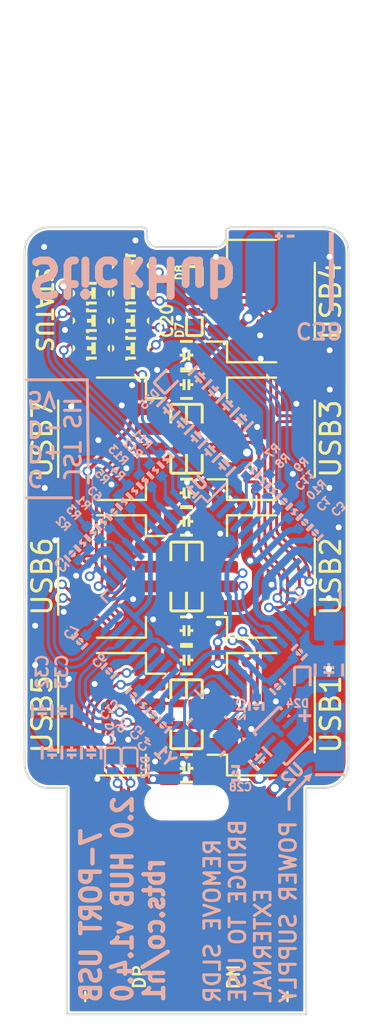
<source format=kicad_pcb>
(kicad_pcb (version 20210722) (generator pcbnew)
  (layers (0 "F.Cu" signal) (31 "B.Cu" signal) (34 "B.Paste" user) (35 "F.Paste" user) (36 "B.SilkS" user "B.Silkscreen") (37 "F.SilkS" user "F.Silkscreen") (38 "B.Mask" user) (39 "F.Mask" user) (44 "Edge.Cuts" user))
  (net 0 "")
  (net 1 "GND")
  (net 2 "+5V")
  (net 3 "Net-(C2-Pad1)")
  (net 4 "+3V3")
  (net 5 "+1V8")
  (net 6 "Net-(R3-Pad2)")
  (net 7 "Net-(R4-Pad2)")
  (net 8 "Net-(R5-Pad2)")
  (net 9 "Net-(R6-Pad1)")
  (net 12 "Net-(D15-PadGA)")
  (net 13 "Net-(D16-PadGA)")
  (net 14 "Net-(D17-PadGA)")
  (net 15 "Net-(D18-PadGA)")
  (net 16 "Net-(D19-PadGA)")
  (net 17 "Net-(D20-PadGA)")
  (net 18 "Net-(D21-PadGA)")
  (net 19 "/U1D-")
  (net 20 "/U1D+")
  (net 21 "/U2D-")
  (net 22 "/U2D+")
  (net 23 "/U3D-")
  (net 24 "/U3D+")
  (net 25 "/U4D-")
  (net 26 "/U4D+")
  (net 27 "/U5D-")
  (net 28 "/U5D+")
  (net 29 "/U6D-")
  (net 30 "/U6D+")
  (net 31 "/U7D-")
  (net 32 "/U7D+")
  (net 33 "/LED1")
  (net 34 "/D-")
  (net 35 "/D+")
  (net 36 "/LED2")
  (net 37 "/LED3")
  (net 38 "/LED4")
  (net 39 "/LED5")
  (net 40 "/LED6")
  (net 41 "/LED7")
  (net 42 "/LC")
  (net 43 "/XO")
  (net 44 "/XI")
  (net 45 "VIN")
  (net 46 "Net-(C28-Pad1)")
  (net 47 "Net-(J1-Pad1)")
  (footprint "Diode_SMD:1006_C" (layer "F.Cu") (at 150.4 96.75 -90)
    (fp_text reference "D4" hide)
    (fp_text value "TVS")
  )
  (footprint "Connector_JST:JST_SH_SM04B-SRSS-TB_1x04-1MP_P1.00mm_Horizontal" (layer "F.Cu") (at 146.15 97.75 -90)
    (fp_text reference "J7" hide)
    (fp_text value "USB6")
  )
  (footprint "Connector_JST:JST_SH_SM04B-SRSS-TB_1x04-1MP_P1.00mm_Horizontal" (layer "F.Cu") (at 146.15 90.75 -90)
    (fp_text reference "J8" hide)
    (fp_text value "USB7")
  )
  (footprint "Diode_SMD:1006_C" (layer "F.Cu") (at 149.6 105.75 90)
    (fp_text reference "D10" hide)
    (fp_text value "TVS")
  )
  (footprint "Capacitor_SMD:2012_C" (layer "F.Cu") (at 150 93.5 180)
    (fp_text reference "C18" hide)
    (fp_text value "0.1uF 100V")
  )
  (footprint "Capacitor_SMD:2012_C" (layer "F.Cu") (at 150 100.5 180)
    (fp_text reference "C16" hide)
    (fp_text value "0.1uF 100V")
  )
  (footprint "LED_SMD:Duo_LED_1.6x0.8_Kingbright_APHB1608LZGKSURKC" (layer "F.Cu") (at 147.152792 86.15)
    (fp_text reference "D15" hide)
    (fp_text value "USB")
  )
  (footprint "Capacitor_SMD:2012_C" (layer "F.Cu") (at 150 107.5 180)
    (fp_text reference "C14" hide)
    (fp_text value "0.1uF 100V")
  )
  (footprint "Diode_SMD:1006_C" (layer "F.Cu") (at 150.4 82.75 -90)
    (fp_text reference "D8")
    (fp_text value "TVS")
  )
  (footprint "Diode_SMD:1006_C" (layer "F.Cu") (at 149.6 103.75 -90)
    (fp_text reference "D9" hide)
    (fp_text value "TVS")
  )
  (footprint "LED_SMD:Duo_LED_1.6x0.8_Kingbright_APHB1608LZGKSURKC" (layer "F.Cu") (at 147.152792 84.75)
    (fp_text reference "D16" hide)
    (fp_text value "USB")
  )
  (footprint "Diode_SMD:1006_C" (layer "F.Cu") (at 150.4 105.75 90)
    (fp_text reference "D1" hide)
    (fp_text value "TVS")
  )
  (footprint "Diode_SMD:1006_C" (layer "F.Cu") (at 150.4 91.75 90)
    (fp_text reference "D5" hide)
    (fp_text value "TVS")
  )
  (footprint "Diode_SMD:1006_C" (layer "F.Cu") (at 150.4 98.75 90)
    (fp_text reference "D3" hide)
    (fp_text value "TVS")
  )
  (footprint "Capacitor_SMD:2012_C" (layer "F.Cu") (at 150 102)
    (fp_text reference "C15" hide)
    (fp_text value "0.1uF 100V")
  )
  (footprint "Connector_JST:JST_SH_SM04B-SRSS-TB_1x04-1MP_P1.00mm_Horizontal" (layer "F.Cu") (at 153.85 104.75 90)
    (fp_text reference "J2" hide)
    (fp_text value "USB1")
  )
  (footprint "LED_SMD:Duo_LED_1.6x0.8_Kingbright_APHB1608LZGKSURKC" (layer "F.Cu") (at 145.152792 86.15)
    (fp_text reference "D19" hide)
    (fp_text value "USB")
  )
  (footprint "Connector_JST:JST_SH_SM04B-SRSS-TB_1x04-1MP_P1.00mm_Horizontal" (layer "F.Cu") (at 153.85 83.75 90)
    (fp_text reference "J5" hide)
    (fp_text value "USB4")
  )
  (footprint "Capacitor_SMD:2012_C" (layer "F.Cu") (at 150 86.5 180)
    (fp_text reference "C20")
    (fp_text value "0.1uF 100V")
  )
  (footprint "LED_SMD:Duo_LED_1.6x0.8_Kingbright_APHB1608LZGKSURKC" (layer "F.Cu") (at 145.152792 84.75)
    (fp_text reference "D20" hide)
    (fp_text value "USB")
  )
  (footprint "Diode_SMD:1006_C" (layer "F.Cu") (at 150.4 89.75 -90)
    (fp_text reference "D6" hide)
    (fp_text value "TVS")
  )
  (footprint "Connector_USB:USB_A_PCB_traces_small" (layer "F.Cu") (at 150 120 90)
    (fp_text reference "J1" hide)
    (fp_text value "HOST" hide)
  )
  (footprint "Capacitor_SMD:2012_C" (layer "F.Cu") (at 150 94.95)
    (fp_text reference "C17" hide)
    (fp_text value "0.1uF 100V")
  )
  (footprint "Diode_SMD:1006_C" (layer "F.Cu") (at 150.4 84.75 90)
    (fp_text reference "D7")
    (fp_text value "TVS")
  )
  (footprint "Diode_SMD:1006_C" (layer "F.Cu") (at 149.6 91.75 90)
    (fp_text reference "D14" hide)
    (fp_text value "TVS")
  )
  (footprint "LED_SMD:Duo_LED_1.6x0.8_Kingbright_APHB1608LZGKSURKC" (layer "F.Cu") (at 145.152792 83.35)
    (fp_text reference "D21" hide)
    (fp_text value "USB")
  )
  (footprint "Connector_JST:JST_SH_SM04B-SRSS-TB_1x04-1MP_P1.00mm_Horizontal" (layer "F.Cu") (at 153.85 90.75 90)
    (fp_text reference "J4" hide)
    (fp_text value "USB3")
  )
  (footprint "Diode_SMD:1006_C" (layer "F.Cu") (at 149.6 96.75 -90)
    (fp_text reference "D11" hide)
    (fp_text value "TVS")
  )
  (footprint "Connector_JST:JST_SH_SM04B-SRSS-TB_1x04-1MP_P1.00mm_Horizontal" (layer "F.Cu") (at 146.15 104.75 -90)
    (fp_text reference "J6" hide)
    (fp_text value "USB5")
  )
  (footprint "Capacitor_SMD:2012_C" (layer "F.Cu") (at 150 88)
    (fp_text reference "C19" hide)
    (fp_text value "0.1uF 100V")
  )
  (footprint "LED_SMD:Duo_LED_1.6x0.8_Kingbright_APHB1608LZGKSURKC" (layer "F.Cu") (at 147.152792 83.35)
    (fp_text reference "D17" hide)
    (fp_text value "USB")
  )
  (footprint "LED_SMD:Duo_LED_1.6x0.8_Kingbright_APHB1608LZGKSURKC" (layer "F.Cu") (at 147.152792 81.95)
    (fp_text reference "D18" hide)
    (fp_text value "USB")
  )
  (footprint "Diode_SMD:1006_C" (layer "F.Cu") (at 150.4 103.75 -90)
    (fp_text reference "D2" hide)
    (fp_text value "TVS")
  )
  (footprint "Diode_SMD:1006_C" (layer "F.Cu") (at 149.6 98.75 90)
    (fp_text reference "D12" hide)
    (fp_text value "TVS")
  )
  (footprint "MountingHole:Plain_Hole_3mm" (layer "F.Cu") (at 150 109.25)
    (fp_text reference "H1")
    (fp_text value "Strap")
  )
  (footprint "Connector_JST:JST_SH_SM04B-SRSS-TB_1x04-1MP_P1.00mm_Horizontal" (layer "F.Cu") (at 153.85 97.75 90)
    (fp_text reference "J3" hide)
    (fp_text value "USB2")
  )
  (footprint "Diode_SMD:1006_C" (layer "F.Cu") (at 149.6 89.75 -90)
    (fp_text reference "D13" hide)
    (fp_text value "TVS")
  )
  (footprint "Capacitor_SMD:1608_C" (layer "B.Cu") (at 151.392893 88.342893 45)
    (fp_text reference "C36" hide)
    (fp_text value "22uF 10V")
  )
  (footprint "Resistor_SMD:1005_C" (layer "B.Cu") (at 153.37132 92.343146 -135)
    (fp_text reference "R7")
    (fp_text value "470")
  )
  (footprint "Capacitor_SMD:1608_C" (layer "B.Cu") (at 142.65 104.6 90)
    (fp_text reference "C32")
    (fp_text value "22uF 10V")
  )
  (footprint "Diode_SMD:1006_C" (layer "B.Cu") (at 146.25 107.2 -90)
    (fp_text reference "D23")
    (fp_text value "TVS")
  )
  (footprint "Capacitor_SMD:1608_C" (layer "B.Cu") (at 150.685786 87.635786 45)
    (fp_text reference "C37" hide)
    (fp_text value "22uF 10V")
  )
  (footprint "Capacitor_SMD:1005_C" (layer "B.Cu") (at 154.96231 93.934136 45)
    (fp_text reference "C11")
    (fp_text value "0.1uF")
  )
  (footprint "Resistor_SMD:1005_C" (layer "B.Cu") (at 147.891242 92.873476 -45)
    (fp_text reference "R13")
    (fp_text value "470")
  )
  (footprint "Package_DFN_QFN:TDFN-8_1.5x2mm_Fused-Lead_JEDEC_MO-252_W2015D" (layer "B.Cu") (at 154.9 105.85 -135)
    (fp_text reference "U2")
    (fp_text value "Dialog_SLG5NT1487V")
  )
  (footprint "SH_Solder_Pads:1P-1.5x1.5" (layer "B.Cu") (at 157.25 100.25)
    (fp_text reference "J9" hide)
    (fp_text value "EXTGND" hide)
  )
  (footprint "Resistor_SMD:1005_C" (layer "B.Cu") (at 147.360912 93.403806 -45)
    (fp_text reference "R4")
    (fp_text value "100k")
  )
  (footprint "Capacitor_SMD:1005_C" (layer "B.Cu") (at 155.75 101.6 45)
    (fp_text reference "C8" hide)
    (fp_text value "0.1uF")
  )
  (footprint "Resistor_SMD:1005_C" (layer "B.Cu") (at 148.951902 91.812816 -45)
    (fp_text reference "R11")
    (fp_text value "470")
  )
  (footprint "Capacitor_SMD:1005_C" (layer "B.Cu") (at 146.05 102.55 -135)
    (fp_text reference "C6")
    (fp_text value "0.1uF")
  )
  (footprint "Capacitor_SMD:1005_C" (layer "B.Cu") (at 144.178932 96.585787 135)
    (fp_text reference "C2")
    (fp_text value "0.1uF")
  )
  (footprint "Resistor_SMD:1005_C" (layer "B.Cu") (at 147.8 104.3 -135)
    (fp_text reference "R6")
    (fp_text value "2.7k")
  )
  (footprint "Capacitor_SMD:1005_C" (layer "B.Cu") (at 148.8 105.3 -135)
    (fp_text reference "C4")
    (fp_text value "10uF 6.3V")
  )
  (footprint "Diode_SMD:1006_C" (layer "B.Cu") (at 155.9 103.1 -90)
    (fp_text reference "D24")
    (fp_text value "5V")
  )
  (footprint "Symbol:Creative_Commons_BY_Mask" (layer "B.Cu") (at 146.75 86.25)
    (fp_text reference "LOGO2" hide)
    (fp_text value "Logo" hide)
  )
  (footprint "Diode_SMD:1006_C" (layer "B.Cu") (at 149.15 87.65 45)
    (fp_text reference "D25")
    (fp_text value "5V")
  )
  (footprint "Resistor_SMD:1005_C" (layer "B.Cu") (at 155.49264 94.464466 -135)
    (fp_text reference "R10")
    (fp_text value "470")
  )
  (footprint "Resistor_SMD:1005_C" (layer "B.Cu") (at 144.709262 96.055456 135)
    (fp_text reference "R2")
    (fp_text value "100k")
  )
  (footprint "Resistor_SMD:1005_C" (layer "B.Cu") (at 153.90165 92.873476 -135)
    (fp_text reference "R8")
    (fp_text value "470")
  )
  (footprint "Capacitor_SMD:1005_C" (layer "B.Cu") (at 152.5 107.75 180)
    (fp_text reference "C28")
    (fp_text value "15nF")
  )
  (footprint "Capacitor_SMD:1005_C" (layer "B.Cu") (at 156.5533 95.525126 45)
    (fp_text reference "C3")
    (fp_text value "10uF 6.3V")
  )
  (footprint "Capacitor_SMD:1005_C" (layer "B.Cu") (at 148.3 104.8 -135)
    (fp_text reference "C5")
    (fp_text value "0.1uF")
  )
  (footprint "Capacitor_SMD:1608_C" (layer "B.Cu") (at 153.75 107 135)
    (fp_text reference "C22" hide)
    (fp_text value "22uF 10V")
  )
  (footprint "Capacitor_SMD:1608_C" (layer "B.Cu") (at 151.2 91.35 -135)
    (fp_text reference "C26" hide)
    (fp_text value "22uF 10V")
  )
  (footprint "Symbol:Creative_Commons_CC_Mask" (layer "B.Cu") (at 145.25 86.25 180)
    (fp_text reference "LOGO1" hide)
    (fp_text value "Logo" hide)
  )
  (footprint "Symbol:Creative_Commons_NC_Mask" (layer "B.Cu") (at 145.25 84.75)
    (fp_text reference "LOGO3" hide)
    (fp_text value "Logo" hide)
  )
  (footprint "Symbol:Creative_Commons_SA_Mask" (layer "B.Cu") (at 146.75 84.75)
    (fp_text reference "LOGO4" hide)
    (fp_text value "Logo" hide)
  )
  (footprint "Capacitor_SMD:1608_C" (layer "B.Cu") (at 150.492893 90.642893 -135)
    (fp_text reference "C25" hide)
    (fp_text value "22uF 10V")
  )
  (footprint "Crystal:Crystal_4-SMD_2.5x2mm" (layer "B.Cu") (at 150.997487 105.927135 -135)
    (fp_text reference "Y1")
    (fp_text value "12MHz 50ppm 16-20pF" hide)
  )
  (footprint "Capacitor_SMD:1608_C" (layer "B.Cu") (at 152.807107 89.757107 45)
    (fp_text reference "C34" hide)
    (fp_text value "22uF 10V")
  )
  (footprint "Capacitor_SMD:1608_C" (layer "B.Cu") (at 144.15 106.7 -90)
    (fp_text reference "C29" hide)
    (fp_text value "22uF 10V")
  )
  (footprint "Resistor_SMD:1005_C" (layer "B.Cu") (at 148.421572 92.343146 -45)
    (fp_text reference "R12")
    (fp_text value "470")
  )
  (footprint "Diode_SMD:1006_C" (layer "B.Cu") (at 147.1 107.2 -90)
    (fp_text reference "D22")
    (fp_text value "TVS")
  )
  (footprint "Package_QFP:LQFP-48_7x7mm_P0.5mm" (layer "B.Cu") (at 150.75 98.75 -135)
    (fp_text reference "U1")
    (fp_text value "MaxLinear_XR22417-48")
  )
  (footprint "SH_Solder_Pads:JP-2_1.5x1.5" (layer "B.Cu") (at 157.25 105.9 90)
    (fp_text reference "JP1" hide)
    (fp_text value "EXTPWR")
  )
  (footprint "Resistor_SMD:1005_C" (layer "B.Cu") (at 145.769922 94.994796 -45)
    (fp_text reference "R1")
    (fp_text value "10k")
  )
  (footprint "Resistor_SMD:1005_C" (layer "B.Cu") (at 154.43198 93.403806 -135)
    (fp_text reference "R9")
    (fp_text value "470")
  )
  (footprint "Capacitor_SMD:1608_C" (layer "B.Cu") (at 149.785785 89.935786 -135)
    (fp_text reference "C24" hide)
    (fp_text value "22uF 10V")
  )
  (footprint "Capacitor_SMD:1608_C" (layer "B.Cu") (at 152.1 89.05 45)
    (fp_text reference "C35" hide)
    (fp_text value "22uF 10V")
  )
  (footprint "Capacitor_SMD:CP_Elec_6.3x11_Board_Edge_Mirrored" (layer "B.Cu") (at 155 80 180)
    (fp_text reference "C38")
    (fp_text value "330uF 10V")
  )
  (footprint "Capacitor_SMD:1005_C" (layer "B.Cu") (at 144.562816 101.048097 -135)
    (fp_text reference "C7")
    (fp_text value "0.1uF")
  )
  (footprint "Capacitor_SMD:1005_C" (layer "B.Cu") (at 156.02297 94.994796 45)
    (fp_text reference "C1")
    (fp_text value "1uF 10V")
  )
  (footprint "Capacitor_SMD:1005_C" (layer "B.Cu") (at 146.300252 94.464466 135)
    (fp_text reference "C9")
    (fp_text value "0.1uF")
  )
  (footprint "Capacitor_SMD:1005_C" (layer "B.Cu") (at 147.3 103.8 -135)
    (fp_text reference "C13")
    (fp_text value "0.1uF")
  )
  (footprint "Capacitor_SMD:1005_C" (layer "B.Cu") (at 154.639086 103.346194 -45)
    (fp_text reference "C10" hide)
    (fp_text value "0.1uF")
  )
  (footprint "Capacitor_SMD:1608_C" (layer "B.Cu") (at 143.15 106.7 -90)
    (fp_text reference "C31" hide)
    (fp_text value "22uF 10V")
  )
  (footprint "Capacitor_SMD:1005_C" (layer "B.Cu") (at 153.55 104.35 -90)
    (fp_text reference "C12")
    (fp_text value "0.1uF")
  )
  (footprint "Resistor_SMD:1005_C" (layer "B.Cu") (at 146.830582 93.934136 -45)
    (fp_text reference "R5")
    (fp_text value "100k")
  )
  (footprint "Capacitor_SMD:1608_C" (layer "B.Cu") (at 143.65 104.6 90)
    (fp_text reference "C33")
    (fp_text value "22uF 10V")
  )
  (footprint "Capacitor_SMD:1608_C" (layer "B.Cu") (at 145.15 106.7 -90)
    (fp_text reference "C30" hide)
    (fp_text value "22uF 10V")
  )
  (footprint "Resistor_SMD:1005_C" (layer "B.Cu") (at 145.239592 95.525126 -45)
    (fp_text reference "R3")
    (fp_text value "100k")
  )
  (footprint "Capacitor_SMD:1608_C" (layer "B.Cu") (at 151.907106 92.057107 -135)
    (fp_text reference "C27" hide)
    (fp_text value "22uF 10V")
  )
  (footprint "Capacitor_SMD:1608_C" (layer "B.Cu") (at 149.078679 89.22868 -135)
    (fp_text reference "C23" hide)
    (fp_text value "22uF 10V")
  )
  (footprint "Capacitor_SMD:2012_C" (layer "B.Cu") (at 157.25 102.5 90)
    (fp_text reference "C21" hide)
    (fp_text value "0.1uF 100V")
  )
  (gr_line (start 144.95 87.75) (end 145 93) (layer "B.SilkS") (width 0.15))
  (gr_line (start 141.875 87.75) (end 144.95 87.75) (layer "B.SilkS") (width 0.15))
  (gr_line (start 144.15 93.75) (end 141.875 93.75) (layer "B.SilkS") (width 0.15))
  (gr_poly (pts (xy 156.25 108.2) (xy 156.15 108.1) (xy 155.3 109) (xy 155.3 109.65) (xy 155.15 109.65) (xy 155.15 108.95) (xy 156.05 108) (xy 155.95 107.9) (xy 156.4 107.75)) (layer "B.SilkS") (width 0) (fill solid))
  (gr_poly (pts (xy 157.9 99.05) (xy 157.75 99.05) (xy 157.75 98.45) (xy 157.9 98.45)) (layer "B.SilkS") (width 0) (fill solid))
  (gr_poly (pts (xy 156.1 104.75) (xy 156.35 104.75) (xy 156.35 104.9) (xy 156.1 104.9) (xy 156.1 105.15) (xy 155.95 105.15) (xy 155.95 104.9) (xy 155.7 104.9) (xy 155.7 104.75) (xy 155.95 104.75) (xy 155.95 104.5) (xy 156.1 104.5)) (layer "B.SilkS") (width 0) (fill solid))
  (gr_line (start 152.25 80) (end 157 80) (layer "Edge.Cuts") (width 0.1))
  (gr_line (start 148.5 81) (end 151.5 81) (layer "Edge.Cuts") (width 0.1))
  (gr_line (start 157 108.5) (end 156.1 108.5) (layer "Edge.Cuts") (width 0.1))
  (gr_line (start 141.75 107.25) (end 141.75 81.25) (layer "Edge.Cuts") (width 0.1))
  (gr_line (start 156.1 120) (end 156.1 108.5) (layer "Edge.Cuts") (width 0.1))
  (gr_line (start 148 80.25) (end 148 80.5) (layer "Edge.Cuts") (width 0.1))
  (gr_arc (start 152.25 80.25) (end 152.25 80) (angle -90) (layer "Edge.Cuts") (width 0.1))
  (gr_line (start 143.9 120) (end 143.9 108.5) (layer "Edge.Cuts") (width 0.1))
  (gr_arc (start 143 81.25) (end 143 80) (angle -90) (layer "Edge.Cuts") (width 0.1))
  (gr_arc (start 147.75 80.25) (end 148 80.25) (angle -90) (layer "Edge.Cuts") (width 0.1))
  (gr_arc (start 143 107.25) (end 141.75 107.25) (angle -90) (layer "Edge.Cuts") (width 0.1))
  (gr_line (start 143.9 120) (end 156.1 120) (layer "Edge.Cuts") (width 0.1))
  (gr_line (start 158.25 81.25) (end 158.25 107.25) (layer "Edge.Cuts") (width 0.1))
  (gr_line (start 143 80) (end 147.75 80) (layer "Edge.Cuts") (width 0.1))
  (gr_arc (start 157 107.25) (end 157 108.5) (angle -90) (layer "Edge.Cuts") (width 0.1))
  (gr_arc (start 157 81.25) (end 158.25 81.25) (angle -90) (layer "Edge.Cuts") (width 0.1))
  (gr_arc (start 148.5 80.5) (end 148 80.5) (angle -90) (layer "Edge.Cuts") (width 0.1))
  (gr_line (start 143.9 108.5) (end 143 108.5) (layer "Edge.Cuts") (width 0.1))
  (gr_arc (start 151.5 80.5) (end 151.5 81) (angle -90) (layer "Edge.Cuts") (width 0.1))
  (gr_line (start 152 80.5) (end 152 80.25) (layer "Edge.Cuts") (width 0.1))
  (gr_text "G" (at 141.8 92.75 180) (layer "B.SilkS") (effects (font (size 0.8 0.8)) (justify left mirror)))
  (gr_text "D-" (at 141.8 90.25 180) (layer "B.SilkS") (effects (font (size 0.8 0.8)) (justify left mirror)))
  (gr_text "JST SH" (at 144.15 90.75 270) (layer "B.SilkS") (effects (font (size 0.8 0.8)) (justify mirror)))
  (gr_text "StickHub" (at 147.25 82.5 180) (layer "B.SilkS") (effects (font (size 1.8 1.6) (thickness 0.4)) (justify mirror)))
  (gr_text "D+" (at 141.8 91.5 180) (layer "B.SilkS") (effects (font (size 0.8 0.8)) (justify left mirror)))
  (gr_text "5V" (at 141.8 88.75 180) (layer "B.SilkS") (effects (font (size 0.8 0.8)) (justify left mirror)))
  (gr_text "REMOVE SLDR\nBRIDGE TO USE\nEXTERNAL\nPOWER SUPPLY" (at 153.25 119.5 90) (layer "B.SilkS") (effects (font (size 0.8 0.8)) (justify right mirror)))
  (gr_text "7-PORT USB\n2.0 HUB v1.4.0\nrbts.co/h1" (at 146.75 119.5 90) (layer "B.SilkS") (effects (font (size 1 0.9) (thickness 0.225)) (justify right mirror)))
  (gr_text "STATUS" (at 142.75 84.2 270) (layer "F.SilkS") (effects (font (size 0.8 0.8))))
  (segment (start 143.69 85.34) (end 143.81 85.22) (width 0.15) (layer "F.Cu") (net 1))
  (segment (start 145.46 108.03) (end 144.755 108.03) (width 0.6) (layer "F.Cu") (net 1))
  (segment (start 149.5 89.265) (end 150.5 89.265) (width 0.25) (layer "F.Cu") (net 1))
  (segment (start 155.875 94.95) (end 157.45 94.95) (width 0.4) (layer "F.Cu") (net 1))
  (segment (start 155.875 93.55) (end 156.175 93.25) (width 0.4) (layer "F.Cu") (net 1))
  (segment (start 153.78 86.68) (end 153.78 85.53) (width 0.15) (layer "F.Cu") (net 1))
  (segment (start 150.5 92.235) (end 150.03 92.705) (width 0.4) (layer "F.Cu") (net 1))
  (segment (start 142.25 85.34) (end 143.69 85.34) (width 0.15) (layer "F.Cu") (net 1))
  (segment (start 151.85 95.7) (end 151.72 95.57) (width 0.25) (layer "F.Cu") (net 1))
  (segment (start 143.041636 100.25) (end 142.29 100.25) (width 0.4) (layer "F.Cu") (net 1))
  (segment (start 144.125 87.95) (end 142.45 87.95) (width 0.4) (layer "F.Cu") (net 1))
  (segment (start 150.825 88) (end 150.825 88.075) (width 0.5) (layer "F.Cu") (net 1))
  (segment (start 148.3 92.55) (end 148 92.25) (width 0.4) (layer "F.Cu") (net 1))
  (segment (start 143.31 96.64) (end 143.31 95.91) (width 0.15) (layer "F.Cu") (net 1))
  (segment (start 152 82.25) (end 154.575 82.25) (width 0.15) (layer "F.Cu") (net 1))
  (segment (start 150.5 92.235) (end 149.5 92.235) (width 0.25) (layer "F.Cu") (net 1))
  (segment (start 148.5 87.638006) (end 148.5 87.25) (width 0.4) (layer "F.Cu") (net 1))
  (segment (start 156.175 93.25) (end 157.28 93.25) (width 0.4) (layer "F.Cu") (net 1))
  (segment (start 150.5 89.265) (end 151.985 89.265) (width 0.25) (layer "F.Cu") (net 1))
  (segment (start 149.94999 84.653056) (end 149.86999 84.573056) (width 0.15) (layer "F.Cu") (net 1))
  (segment (start 148 99.25) (end 149.616884 99.25) (width 0.4) (layer "F.Cu") (net 1))
  (segment (start 148 106.25) (end 147.24 106.25) (width 0.25) (layer "F.Cu") (net 1))
  (segment (start 149.5 92.235) (end 148.015 92.235) (width 0.25) (layer "F.Cu") (net 1))
  (segment (start 142.25 85.34) (end 142.25 81.5) (width 0.4) (layer "F.Cu") (net 1))
  (segment (start 144.755 108.03) (end 144.275 107.55) (width 0.6) (layer "F.Cu") (net 1))
  (segment (start 147.24 106.25) (end 147.03 106.04) (width 0.25) (layer "F.Cu") (net 1))
  (segment (start 150.195 95.58) (end 150.825 94.95) (width 0.5) (layer "F.Cu") (net 1))
  (segment (start 149.86999 82.926944) (end 149.94999 82.846944) (width 0.15) (layer "F.Cu") (net 1))
  (segment (start 152 89.25) (end 152.420453 89.25) (width 0.4) (layer "F.Cu") (net 1))
  (segment (start 152 103.25) (end 150.515 103.25) (width 0.4) (layer "F.Cu") (net 1))
  (segment (start 150.5 96.265) (end 150.5 96.02) (width 0.4) (layer "F.Cu") (net 1))
  (segment (start 147.300003 88.100003) (end 148.038003 88.100003) (width 0.4) (layer "F.Cu") (net 1))
  (segment (start 148.015 106.235) (end 148 106.25) (width 0.4) (layer "F.Cu") (net 1))
  (segment (start 144 102.95) (end 142.99 102.95) (width 0.4) (layer "F.Cu") (net 1))
  (segment (start 143.31 95.765) (end 144.125 94.95) (width 0.25) (layer "F.Cu") (net 1))
  (segment (start 148.038003 88.100003) (end 148.5 87.638006) (width 0.4) (layer "F.Cu") (net 1))
  (segment (start 150.5 82.265) (end 151.985 82.265) (width 0.15) (layer "F.Cu") (net 1))
  (segment (start 145.32 103.21) (end 144.26 103.21) (width 0.4) (layer "F.Cu") (net 1))
  (segment (start 155.875 100.55) (end 156.57 100.55) (width 0.25) (layer "F.Cu") (net 1))
  (segment (start 144.125 89.115) (end 144.12 89.11) (width 0.25) (layer "F.Cu") (net 1))
  (segment (start 150.5 103.265) (end 150.57 103.195) (width 0.4) (layer "F.Cu") (net 1))
  (segment (start 146.938761 92.25) (end 146.180031 93.00873) (width 0.25) (layer "F.Cu") (net 1))
  (segment (start 149.616884 99.25) (end 150.124571 99.757687) (width 0.4) (layer "F.Cu") (net 1))
  (segment (start 144.125 89.105) (end 144.12 89.11) (width 0.4) (layer "F.Cu") (net 1))
  (segment (start 144.125 94.95) (end 144.125 93.55) (width 0.25) (layer "F.Cu") (net 1))
  (segment (start 149.86999 84.573056) (end 149.86999 84.026944) (width 0.15) (layer "F.Cu") (net 1))
  (segment (start 142.45 87.95) (end 142.25 87.75) (width 0.4) (layer "F.Cu") (net 1))
  (segment (start 148 99.25) (end 147.63 99.25) (width 0.25) (layer "F.Cu") (net 1))
  (segment (start 150.03 92.705) (end 150.03 92.96) (width 0.4) (layer "F.Cu") (net 1))
  (segment (start 143.31 95.91) (end 143.31 95.765) (width 0.25) (layer "F.Cu") (net 1))
  (segment (start 157 87.95) (end 157.3 88.25) (width 0.4) (layer "F.Cu") (net 1))
  (segment (start 149.86999 84.026944) (end 149.85 84.006954) (width 0.15) (layer "F.Cu") (net 1))
  (segment (start 145.75 114.71) (end 145.75 108.5) (width 0.6) (layer "F.Cu") (net 1))
  (segment (start 144.125 107.55) (end 144.8 107.55) (width 0.4) (layer "F.Cu") (net 1))
  (segment (start 144.125 107.55) (end 144.98 107.55) (width 0.15) (layer "F.Cu") (net 1))
  (segment (start 145.75 108.32) (end 145.46 108.03) (width 0.6) (layer "F.Cu") (net 1))
  (segment (start 151.985 82.265) (end 152 82.25) (width 0.15) (layer "F.Cu") (net 1))
  (segment (start 151.835 96.265) (end 151.85 96.25) (width 0.25) (layer "F.Cu") (net 1))
  (segment (start 144.125 87.95) (end 147.15 87.95) (width 0.15) (layer "F.Cu") (net 1))
  (segment (start 144.98 107.55) (end 145.46 108.03) (width 0.15) (layer "F.Cu") (net 1))
  (segment (start 154.575 82.25) (end 155.875 80.95) (width 0.15) (layer "F.Cu") (net 1))
  (segment (start 151.985 103.265) (end 152 103.25) (width 0.4) (layer "F.Cu") (net 1))
  (segment (start 156.57 100.55) (end 157.8 99.32) (width 0.25) (layer "F.Cu") (net 1))
  (segment (start 149.94999 82.81501) (end 150.5 82.265) (width 0.15) (layer "F.Cu") (net 1))
  (segment (start 155.725 101.95) (end 156.75 101.95) (width 0.25) (layer "F.Cu") (net 1))
  (segment (start 150.515 103.25) (end 150.5 103.265) (width 0.4) (layer "F.Cu") (net 1))
  (segment (start 150.5 96.02) (end 150.06 95.58) (width 0.4) (layer "F.Cu") (net 1))
  (segment (start 157.8 99.32) (end 157.8 96.875) (width 0.25) (layer "F.Cu") (net 1))
  (segment (start 146.19 115.15) (end 145.75 114.71) (width 0.6) (layer "F.Cu") (net 1))
  (segment (start 150.5 96.265) (end 151.835 96.265) (width 0.25) (layer "F.Cu") (net 1))
  (segment (start 149.911324 85.823676) (end 149.911324 86.248711) (width 0.4) (layer "F.Cu") (net 1))
  (segment (start 142.25 87.75) (end 142.25 85.34) (width 0.4) (layer "F.Cu") (net 1))
  (segment (start 149.86999 83.473056) (end 149.86999 82.926944) (width 0.15) (layer "F.Cu") (net 1))
  (segment (start 142.99 102.95) (end 142.29 102.25) (width 0.4) (layer "F.Cu") (net 1))
  (segment (start 149.5 106.235) (end 148.015 106.235) (width 0.4) (layer "F.Cu") (net 1))
  (segment (start 156.73 80.95) (end 157.28 81.5) (width 0.4) (layer "F.Cu") (net 1))
  (segment (start 144.38 97.71) (end 143.31 96.64) (width 0.15) (layer "F.Cu") (net 1))
  (segment (start 153.78 85.53) (end 153.75 85.5) (width 0.15) (layer "F.Cu") (net 1))
  (segment (start 155.59501 88.22999) (end 155.59501 88.97) (width 0.15) (layer "F.Cu") (net 1))
  (segment (start 144.26 103.21) (end 144 102.95) (width 0.4) (layer "F.Cu") (net 1))
  (segment (start 149.85 83.493046) (end 149.86999 83.473056) (width 0.15) (layer "F.Cu") (net 1))
  (segment (start 144.125 93.55) (end 144.125 89.115) (width 0.25) (layer "F.Cu") (net 1))
  (segment (start 157.8 96.875) (end 155.875 94.95) (width 0.25) (layer "F.Cu") (net 1))
  (segment (start 144.8 107.55) (end 145.65 108.4) (width 0.4) (layer "F.Cu") (net 1))
  (segment (start 144.125 93.55) (end 143.08 93.55) (width 0.4) (layer "F.Cu") (net 1))
  (segment (start 150.825 88.075) (end 149.6 89.3) (width 0.5) (layer "F.Cu") (net 1))
  (segment (start 155.875 86.55) (end 155.875 87.95) (width 0.25) (layer "F.Cu") (net 1))
  (segment (start 151.5 81.5) (end 151.83 81.5) (width 0.4) (layer "F.Cu") (net 1))
  (segment (start 144.12 89.11) (end 144.12 89.43) (width 0.15) (layer "F.Cu") (net 1))
  (segment (start 148.015 92.235) (end 148 92.25) (width 0.25) (layer "F.Cu") (net 1))
  (segment (start 150.19 85.2) (end 149.6 84.61) (width 0.15) (layer "F.Cu") (net 1))
  (segment (start 149.5 96.25) (end 150.485 96.25) (width 0.15) (layer "F.Cu") (net 1))
  (segment (start 151.85 88.75) (end 151.6 88.5) (width 0.15) (layer "F.Cu") (net 1))
  (segment (start 155.875 93.55) (end 155.875 94.95) (width 0.25) (layer "F.Cu") (net 1))
  (segment (start 151.83 81.5) (end 152.38 80.95) (width 0.4) (layer "F.Cu") (net 1))
  (segment (start 144.125 87.95) (end 144.125 89.105) (width 0.4) (layer "F.Cu") (net 1))
  (segment (start 156.75 101.95) (end 157.25 102.45) (width 0.25) (layer "F.Cu") (net 1))
  (segment (start 150.5 85.235) (end 149.94999 84.68499) (width 0.15) (layer "F.Cu") (net 1))
  (segment (start 155.414117 93.089117) (end 155.414117 92.535883) (width 0.4) (layer "F.Cu") (net 1))
  (segment (start 145.75 108.5) (end 145.75 108.32) (width 0.6) (layer "F.Cu") (net 1))
  (segment (start 143.08 93.55) (end 142.78 93.25) (width 0.4) (layer "F.Cu") (net 1))
  (segment (start 149.94999 82.846944) (end 149.94999 82.81501) (width 0.15) (layer "F.Cu") (net 1))
  (segment (start 148 92.25) (end 146.938761 92.25) (width 0.15) (layer "F.Cu") (net 1))
  (segment (start 155.875 80.95) (end 152.38 80.95) (width 0.4) (layer "F.Cu") (net 1))
  (segment (start 155.875 93.55) (end 155.414117 93.089117) (width 0.4) (layer "F.Cu") (net 1))
  (segment (start 149.5 103.265) (end 150.5 103.265) (width 0.4) (layer "F.Cu") (net 1))
  (segment (start 155.875 100.55) (end 155.875 101.95) (width 0.25) (layer "F.Cu") (net 1))
  (segment (start 147.23 88.03) (end 147.300003 88.100003) (width 0.4) (layer "F.Cu") (net 1))
  (segment (start 149.175 107.5) (end 148.75 107.5) (width 0.4) (layer "F.Cu") (net 1))
  (segment (start 155.875 80.95) (end 155.875 86.55) (width 0.25) (layer "F.Cu") (net 1))
  (segment (start 151.85 89.25) (end 151.85 88.75) (width 0.15) (layer "F.Cu") (net 1))
  (segment (start 142.25 81.5) (end 142.75 81) (width 0.4) (layer "F.Cu") (net 1))
  (segment (start 146.180031 93.00873) (end 146.180031 93.072237) (width 0.25) (layer "F.Cu") (net 1))
  (segment (start 155.875 86.55) (end 156.175 86.25) (width 0.4) (layer "F.Cu") (net 1))
  (segment (start 150.5 85.235) (end 149.911324 85.823676) (width 0.4) (layer "F.Cu") (net 1))
  (segment (start 149.85 84.006954) (end 149.85 83.493046) (width 0.15) (layer "F.Cu") (net 1))
  (segment (start 150.5 106.235) (end 149.5 106.235) (width 0.4) (layer "F.Cu") (net 1))
  (segment (start 155.875 87.95) (end 157 87.95) (width 0.4) (layer "F.Cu") (net 1))
  (segment (start 151.85 96.25) (end 151.85 95.7) (width 0.25) (layer "F.Cu") (net 1))
  (segment (start 144.12 89.43) (end 145.51 90.82) (width 0.15) (layer "F.Cu") (net 1))
  (segment (start 150.485 96.25) (end 150.5 96.265) (width 0.15) (layer "F.Cu") (net 1))
  (segment (start 152.7 89.25) (end 153.6 90.15) (width 0.4) (layer "F.Cu") (net 1))
  (segment (start 148.75 107.5) (end 148.4 107.15) (width 0.4) (layer "F.Cu") (net 1))
  (segment (start 143.74501 99.546626) (end 143.041636 100.25) (width 0.4) (layer "F.Cu") (net 1))
  (segment (start 156.175 86.25) (end 157.29 86.25) (width 0.4) (layer "F.Cu") (net 1))
  (segment (start 151.85 89.25) (end 152.7 89.25) (width 0.4) (layer "F.Cu") (net 1))
  (segment (start 150.06 95.58) (end 150.195 95.58) (width 0.5) (layer "F.Cu") (net 1))
  (segment (start 151.985 89.265) (end 152 89.25) (width 0.25) (layer "F.Cu") (net 1))
  (segment (start 155.875 80.95) (end 156.73 80.95) (width 0.4) (layer "F.Cu") (net 1))
  (segment (start 157.45 94.95) (end 157.75 95.25) (width 0.4) (layer "F.Cu") (net 1))
  (segment (start 147.63 99.25) (end 147.28 98.9) (width 0.25) (layer "F.Cu") (net 1))
  (segment (start 151.7 88.95) (end 152 89.25) (width 0.4) (layer "F.Cu") (net 1))
  (segment (start 155.875 87.95) (end 155.59501 88.22999) (width 0.15) (layer "F.Cu") (net 1))
  (segment (start 150.4 85.2) (end 150.19 85.2) (width 0.15) (layer "F.Cu") (net 1))
  (segment (start 147.15 87.95) (end 147.23 88.03) (width 0.15) (layer "F.Cu") (net 1))
  (segment (start 149.94999 84.68499) (end 149.94999 84.653056) (width 0.15) (layer "F.Cu") (net 1))
  (via (at 157.25 102.45) (size 0.5) (drill 0.3) (layers "F.Cu" "B.Cu") (net 1))
  (via (at 151.5 81.5) (size 0.5) (drill 0.3) (layers "F.Cu" "B.Cu") (net 1))
  (via (at 142.78 93.25) (size 0.5) (drill 0.3) (layers "F.Cu" "B.Cu") (net 1))
  (via (at 150.124571 99.757687) (size 0.5) (drill 0.3) (layers "F.Cu" "B.Cu") (net 1))
  (via (at 146.180031 93.072237) (size 0.5) (drill 0.3) (layers "F.Cu" "B.Cu") (net 1))
  (via (at 157.3 88.25) (size 0.5) (drill 0.3) (layers "F.Cu" "B.Cu") (net 1))
  (via (at 142.29 100.25) (size 0.5) (drill 0.3) (layers "F.Cu" "B.Cu") (net 1))
  (via (at 142.75 81) (size 0.5) (drill 0.3) (layers "F.Cu" "B.Cu") (net 1))
  (via (at 150.03 92.96) (size 0.5) (drill 0.3) (layers "F.Cu" "B.Cu") (net 1))
  (via (at 148.3 99.93) (size 0.5) (drill 0.3) (layers "F.Cu" "B.Cu") (net 1))
  (via (at 157.25 98.85) (size 0.5) (drill 0.3) (layers "F.Cu" "B.Cu") (net 1))
  (via (at 148.4 107.15) (size 0.5) (drill 0.3) (layers "F.Cu" "B.Cu") (net 1))
  (via (at 147.23 88.03) (size 0.5) (drill 0.3) (layers "F.Cu" "B.Cu") (net 1))
  (via (at 157.28 81.5) (size 0.5) (drill 0.3) (layers "F.Cu" "B.Cu") (net 1))
  (via (at 149.819271 107.261475) (size 0.5) (drill 0.3) (layers "F.Cu" "B.Cu") (net 1))
  (via (at 157.29 86.25) (size 0.5) (drill 0.3) (layers "F.Cu" "B.Cu") (net 1))
  (via (at 153.78 86.68) (size 0.5) (drill 0.3) (layers "F.Cu" "B.Cu") (net 1))
  (via (at 143.31 95.91) (size 0.5) (drill 0.3) (layers "F.Cu" "B.Cu") (net 1))
  (via (at 147.03 106.04) (size 0.5) (drill 0.3) (layers "F.Cu" "B.Cu") (net 1))
  (via (at 147.28 98.9) (size 0.5) (drill 0.3) (layers "F.Cu" "B.Cu") (net 1))
  (via (at 157.28 93.25) (size 0.5) (drill 0.3) (layers "F.Cu" "B.Cu") (net 1))
  (via (at 142.29 102.25) (size 0.5) (drill 0.3) (layers "F.Cu" "B.Cu") (net 1))
  (via (at 151.72 95.57) (size 0.5) (drill 0.3) (layers "F.Cu" "B.Cu") (net 1))
  (via (at 155.414117 92.535883) (size 0.5) (drill 0.3) (layers "F.Cu" "B.Cu") (net 1))
  (via (at 151.034229 103.573736) (size 0.5) (drill 0.3) (layers "F.Cu" "B.Cu") (net 1))
  (via (at 146.7 89.05) (size 0.5) (drill 0.3) (layers "F.Cu" "B.Cu") (net 1))
  (via (at 148.5 87.25) (size 0.5) (drill 0.3) (layers "F.Cu" "B.Cu") (net 1))
  (via (at 153.3 105.5) (size 0.5) (drill 0.3) (layers "F.Cu" "B.Cu") (net 1))
  (via (at 154.331365 98.163517) (size 0.5) (drill 0.3) (layers "F.Cu" "B.Cu") (net 1))
  (via (at 150.06 95.58) (size 0.5) (drill 0.3) (layers "F.Cu" "B.Cu") (net 1))
  (via (at 143.81 85.22) (size 0.5) (drill 0.3) (layers "F.Cu" "B.Cu") (net 1))
  (via (at 157.75 95.25) (size 0.5) (drill 0.3) (layers "F.Cu" "B.Cu") (net 1))
  (via (at 153.75 85.5) (size 0.5) (drill 0.3) (layers "F.Cu" "B.Cu") (net 1))
  (via (at 143.74501 99.546626) (size 0.5) (drill 0.3) (layers "F.Cu" "B.Cu") (net 1))
  (via (at 153.6 90.15) (size 0.5) (drill 0.3) (layers "F.Cu" "B.Cu") (net 1))
  (via (at 151.629053 100.129053) (size 0.5) (drill 0.3) (layers "F.Cu" "B.Cu") (net 1))
  (via (at 147.4 80.67) (size 0.5) (drill 0.3) (layers "F.Cu" "B.Cu") (net 1))
  (via (at 144.12 89.11) (size 0.5) (drill 0.3) (layers "F.Cu" "B.Cu") (net 1))
  (via (at 144 102.95) (size 0.5) (drill 0.3) (layers "F.Cu" "B.Cu") (net 1))
  (via (at 145.46 108.03) (size 0.5) (drill 0.3) (layers "F.Cu" "B.Cu") (net 1))
  (via (at 144.38 97.71) (size 0.5) (drill 0.3) (layers "F.Cu" "B.Cu") (net 1))
  (via (at 154.55 104.1) (size 0.5) (drill 0.3) (layers "F.Cu" "B.Cu") (net 1))
  (via (at 149.911324 86.248711) (size 0.5) (drill 0.3) (layers "F.Cu" "B.Cu") (net 1))
  (via (at 146.938761 92.25) (size 0.5) (drill 0.3) (layers "F.Cu" "B.Cu") (net 1))
  (via (at 155.59501 88.97) (size 0.5) (drill 0.3) (layers "F.Cu" "B.Cu") (net 1))
  (via (at 145.32 103.21) (size 0.5) (drill 0.3) (layers "F.Cu" "B.Cu") (net 1))
  (via (at 145.51 90.82) (size 0.5) (drill 0.3) (layers "F.Cu" "B.Cu") (net 1))
  (via (at 151.6 88.5) (size 0.5) (drill 0.3) (layers "F.Cu" "B.Cu") (net 1))
  (via (at 149.6 84.61) (size 0.5) (drill 0.3) (layers "F.Cu" "B.Cu") (net 1))
  (segment (start 147.23 88.52) (end 146.7 89.05) (width 0.25) (layer "B.Cu") (net 1))
  (segment (start 157.25 102.45) (end 157.25 101.675) (width 0.25) (layer "B.Cu") (net 1))
  (segment (start 142.78 95.38) (end 142.78 93.25) (width 0.4) (layer "B.Cu") (net 1))
  (segment (start 144.244618 101.366295) (end 143.74501 100.866687) (width 0.4) (layer "B.Cu") (net 1))
  (segment (start 157.3 93.23) (end 157.28 93.25) (width 0.4) (layer "B.Cu") (net 1))
  (segment (start 148.472313 99.757687) (end 148.3 99.93) (width 0.25) (layer "B.Cu") (net 1))
  (segment (start 153.927728 105.761612) (end 153.55 105.383884) (width 0.25) (layer "B.Cu") (net 1))
  (segment (start 153.927728 105.761612) (end 153.927728 105.867678) (width 0.25) (layer "B.Cu") (net 1))
  (segment (start 151.103553 103.64306) (end 151.034229 103.573736) (width 0.4) (layer "B.Cu") (net 1))
  (segment (start 151.103553 104.831119) (end 151.103553 103.64306) (width 0.4) (layer "B.Cu") (net 1))
  (segment (start 155.59501 88.49501) (end 153.78 86.68) (width 0.15) (layer "B.Cu") (net 1))
  (segment (start 150.124571 99.757687) (end 151.257687 99.757687) (width 0.4) (layer "B.Cu") (net 1))
  (segment (start 147.28 97.754874) (end 147.28 98.9) (width 0.25) (layer "B.Cu") (net 1))
  (segment (start 154.957284 103.692716) (end 154.55 104.1) (width 0.25) (layer "B.Cu") (net 1))
  (segment (start 157.25 101.675) (end 157.25 100.25) (width 0.3) (layer "B.Cu") (net 1))
  (segment (start 147.780152 104.901829) (end 147.78015 104.901829) (width 0.4) (layer "B.Cu") (net 1))
  (segment (start 142.29 102.25) (end 142.29 100.25) (width 0.4) (layer "B.Cu") (net 1))
  (segment (start 157.29 86.25) (end 157.28 86.24) (width 0.4) (layer "B.Cu") (net 1))
  (segment (start 155.9 102.65) (end 156.068198 102.481802) (width 0.3) (layer "B.Cu") (net 1))
  (segment (start 145.837097 94.001311) (end 145.837097 93.415171) (width 0.25) (layer "B.Cu") (net 1))
  (segment (start 143.31 95.91) (end 142.78 95.38) (width 0.4) (layer "B.Cu") (net 1))
  (segment (start 152.05 107.75) (end 152.05 107.745406) (width 0.25) (layer "B.Cu") (net 1))
  (segment (start 143.74501 100.866687) (end 143.74501 99.546626) (width 0.4) (layer "B.Cu") (net 1))
  (segment (start 150.891421 107.023151) (end 151.433151 107.023151) (width 0.25) (layer "B.Cu") (net 1))
  (segment (start 143.667589 96.267589) (end 143.31 95.91) (width 0.25) (layer "B.Cu") (net 1))
  (segment (start 154.957284 103.664392) (end 154.957284 103.692716) (width 0.25) (layer "B.Cu") (net 1))
  (segment (start 150.463622 107.45095) (end 148.44095 107.45095) (width 0.25) (layer "B.Cu") (net 1))
  (segment (start 153.272703 105.527297) (end 153.3 105.5) (width 0.5) (layer "B.Cu") (net 1))
  (segment (start 148.510034 87.25) (end 148.5 87.25) (width 0.4) (layer "B.Cu") (net 1))
  (segment (start 156.068198 102.481802) (end 156.068198 101.281802) (width 0.3) (layer "B.Cu") (net 1))
  (segment (start 142.75 81) (end 147.07 81) (width 0.15) (layer "B.Cu") (net 1))
  (segment (start 157.3 88.25) (end 157.3 93.23) (width 0.4) (layer "B.Cu") (net 1))
  (segment (start 155.42 88.98) (end 155.43 88.97) (width 0.15) (layer "B.Cu") (net 1))
  (segment (start 153.927728 105.867678) (end 153.272703 106.522703) (width 0.25) (layer "B.Cu") (net 1))
  (segment (start 153.272703 106.522703) (end 153.272703 105.527297) (width 0.5) (layer "B.Cu") (net 1))
  (segment (start 150.124571 99.757687) (end 148.472313 99.757687) (width 0.25) (layer "B.Cu") (net 1))
  (segment (start 151.323151 107.023151) (end 152.05 107.75) (width 0.25) (layer "B.Cu") (net 1))
  (segment (start 150.891421 107.023151) (end 150.463622 107.45095) (width 0.25) (layer "B.Cu") (net 1))
  (segment (start 147.637841 105.432159) (end 147.03 106.04) (width 0.4) (layer "B.Cu") (net 1))
  (segment (start 148.310482 105.432159) (end 147.637841 105.432159) (width 0.4) (layer "B.Cu") (net 1))
  (segment (start 152.05 107.745406) (end 153.272703 106.522703) (width 0.25) (layer "B.Cu") (net 1))
  (segment (start 143.860734 96.267589) (end 143.667589 96.267589) (width 0.25) (layer "B.Cu") (net 1))
  (segment (start 151.11827 107.25) (end 150.891421 107.023151) (width 0.4) (layer "B.Cu") (net 1))
  (segment (start 150.653097 107.261475) (end 149.819271 107.261475) (width 0.4) (layer "B.Cu") (net 1))
  (segment (start 149.911324 86.248711) (end 149.501289 86.248711) (width 0.4) (layer "B.Cu") (net 1))
  (segment (start 147.23 88.03) (end 147.23 88.52) (width 0.25) (layer "B.Cu") (net 1))
  (segment (start 146.569231 97.044105) (end 147.28 97.754874) (width 0.25) (layer "B.Cu") (net 1))
  (segment (start 150.759999 93.689999) (end 150.759999 94.880001) (width 0.4) (layer "B.Cu") (net 1))
  (segment (start 147.07 81) (end 147.4 80.67) (width 0.15) (layer "B.Cu") (net 1))
  (segment (start 156.068198 101.281802) (end 156.218198 101.281802) (width 0.3) (layer "B.Cu") (net 1))
  (segment (start 145.837097 93.415171) (end 146.180031 93.072237) (width 0.25) (layer "B.Cu") (net 1))
  (segment (start 151.748788 103.637876) (end 151.748788 104.185884) (width 0.15) (layer "B.Cu") (net 1))
  (segment (start 153.55 105.383884) (end 153.55 104.8) (width 0.25) (layer "B.Cu") (net 1))
  (segment (start 154.930769 97.044105) (end 155.549053 96.425821) (width 0.25) (layer "B.Cu") (net 1))
  (segment (start 156.91457 95.25) (end 157.75 95.25) (width 0.4) (layer "B.Cu") (net 1))
  (segment (start 150.90409 107.010482) (end 150.90409 105.030582) (width 0.15) (layer "B.Cu") (net 1))
  (segment (start 157.25 100.25) (end 157.25 98.85) (width 0.5) (layer "B.Cu") (net 1))
  (segment (start 144.391064 95.737258) (end 144.391064 95.737259) (width 0.25) (layer "B.Cu") (net 1))
  (segment (start 151.748788 104.185884) (end 151.103553 104.831119) (width 0.15) (layer "B.Cu") (net 1))
  (segment (start 150.891421 107.023151) (end 150.653097 107.261475) (width 0.4) (layer "B.Cu") (net 1))
  (segment (start 148.44095 107.45095) (end 147.03 106.04) (width 0.25) (layer "B.Cu") (net 1))
  (segment (start 155.43 88.97) (end 155.59501 88.97) (width 0.15) (layer "B.Cu") (net 1))
  (segment (start 150.90409 105.030582) (end 151.103553 104.831119) (width 0.15) (layer "B.Cu") (net 1))
  (segment (start 145.731802 102.868198) (end 145.661802 102.868198) (width 0.4) (layer "B.Cu") (net 1))
  (segment (start 155.59501 88.97) (end 155.59501 88.49501) (width 0.15) (layer "B.Cu") (net 1))
  (segment (start 145.982054 94.146268) (end 145.837097 94.001311) (width 0.25) (layer "B.Cu") (net 1))
  (segment (start 156.871498 95.956476) (end 156.871498 95.206928) (width 0.25) (layer "B.Cu") (net 1))
  (segment (start 156.402153 96.425821) (end 156.871498 95.956476) (width 0.25) (layer "B.Cu") (net 1))
  (segment (start 151.257687 99.757687) (end 151.629053 100.129053) (width 0.4) (layer "B.Cu") (net 1))
  (segment (start 145.661802 102.868198) (end 145.32 103.21) (width 0.4) (layer "B.Cu") (net 1))
  (segment (start 156.871498 95.206928) (end 156.341168 94.676598) (width 0.25) (layer "B.Cu") (net 1))
  (segment (start 154.930769 97.044105) (end 154.331365 97.643509) (width 0.15) (layer "B.Cu") (net 1))
  (segment (start 155.549053 96.425821) (end 156.402153 96.425821) (width 0.25) (layer "B.Cu") (net 1))
  (segment (start 154.331365 97.643509) (end 154.331365 98.163517) (width 0.15) (layer "B.Cu") (net 1))
  (segment (start 155.414117 93.482329) (end 155.414117 92.535883) (width 0.4) (layer "B.Cu") (net 1))
  (segment (start 157.28 86.24) (end 157.28 81.5) (width 0.4) (layer "B.Cu") (net 1))
  (segment (start 149.501289 86.248711) (end 148.5 87.25) (width 0.4) (layer "B.Cu") (net 1))
  (segment (start 150.891421 107.023151) (end 151.323151 107.023151) (width 0.25) (layer "B.Cu") (net 1))
  (segment (start 150.759999 94.880001) (end 150.06 95.58) (width 0.4) (layer "B.Cu") (net 1))
  (segment (start 150.891421 107.023151) (end 150.90409 107.010482) (width 0.15) (layer "B.Cu") (net 1))
  (segment (start 150.03 92.96) (end 150.759999 93.689999) (width 0.4) (layer "B.Cu") (net 1))
  (segment (start 155.280508 93.615938) (end 155.414117 93.482329) (width 0.4) (layer "B.Cu") (net 1))
  (segment (start 144.391064 95.737259) (end 143.860734 96.267589) (width 0.25) (layer "B.Cu") (net 1))
  (segment (start 153.08001 96.576484) (end 153.08001 94.868437) (width 0.6) (layer "F.Cu") (net 2))
  (segment (start 150.825 107.5) (end 150.825 107.275) (width 0.6) (layer "F.Cu") (net 2))
  (segment (start 147.809298 89.25) (end 147.194662 89.864636) (width 0.2) (layer "F.Cu") (net 2))
  (segment (start 153.71 107.99) (end 153.59 107.99) (width 0.6) (layer "F.Cu") (net 2))
  (segment (start 148.95501 95.34499) (end 148.95501 95.39499) (width 0.4) (layer "F.Cu") (net 2))
  (segment (start 150.825 93.275) (end 150.825 93.5) (width 0.6) (layer "F.Cu") (net 2))
  (segment (start 149.287522 102) (end 149.175 102) (width 0.6) (layer "F.Cu") (net 2))
  (segment (start 150.825 86.5) (end 150.65 86.5) (width 0.6) (layer "F.Cu") (net 2))
  (segment (start 151.85 92.81) (end 151.85 92.25) (width 0.6) (layer "F.Cu") (net 2))
  (segment (start 148.15 103.25) (end 147.583024 103.25) (width 0.5) (layer "F.Cu") (net 2))
  (segment (start 148.15 95.975) (end 149.175 94.95) (width 0.6) (layer "F.Cu") (net 2))
  (segment (start 150.825 100.5) (end 150.787522 100.5) (width 0.6) (layer "F.Cu") (net 2))
  (segment (start 150.275 108.05) (end 150.825 107.5) (width 0.5) (layer "F.Cu") (net 2))
  (segment (start 148.15 103.25) (end 148.15 103.025) (width 0.6) (layer "F.Cu") (net 2))
  (segment (start 152 92.25) (end 152.56 92.25) (width 0.4) (layer "F.Cu") (net 2))
  (segment (start 153.484918 97.188499) (end 153.246511 96.950092) (width 0.6) (layer "F.Cu") (net 2))
  (segment (start 148.15 96.25) (end 148.15 95.975) (width 0.6) (layer "F.Cu") (net 2))
  (segment (start 148.3 108.05) (end 148.137107 108.05) (width 0.5) (layer "F.Cu") (net 2))
  (segment (start 153.08 91.73) (end 153.08 91.45) (width 0.6) (layer "F.Cu") (net 2))
  (segment (start 153.678495 97.382076) (end 153.246511 96.950092) (width 0.4) (layer "F.Cu") (net 2))
  (segment (start 151.85 99.25) (end 152.642893 99.25) (width 0.6) (layer "F.Cu") (net 2))
  (segment (start 152.56 92.25) (end 151.85 92.25) (width 0.6) (layer "F.Cu") (net 2))
  (segment (start 152.5 85.25) (end 151.85 85.25) (width 0.4) (layer "F.Cu") (net 2))
  (segment (start 148.15 103.025) (end 149.175 102) (width 0.6) (layer "F.Cu") (net 2))
  (segment (start 153.59 107.99) (end 151.85 106.25) (width 0.6) (layer "F.Cu") (net 2))
  (segment (start 150.8 93.41) (end 150.8 93.45) (width 0.4) (layer "F.Cu") (net 2))
  (segment (start 150.04499 87.31601) (end 149.361 88) (width 0.6) (layer "F.Cu") (net 2))
  (segment (start 148.15 89.25) (end 147.809298 89.25) (width 0.2) (layer "F.Cu") (net 2))
  (segment (start 145.92 106.04) (end 145.92 104.648528) (width 0.5) (layer "F.Cu") (net 2))
  (segment (start 150.825 100.5) (end 150.825 99.85501) (width 0.6) (layer "F.Cu") (net 2))
  (segment (start 147.092149 90.112876) (end 147.092149 90.112124) (width 0.2) (layer "F.Cu") (net 2))
  (segment (start 152.494224 93.454224) (end 151.85 92.81) (width 0.6) (layer "F.Cu") (net 2))
  (segment (start 150.787522 100.5) (end 149.287522 102) (width 0.6) (layer "F.Cu") (net 2))
  (segment (start 150.65 86.5) (end 150.1 87.05) (width 0.6) (layer "F.Cu") (net 2))
  (segment (start 147.583024 103.25) (end 147.08876 103.744264) (width 0.5) (layer "F.Cu") (net 2))
  (segment (start 150.825 99.85501) (end 150.866254 99.85501) (width 0.6) (layer "F.Cu") (net 2))
  (segment (start 153.631364 98.157976) (end 153.631364 97.542052) (width 0.6) (layer "F.Cu") (net 2))
  (segment (start 153.246511 96.950092) (end 153.226457 96.930038) (width 0.6) (layer "F.Cu") (net 2))
  (segment (start 152 92.25) (end 151.930158 92.25) (width 0.4) (layer "F.Cu") (net 2))
  (segment (start 151.471264 99.25) (end 151.85 99.25) (width 0.6) (layer "F.Cu") (net 2))
  (segment (start 149.262478 94.95) (end 149.175 94.95) (width 0.6) (layer "F.Cu") (net 2))
  (segment (start 149.175 102) (end 149.175 102.225) (width 0.4) (layer "F.Cu") (net 2))
  (segment (start 146.095736 104.224264) (end 146.224264 104.095736) (width 0.5) (layer "F.Cu") (net 2))
  (segment (start 153.15 84.6) (end 152.5 85.25) (width 0.4) (layer "F.Cu") (net 2))
  (segment (start 150.79 93.41) (end 149.2 95) (width 0.4) (layer "F.Cu") (net 2))
  (segment (start 150.1 87.05) (end 150.04499 87.10501) (width 0.6) (layer "F.Cu") (net 2))
  (segment (start 151.9 85.25) (end 150.1 87.05) (width 0.4) (layer "F.Cu") (net 2))
  (segment (start 152.996446 99.103554) (end 153.411694 98.688306) (width 0.6) (layer "F.Cu") (net 2))
  (segment (start 147.783554 107.903554) (end 145.92 106.04) (width 0.5) (layer "F.Cu") (net 2))
  (segment (start 149.95 108.05) (end 150.275 108.05) (width 0.5) (layer "F.Cu") (net 2))
  (segment (start 150.1 87.261) (end 150.1 87.05) (width 0.4) (layer "F.Cu") (net 2))
  (segment (start 150.712478 93.5) (end 149.262478 94.95) (width 0.6) (layer "F.Cu") (net 2))
  (segment (start 152.56 92.25) (end 153.08 91.73) (width 0.6) (layer "F.Cu") (net 2))
  (segment (start 151.85 92.25) (end 150.825 93.275) (width 0.6) (layer "F.Cu") (net 2))
  (segment (start 148.15 89.25) (end 149.175 88.225) (width 0.6) (layer "F.Cu") (net 2))
  (segment (start 148.111 89.25) (end 150.1 87.261) (width 0.4) (layer "F.Cu") (net 2))
  (segment (start 149.2 95) (end 149.2 95.1) (width 0.4) (layer "F.Cu") (net 2))
  (segment (start 151.930158 92.25) (end 150.8 93.380158) (width 0.4) (layer "F.Cu") (net 2))
  (segment (start 151.85 85.475) (end 150.825 86.5) (width 0.6) (layer "F.Cu") (net 2))
  (segment (start 148.95501 95.39499) (end 148.2 96.15) (width 0.4) (layer "F.Cu") (net 2))
  (segment (start 149.175 102.225) (end 148.15 103.25) (width 0.4) (layer "F.Cu") (net 2))
  (segment (start 149.361 88) (end 149.175 88) (width 0.6) (layer "F.Cu") (net 2))
  (segment (start 148.15 96.15) (end 148.05 96.25) (width 0.4) (layer "F.Cu") (net 2))
  (segment (start 150.04499 87.10501) (end 150.04499 87.31601) (width 0.6) (layer "F.Cu") (net 2))
  (segment (start 149.2 95.1) (end 148.95501 95.34499) (width 0.4) (layer "F.Cu") (net 2))
  (segment (start 150.866254 99.85501) (end 151.471264 99.25) (width 0.6) (layer "F.Cu") (net 2))
  (segment (start 146.664496 103.92) (end 146.648528 103.92) (width 0.5) (layer "F.Cu") (net 2))
  (segment (start 150.825 93.5) (end 150.712478 93.5) (width 0.6) (layer "F.Cu") (net 2))
  (segment (start 150.8 93.41) (end 150.79 93.41) (width 0.4) (layer "F.Cu") (net 2))
  (segment (start 149.175 88.225) (end 149.175 88) (width 0.6) (layer "F.Cu") (net 2))
  (segment (start 150.825 107.275) (end 151.85 106.25) (width 0.6) (layer "F.Cu") (net 2))
  (segment (start 144.95 92.4) (end 146.989636 90.360364) (width 0.2) (layer "F.Cu") (net 2))
  (segment (start 150.8 93.380158) (end 150.8 93.41) (width 0.4) (layer "F.Cu") (net 2))
  (via (at 149.95 108.05) (size 0.5) (drill 0.3) (layers "F.Cu" "B.Cu") (net 2))
  (via (at 153.246511 96.950092) (size 0.5) (drill 0.3) (layers "F.Cu" "B.Cu") (net 2))
  (via (at 153.08 91.45) (size 0.6) (drill 0.4) (layers "F.Cu" "B.Cu") (net 2))
  (via (at 150.1 87.05) (size 0.6) (drill 0.4) (layers "F.Cu" "B.Cu") (net 2))
  (via (at 144.95 92.4) (size 0.5) (drill 0.3) (layers "F.Cu" "B.Cu") (net 2))
  (via (at 145.92 106.04) (size 0.6) (drill 0.4) (layers "F.Cu" "B.Cu") (net 2))
  (via (at 148.3 108.05) (size 0.5) (drill 0.3) (layers "F.Cu" "B.Cu") (net 2))
  (via (at 153.71 107.99) (size 0.6) (drill 0.4) (layers "F.Cu" "B.Cu") (net 2))
  (via (at 153.15 84.6) (size 0.6) (drill 0.4) (layers "F.Cu" "B.Cu") (net 2))
  (arc (start 152.494224 93.454224) (mid 152.927769 94.10307) (end 153.08001 94.868437) (width 0.6) (layer "F.Cu") (net 2))
  (arc (start 152.996446 99.103554) (mid 152.834234 99.21194) (end 152.642893 99.25) (width 0.6) (layer "F.Cu") (net 2))
  (arc (start 147.783554 107.903554) (mid 147.945766 108.01194) (end 148.137107 108.05) (width 0.5) (layer "F.Cu") (net 2))
  (arc (start 153.226457 96.930038) (mid 153.11807 96.767826) (end 153.08001 96.576484) (width 0.6) (layer "F.Cu") (net 2))
  (arc (start 146.095736 104.224264) (mid 145.965672 104.418918) (end 145.92 104.648528) (width 0.5) (layer "F.Cu") (net 2))
  (arc (start 147.092149 90.112876) (mid 147.065507 90.246816) (end 146.989636 90.360364) (width 0.2) (layer "F.Cu") (net 2))
  (arc (start 146.224264 104.095736) (mid 146.418918 103.965672) (end 146.648528 103.92) (width 0.5) (layer "F.Cu") (net 2))
  (arc (start 147.092149 90.112124) (mid 147.118791 89.978184) (end 147.194662 89.864636) (width 0.2) (layer "F.Cu") (net 2))
  (arc (start 147.08876 103.744264) (mid 146.894106 103.874328) (end 146.664496 103.92) (width 0.5) (layer "F.Cu") (net 2))
  (arc (start 153.631364 97.542052) (mid 153.593304 97.350711) (end 153.484918 97.188499) (width 0.6) (layer "F.Cu") (net 2))
  (arc (start 153.631364 98.157976) (mid 153.574274 98.444989) (end 153.411694 98.688306) (width 0.6) (layer "F.Cu") (net 2))
  (segment (start 153.08 91.45) (end 152.514213 91.45) (width 0.6) (layer "B.Cu") (net 2))
  (segment (start 149.818198 87.331802) (end 150.1 87.05) (width 0.3) (layer "B.Cu") (net 2))
  (segment (start 149.95 108.05) (end 148.3 108.05) (width 0.5) (layer "B.Cu") (net 2))
  (segment (start 144.95 93.76066) (end 144.95 92.4) (width 0.2) (layer "B.Cu") (net 2))
  (segment (start 153.727725 96.832935) (end 154.223662 96.336998) (width 0.3) (layer "B.Cu") (net 2))
  (segment (start 144.15 106.025) (end 143.15 106.025) (width 0.6) (layer "B.Cu") (net 2))
  (segment (start 155.704772 95.312994) (end 155.623462 95.394304) (width 0.3) (layer "B.Cu") (net 2))
  (segment (start 143.65 105.275) (end 143.65 105.525) (width 0.6) (layer "B.Cu") (net 2))
  (segment (start 152.384403 91.57981) (end 149.555976 88.751383) (width 0.6) (layer "B.Cu") (net 2))
  (segment (start 145.15 106.025) (end 144.15 106.025) (width 0.6) (layer "B.Cu") (net 2))
  (segment (start 155.623462 95.394304) (end 155.373463 95.394304) (width 0.3) (layer "B.Cu") (net 2))
  (segment (start 143.65 105.525) (end 144.15 106.025) (width 0.6) (layer "B.Cu") (net 2))
  (segment (start 154.227297 107.477297) (end 154.869948 106.834646) (width 0.6) (layer "B.Cu") (net 2))
  (segment (start 153.75 82.25) (end 153.75 84) (width 0.6) (layer "B.Cu") (net 2))
  (segment (start 152.514213 91.45) (end 152.384403 91.57981) (width 0.6) (layer "B.Cu") (net 2))
  (segment (start 150.208489 88.113083) (end 152.32981 90.234404) (width 0.6) (layer "B.Cu") (net 2))
  (segment (start 154.869948 106.834646) (end 154.869948 106.587159) (width 0.6) (layer "B.Cu") (net 2))
  (segment (start 145.92 106.04) (end 145.165 106.04) (width 0.6) (layer "B.Cu") (net 2))
  (segment (start 153.71 107.99) (end 153.714594 107.99) (width 0.6) (layer "B.Cu") (net 2))
  (segment (start 142.65 105.275) (end 142.65 105.525) (width 0.6) (layer "B.Cu") (net 2))
  (segment (start 153.75 84) (end 153.15 84.6) (width 0.6) (layer "B.Cu") (net 2))
  (segment (start 155.01991 95.54075) (end 154.223662 96.336998) (width 0.3) (layer "B.Cu") (net 2))
  (segment (start 145.165 106.04) (end 145.15 106.025) (width 0.6) (layer "B.Cu") (net 2))
  (segment (start 150.085786 87.064214) (end 150.1 87.05) (width 0.6) (layer "B.Cu") (net 2))
  (segment (start 149.555976 88.751383) (end 149.570189 88.751383) (width 0.6) (layer "B.Cu") (net 2))
  (segment (start 149.468198 87.331802) (end 149.818198 87.331802) (width 0.3) (layer "B.Cu") (net 2))
  (segment (start 149.570189 88.751383) (end 150.208489 88.113083) (width 0.6) (layer "B.Cu") (net 2))
  (segment (start 153.714594 107.99) (end 154.227297 107.477297) (width 0.6) (layer "B.Cu") (net 2))
  (segment (start 153.246511 96.950092) (end 153.444883 96.950092) (width 0.3) (layer "B.Cu") (net 2))
  (segment (start 145.451724 94.676598) (end 145.242893 94.467767) (width 0.2) (layer "B.Cu") (net 2))
  (segment (start 142.65 105.525) (end 143.15 106.025) (width 0.6) (layer "B.Cu") (net 2))
  (segment (start 150.1 88.004594) (end 150.208489 88.113083) (width 0.6) (layer "B.Cu") (net 2))
  (segment (start 150.1 87.05) (end 150.1 88.004594) (width 0.6) (layer "B.Cu") (net 2))
  (arc (start 144.95 93.76066) (mid 145.02612 94.143343) (end 145.242893 94.467767) (width 0.2) (layer "B.Cu") (net 2))
  (arc (start 153.727725 96.832935) (mid 153.597956 96.919644) (end 153.444883 96.950092) (width 0.3) (layer "B.Cu") (net 2))
  (arc (start 155.373463 95.394304) (mid 155.182122 95.432364) (end 155.01991 95.54075) (width 0.3) (layer "B.Cu") (net 2))
  (segment (start 144.49713 96.903984) (end 145.02746 96.373654) (width 0.15) (layer "B.Cu") (net 3))
  (segment (start 144.882503 96.014034) (end 144.882503 96.125144) (width 0.15) (layer "B.Cu") (net 3))
  (segment (start 144.955726 96.30192) (end 145.02746 96.373654) (width 0.15) (layer "B.Cu") (net 3))
  (segment (start 146.08812 95.312994) (end 146.016387 95.241261) (width 0.15) (layer "B.Cu") (net 3))
  (segment (start 146.08812 95.312994) (end 146.252334 95.312994) (width 0.15) (layer "B.Cu") (net 3))
  (segment (start 145.551724 95.24126) (end 144.955727 95.837257) (width 0.15) (layer "B.Cu") (net 3))
  (segment (start 145.83961 95.168037) (end 145.7285 95.168037) (width 0.15) (layer "B.Cu") (net 3))
  (segment (start 144.49713 96.903985) (end 144.49713 96.903984) (width 0.15) (layer "B.Cu") (net 3))
  (segment (start 146.252334 95.312994) (end 147.276338 96.336998) (width 0.15) (layer "B.Cu") (net 3))
  (arc (start 146.016387 95.241261) (mid 145.935281 95.187068) (end 145.83961 95.168037) (width 0.15) (layer "B.Cu") (net 3))
  (arc (start 145.551724 95.24126) (mid 145.63283 95.187067) (end 145.7285 95.168037) (width 0.15) (layer "B.Cu") (net 3))
  (arc (start 144.882503 96.125144) (mid 144.901533 96.220815) (end 144.955726 96.30192) (width 0.15) (layer "B.Cu") (net 3))
  (arc (start 144.882503 96.014034) (mid 144.901533 95.918363) (end 144.955727 95.837257) (width 0.15) (layer "B.Cu") (net 3))
  (segment (start 148.763155 104.043089) (end 148.763155 104.212581) (width 0.25) (layer "B.Cu") (net 4))
  (segment (start 144.424998 92.374999) (end 144.424998 94.296318) (width 0.25) (layer "B.Cu") (net 4))
  (segment (start 148.157839 98.567839) (end 148.157839 98.599629) (width 0.25) (layer "B.Cu") (net 4))
  (segment (start 146.606074 94.770288) (end 146.61845 94.782664) (width 0.25) (layer "B.Cu") (net 4))
  (segment (start 146.61845 94.972004) (end 146.61845 94.782664) (width 0.25) (layer "B.Cu") (net 4))
  (segment (start 153.822893 97.444873) (end 154.577215 96.690551) (width 0.3) (layer "B.Cu") (net 4))
  (segment (start 154.320888 103.027996) (end 154.322004 103.027996) (width 0.3) (layer "B.Cu") (net 4))
  (segment (start 152.135126 101.61) (end 151.479794 101.61) (width 0.25) (layer "B.Cu") (net 4))
  (segment (start 147.411682 99.76) (end 147.312312 99.76) (width 0.25) (layer "B.Cu") (net 4))
  (segment (start 148.157839 100.988607) (end 148.157839 100.750502) (width 0.25) (layer "B.Cu") (net 4))
  (segment (start 146.705033 92.820235) (end 146.05269 92.167892) (width 0.25) (layer "B.Cu") (net 4))
  (segment (start 154.930769 100.455895) (end 154.377822 99.902948) (width 0.3) (layer "B.Cu") (net 4))
  (segment (start 146.613407 94.108867) (end 146.606074 94.1162) (width 0.25) (layer "B.Cu") (net 4))
  (segment (start 153.776502 99.756502) (end 153.676447 99.656447) (width 0.3) (layer "B.Cu") (net 4))
  (segment (start 146.705033 92.820235) (end 146.970406 93.085608) (width 0.25) (layer "B.Cu") (net 4))
  (segment (start 153.163002 102.223662) (end 152.842233 101.902893) (width 0.25) (layer "B.Cu") (net 4))
  (segment (start 149.397658 103.284322) (end 148.851023 103.830957) (width 0.25) (layer "B.Cu") (net 4))
  (segment (start 147.042714 93.085608) (end 146.512384 93.615938) (width 0.25) (layer "B.Cu") (net 4))
  (segment (start 144.717891 95.003425) (end 144.921394 95.206928) (width 0.25) (layer "B.Cu") (net 4))
  (segment (start 147.629891 95.983445) (end 146.61845 94.972004) (width 0.25) (layer "B.Cu") (net 4))
  (segment (start 148.675287 104.424713) (end 148.618198 104.481802) (width 0.25) (layer "B.Cu") (net 4))
  (segment (start 145.862124 99.748789) (end 144.881014 100.729899) (width 0.25) (layer "B.Cu") (net 4))
  (segment (start 154.930769 100.455895) (end 155.495702 101.020828) (width 0.25) (layer "B.Cu") (net 4))
  (segment (start 154.0916 103.027996) (end 154.320888 103.027996) (width 0.25) (layer "B.Cu") (net 4))
  (segment (start 146.56214 94.222266) (end 146.56214 94.664222) (width 0.25) (layer "B.Cu") (net 4))
  (segment (start 149.43268 103.284322) (end 149.397658 103.284322) (width 0.25) (layer "B.Cu") (net 4))
  (segment (start 150.843398 101.873604) (end 149.43268 103.284322) (width 0.25) (layer "B.Cu") (net 4))
  (segment (start 146.512384 93.615938) (end 146.613407 93.716961) (width 0.25) (layer "B.Cu") (net 4))
  (segment (start 147.312312 99.76) (end 147.126706 99.574394) (width 0.25) (layer "B.Cu") (net 4))
  (segment (start 147.946156 100.393844) (end 147.126706 99.574394) (width 0.25) (layer "B.Cu") (net 4))
  (segment (start 154.322004 103.027996) (end 155.431802 101.918198) (width 0.3) (layer "B.Cu") (net 4))
  (segment (start 147.629891 101.516555) (end 148.157839 100.988607) (width 0.25) (layer "B.Cu") (net 4))
  (segment (start 147.629891 101.516555) (end 147.059601 102.086845) (width 0.3) (layer "B.Cu") (net 4))
  (segment (start 149.823094 102.270782) (end 148.643433 101.091121) (width 0.25) (layer "B.Cu") (net 4))
  (segment (start 153.163002 102.223662) (end 153.879468 102.940128) (width 0.25) (layer "B.Cu") (net 4))
  (segment (start 155.495702 101.020828) (end 155.495702 101.854298) (width 0.25) (layer "B.Cu") (net 4))
  (segment (start 145.345583 91.874999) (end 144.924998 91.874999) (width 0.25) (layer "B.Cu") (net 4))
  (segment (start 146.657341 93.823027) (end 146.657341 94.002801) (width 0.25) (layer "B.Cu") (net 4))
  (segment (start 154.377822 99.902948) (end 154.130055 99.902948) (width 0.3) (layer "B.Cu") (net 4))
  (segment (start 148.055327 100.503015) (end 147.946156 100.393844) (width 0.25) (layer "B.Cu") (net 4))
  (segment (start 145.862124 99.748788) (end 145.862124 99.748789) (width 0.25) (layer "B.Cu") (net 4))
  (segment (start 145.862124 99.748788) (end 146.390071 99.220841) (width 0.2) (layer "B.Cu") (net 4))
  (segment (start 155.495702 101.854298) (end 155.431802 101.918198) (width 0.25) (layer "B.Cu") (net 4))
  (segment (start 147.864946 99.306736) (end 147.411682 99.76) (width 0.25) (layer "B.Cu") (net 4))
  (segment (start 155.554382 95.920491) (end 156.157935 95.920491) (width 0.3) (layer "B.Cu") (net 4))
  (segment (start 147.629891 95.983445) (end 148.157839 96.511393) (width 0.25) (layer "B.Cu") (net 4))
  (segment (start 148.157839 96.511393) (end 148.157839 98.567839) (width 0.25) (layer "B.Cu") (net 4))
  (segment (start 146.970406 93.085608) (end 147.042714 93.085608) (width 0.25) (layer "B.Cu") (net 4))
  (segment (start 153.53 99.302893) (end 153.53 98.15198) (width 0.3) (layer "B.Cu") (net 4))
  (segment (start 149.397658 103.284322) (end 149.925606 102.756374) (width 0.25) (layer "B.Cu") (net 4))
  (segment (start 148.395945 100.988608) (end 148.157838 100.988608) (width 0.25) (layer "B.Cu") (net 4))
  (segment (start 149.925606 102.756374) (end 149.925606 102.518269) (width 0.25) (layer "B.Cu") (net 4))
  (segment (start 154.577215 96.690551) (end 155.200828 96.066938) (width 0.3) (layer "B.Cu") (net 4))
  (segment (start 147.126706 99.574394) (end 146.773153 99.220841) (width 0.25) (layer "B.Cu") (net 4))
  (segment (start 147.059601 102.086845) (end 146.513155 102.086845) (width 0.3) (layer "B.Cu") (net 4))
  (segment (start 149.397658 103.284322) (end 149.397658 103.284323) (width 0.25) (layer "B.Cu") (net 4))
  (segment (start 156.157935 95.920491) (end 156.235102 95.843324) (width 0.3) (layer "B.Cu") (net 4))
  (segment (start 146.390071 99.220841) (end 146.773153 99.220841) (width 0.2) (layer "B.Cu") (net 4))
  (segment (start 146.513155 102.086845) (end 146.368198 102.231802) (width 0.3) (layer "B.Cu") (net 4))
  (arc (start 146.606074 94.1162) (mid 146.573558 94.164863) (end 146.56214 94.222266) (width 0.25) (layer "B.Cu") (net 4))
  (arc (start 152.135126 101.61) (mid 152.517809 101.68612) (end 152.842233 101.902893) (width 0.25) (layer "B.Cu") (net 4))
  (arc (start 146.613407 94.108867) (mid 146.645923 94.060204) (end 146.657341 94.002801) (width 0.25) (layer "B.Cu") (net 4))
  (arc (start 153.53 99.302893) (mid 153.56806 99.494235) (end 153.676447 99.656447) (width 0.3) (layer "B.Cu") (net 4))
  (arc (start 144.424998 94.296318) (mid 144.501118 94.679001) (end 144.717891 95.003425) (width 0.25) (layer "B.Cu") (net 4))
  (arc (start 148.763155 104.212581) (mid 148.740319 104.327386) (end 148.675287 104.424713) (width 0.25) (layer "B.Cu") (net 4))
  (arc (start 148.157839 100.750502) (mid 148.131197 100.616563) (end 148.055327 100.503015) (width 0.25) (layer "B.Cu") (net 4))
  (arc (start 147.864946 99.306736) (mid 148.081719 98.982313) (end 148.157839 98.599629) (width 0.25) (layer "B.Cu") (net 4))
  (arc (start 145.345583 91.874999) (mid 145.728266 91.951119) (end 146.05269 92.167892) (width 0.25) (layer "B.Cu") (net 4))
  (arc (start 151.479794 101.61) (mid 151.135379 101.678508) (end 150.843398 101.873604) (width 0.25) (layer "B.Cu") (net 4))
  (arc (start 149.823094 102.270782) (mid 149.898964 102.38433) (end 149.925606 102.518269) (width 0.25) (layer "B.Cu") (net 4))
  (arc (start 146.606074 94.770288) (mid 146.573558 94.721625) (end 146.56214 94.664222) (width 0.25) (layer "B.Cu") (net 4))
  (arc (start 148.763155 104.043089) (mid 148.785991 103.928284) (end 148.851023 103.830957) (width 0.25) (layer "B.Cu") (net 4))
  (arc (start 154.130055 99.902948) (mid 153.938714 99.864888) (end 153.776502 99.756502) (width 0.3) (layer "B.Cu") (net 4))
  (arc (start 148.643433 101.091121) (mid 148.529885 101.01525) (end 148.395945 100.988608) (width 0.25) (layer "B.Cu") (net 4))
  (arc (start 144.424998 92.374999) (mid 144.571445 92.021446) (end 144.924998 91.874999) (width 0.25) (layer "B.Cu") (net 4))
  (arc (start 153.53 98.15198) (mid 153.60612 97.769297) (end 153.822893 97.444873) (width 0.3) (layer "B.Cu") (net 4))
  (arc (start 146.613407 93.716961) (mid 146.645923 93.765624) (end 146.657341 93.823027) (width 0.25) (layer "B.Cu") (net 4))
  (arc (start 154.0916 103.027996) (mid 153.976795 103.00516) (end 153.879468 102.940128) (width 0.25) (layer "B.Cu") (net 4))
  (arc (start 155.554382 95.920491) (mid 155.36304 95.958551) (end 155.200828 96.066938) (width 0.3) (layer "B.Cu") (net 4))
  (segment (start 151.59 102.15) (end 151.6 102.16) (width 0.3) (layer "F.Cu") (net 5))
  (segment (start 151.588197 101.086793) (end 151.59 101.08499) (width 0.25) (layer "F.Cu") (net 5))
  (segment (start 151.59 101.08499) (end 151.59 102.15) (width 0.3) (layer "F.Cu") (net 5))
  (via (at 151.59 101.08499) (size 0.5) (drill 0.3) (layers "F.Cu" "B.Cu") (net 5))
  (via (at 151.6 102.16) (size 0.5) (drill 0.3) (layers "F.Cu" "B.Cu") (net 5))
  (segment (start 147.785964 103.481802) (end 147.618198 103.481802) (width 0.25) (layer "B.Cu") (net 5))
  (segment (start 152.809449 102.577215) (end 153.33033 103.098096) (width 0.3) (layer "B.Cu") (net 5))
  (segment (start 152.290522 102.058288) (end 152.809449 102.577215) (width 0.25) (layer "B.Cu") (net 5))
  (segment (start 148.655025 105.126759) (end 147.473241 103.944975) (width 0.15) (layer "B.Cu") (net 5))
  (segment (start 151.251952 102.137136) (end 151.577136 102.137136) (width 0.25) (layer "B.Cu") (net 5))
  (segment (start 153.516555 95.629891) (end 154.644112 94.502334) (width 0.25) (layer "B.Cu") (net 5))
  (segment (start 151.251952 102.137136) (end 149.751212 103.637876) (width 0.25) (layer "B.Cu") (net 5))
  (segment (start 151.59 100.909862) (end 152.142464 100.357398) (width 0.25) (layer "B.Cu") (net 5))
  (segment (start 153.55 103.628426) (end 153.55 103.9) (width 0.3) (layer "B.Cu") (net 5))
  (segment (start 152.055007 98.530156) (end 152.055007 97.712759) (width 0.25) (layer "B.Cu") (net 5))
  (segment (start 149.200695 104.899305) (end 149.118198 104.981802) (width 0.25) (layer "B.Cu") (net 5))
  (segment (start 151.6 102.16) (end 151.701712 102.058288) (width 0.25) (layer "B.Cu") (net 5))
  (segment (start 149.200695 104.312657) (end 149.200695 104.899305) (width 0.25) (layer "B.Cu") (net 5))
  (segment (start 149.118198 104.981802) (end 148.973241 105.126759) (width 0.15) (layer "B.Cu") (net 5))
  (segment (start 147.473241 103.626759) (end 147.618198 103.481802) (width 0.15) (layer "B.Cu") (net 5))
  (segment (start 152.494347 96.652099) (end 153.516555 95.629891) (width 0.25) (layer "B.Cu") (net 5))
  (segment (start 151.701712 102.058288) (end 152.290522 102.058288) (width 0.25) (layer "B.Cu") (net 5))
  (segment (start 151.577136 102.137136) (end 151.6 102.16) (width 0.25) (layer "B.Cu") (net 5))
  (segment (start 154.644112 94.502334) (end 154.644112 94.252334) (width 0.25) (layer "B.Cu") (net 5))
  (segment (start 151.6 102.148536) (end 151.6 102.16) (width 0.25) (layer "B.Cu") (net 5))
  (segment (start 148.690551 102.577215) (end 147.785964 103.481802) (width 0.25) (layer "B.Cu") (net 5))
  (segment (start 148.973241 105.126759) (end 148.655025 105.126759) (width 0.15) (layer "B.Cu") (net 5))
  (segment (start 149.751212 103.637876) (end 149.288563 104.100525) (width 0.25) (layer "B.Cu") (net 5))
  (segment (start 152.126409 98.684401) (end 152.113586 98.671578) (width 0.25) (layer "B.Cu") (net 5))
  (segment (start 147.473241 103.944975) (end 147.473241 103.626759) (width 0.15) (layer "B.Cu") (net 5))
  (segment (start 152.184988 100.126484) (end 152.184988 98.825822) (width 0.25) (layer "B.Cu") (net 5))
  (arc (start 152.184988 98.825822) (mid 152.169764 98.749285) (end 152.126409 98.684401) (width 0.25) (layer "B.Cu") (net 5))
  (arc (start 153.33033 103.098096) (mid 153.49291 103.341413) (end 153.55 103.628426) (width 0.3) (layer "B.Cu") (net 5))
  (arc (start 152.113586 98.671578) (mid 152.070231 98.606693) (end 152.055007 98.530156) (width 0.25) (layer "B.Cu") (net 5))
  (arc (start 152.142464 100.357398) (mid 152.173459 100.243538) (end 152.184988 100.126484) (width 0.25) (layer "B.Cu") (net 5))
  (arc (start 152.055007 97.712759) (mid 152.169188 97.138734) (end 152.494347 96.652099) (width 0.25) (layer "B.Cu") (net 5))
  (arc (start 149.200695 104.312657) (mid 149.223531 104.197852) (end 149.288563 104.100525) (width 0.25) (layer "B.Cu") (net 5))
  (segment (start 145.702747 95.988281) (end 145.55779 95.843324) (width 0.15) (layer "B.Cu") (net 6))
  (segment (start 146.096251 95.988281) (end 145.702747 95.988281) (width 0.15) (layer "B.Cu") (net 6))
  (segment (start 146.922785 96.690551) (end 146.308383 96.076149) (width 0.15) (layer "B.Cu") (net 6))
  (arc (start 146.096251 95.988281) (mid 146.211056 96.011117) (end 146.308383 96.076149) (width 0.15) (layer "B.Cu") (net 6))
  (segment (start 147.67911 93.911344) (end 147.67911 93.722004) (width 0.15) (layer "B.Cu") (net 7))
  (segment (start 148.690551 94.922785) (end 147.67911 93.911344) (width 0.15) (layer "B.Cu") (net 7))
  (segment (start 147.983445 95.629891) (end 147.381605 95.028051) (width 0.15) (layer "B.Cu") (net 8))
  (segment (start 147.293737 94.397291) (end 147.14878 94.252334) (width 0.15) (layer "B.Cu") (net 8))
  (segment (start 147.293737 94.815919) (end 147.293737 94.397291) (width 0.15) (layer "B.Cu") (net 8))
  (arc (start 147.381605 95.028051) (mid 147.316573 94.930724) (end 147.293737 94.815919) (width 0.15) (layer "B.Cu") (net 8))
  (segment (start 148.118198 103.856676) (end 148.118198 103.981802) (width 0.25) (layer "B.Cu") (net 9))
  (segment (start 149.044105 102.930769) (end 148.118198 103.856676) (width 0.25) (layer "B.Cu") (net 9))
  (segment (start 146.67 85.8) (end 147.282132 86.412132) (width 0.15) (layer "F.Cu") (net 12))
  (segment (start 146.552792 85.8) (end 146.67 85.8) (width 0.15) (layer "F.Cu") (net 12))
  (segment (start 147.752792 86.5) (end 147.91 86.5) (width 0.15) (layer "F.Cu") (net 12))
  (segment (start 147.494264 86.5) (end 147.752792 86.5) (width 0.15) (layer "F.Cu") (net 12))
  (segment (start 147.91 86.5) (end 148.44 85.97) (width 0.15) (layer "F.Cu") (net 12))
  (via (at 148.44 85.97) (size 0.5) (drill 0.3) (layers "F.Cu" "B.Cu") (net 12))
  (arc (start 147.282132 86.412132) (mid 147.379459 86.477164) (end 147.494264 86.5) (width 0.15) (layer "F.Cu") (net 12))
  (segment (start 150.05723 85.52) (end 149.097107 85.52) (width 0.15) (layer "B.Cu") (net 12))
  (segment (start 148.743554 85.666446) (end 148.44 85.97) (width 0.15) (layer "B.Cu") (net 12))
  (segment (start 154.13 91.335938) (end 154.13 89.38419) (width 0.15) (layer "B.Cu") (net 12))
  (segment (start 153.689518 92.024948) (end 153.954264 91.760202) (width 0.15) (layer "B.Cu") (net 12))
  (segment (start 153.984595 89.033151) (end 150.764337 85.812893) (width 0.15) (layer "B.Cu") (net 12))
  (arc (start 149.097107 85.52) (mid 148.905766 85.55806) (end 148.743554 85.666446) (width 0.15) (layer "B.Cu") (net 12))
  (arc (start 150.05723 85.52) (mid 150.439913 85.59612) (end 150.764337 85.812893) (width 0.15) (layer "B.Cu") (net 12))
  (arc (start 154.13 89.38419) (mid 154.09221 89.194209) (end 153.984595 89.033151) (width 0.15) (layer "B.Cu") (net 12))
  (arc (start 154.13 91.335938) (mid 154.084328 91.565548) (end 153.954264 91.760202) (width 0.15) (layer "B.Cu") (net 12))
  (segment (start 147.424264 85.1) (end 147.752792 85.1) (width 0.15) (layer "F.Cu") (net 13))
  (segment (start 146.6 84.4) (end 147.212132 85.012132) (width 0.15) (layer "F.Cu") (net 13))
  (segment (start 146.552792 84.4) (end 146.6 84.4) (width 0.15) (layer "F.Cu") (net 13))
  (segment (start 148.62 85.1) (end 148.63 85.09) (width 0.15) (layer "F.Cu") (net 13))
  (segment (start 147.752792 85.1) (end 148.62 85.1) (width 0.15) (layer "F.Cu") (net 13))
  (via (at 148.63 85.09) (size 0.5) (drill 0.3) (layers "F.Cu" "B.Cu") (net 13))
  (arc (start 147.424264 85.1) (mid 147.309459 85.077164) (end 147.212132 85.012132) (width 0.15) (layer "F.Cu") (net 13))
  (segment (start 154.298209 88.922486) (end 150.878282 85.502559) (width 0.15) (layer "B.Cu") (net 13))
  (segment (start 154.219848 92.555278) (end 154.371432 92.403694) (width 0.15) (layer "B.Cu") (net 13))
  (segment (start 148.76 85.22) (end 148.63 85.09) (width 0.15) (layer "B.Cu") (net 13))
  (segment (start 150.196124 85.22) (end 148.76 85.22) (width 0.15) (layer "B.Cu") (net 13))
  (segment (start 154.430011 92.262272) (end 154.430011 89.240684) (width 0.15) (layer "B.Cu") (net 13))
  (arc (start 150.878282 85.502559) (mid 150.565305 85.293435) (end 150.196124 85.22) (width 0.15) (layer "B.Cu") (net 13))
  (arc (start 154.298209 88.922486) (mid 154.395757 89.068476) (end 154.430011 89.240684) (width 0.15) (layer "B.Cu") (net 13))
  (arc (start 154.371432 92.403694) (mid 154.414787 92.338809) (end 154.430011 92.262272) (width 0.15) (layer "B.Cu") (net 13))
  (segment (start 146.6 83) (end 147.212132 83.612132) (width 0.15) (layer "F.Cu") (net 14))
  (segment (start 148.59 83.7) (end 148.63 83.74) (width 0.15) (layer "F.Cu") (net 14))
  (segment (start 146.552792 83) (end 146.6 83) (width 0.15) (layer "F.Cu") (net 14))
  (segment (start 147.424264 83.7) (end 147.752792 83.7) (width 0.15) (layer "F.Cu") (net 14))
  (segment (start 147.752792 83.7) (end 148.59 83.7) (width 0.15) (layer "F.Cu") (net 14))
  (via (at 148.63 83.74) (size 0.5) (drill 0.3) (layers "F.Cu" "B.Cu") (net 14))
  (arc (start 147.212132 83.612132) (mid 147.309459 83.677164) (end 147.424264 83.7) (width 0.15) (layer "F.Cu") (net 14))
  (segment (start 154.750178 93.085608) (end 154.756488 93.079298) (width 0.15) (layer "B.Cu") (net 14))
  (segment (start 154.756488 93.079298) (end 154.756488 89.267148) (width 0.15) (layer "B.Cu") (net 14))
  (segment (start 154.536818 88.736818) (end 149.832893 84.032893) (width 0.15) (layer "B.Cu") (net 14))
  (segment (start 149.125786 83.74) (end 148.63 83.74) (width 0.15) (layer "B.Cu") (net 14))
  (arc (start 154.756488 89.267148) (mid 154.699398 88.980135) (end 154.536818 88.736818) (width 0.15) (layer "B.Cu") (net 14))
  (arc (start 149.832893 84.032893) (mid 149.50847 83.81612) (end 149.125786 83.74) (width 0.15) (layer "B.Cu") (net 14))
  (segment (start 148.59 82.3) (end 148.6 82.29) (width 0.15) (layer "F.Cu") (net 15))
  (segment (start 146.62 81.6) (end 147.232132 82.212132) (width 0.15) (layer "F.Cu") (net 15))
  (segment (start 146.552792 81.6) (end 146.62 81.6) (width 0.15) (layer "F.Cu") (net 15))
  (segment (start 147.444264 82.3) (end 147.752792 82.3) (width 0.15) (layer "F.Cu") (net 15))
  (segment (start 147.752792 82.3) (end 148.59 82.3) (width 0.15) (layer "F.Cu") (net 15))
  (via (at 148.6 82.29) (size 0.5) (drill 0.3) (layers "F.Cu" "B.Cu") (net 15))
  (arc (start 147.232132 82.212132) (mid 147.329459 82.277164) (end 147.444264 82.3) (width 0.15) (layer "F.Cu") (net 15))
  (segment (start 155.810838 94.146268) (end 155.955795 94.001311) (width 0.15) (layer "B.Cu") (net 15))
  (segment (start 155.780059 92.230059) (end 155.412893 91.862893) (width 0.15) (layer "B.Cu") (net 15))
  (segment (start 155.955795 94.001311) (end 155.955795 92.654323) (width 0.15) (layer "B.Cu") (net 15))
  (segment (start 148.61 82.29) (end 148.6 82.29) (width 0.15) (layer "B.Cu") (net 15))
  (segment (start 155.12 91.155786) (end 155.12 89.234924) (width 0.15) (layer "B.Cu") (net 15))
  (segment (start 154.812462 88.492462) (end 148.61 82.29) (width 0.15) (layer "B.Cu") (net 15))
  (arc (start 155.412893 91.862893) (mid 155.19612 91.53847) (end 155.12 91.155786) (width 0.15) (layer "B.Cu") (net 15))
  (arc (start 155.12 89.234924) (mid 155.040074 88.833106) (end 154.812462 88.492462) (width 0.15) (layer "B.Cu") (net 15))
  (arc (start 155.780059 92.230059) (mid 155.910123 92.424713) (end 155.955795 92.654323) (width 0.15) (layer "B.Cu") (net 15))
  (segment (start 145.752792 86.5) (end 145.705584 86.5) (width 0.15) (layer "F.Cu") (net 16))
  (segment (start 144.126777 85.873223) (end 143.75 86.25) (width 0.15) (layer "F.Cu") (net 16))
  (segment (start 144.88132 85.8) (end 144.552792 85.8) (width 0.15) (layer "F.Cu") (net 16))
  (segment (start 144.552792 85.8) (end 144.303553 85.8) (width 0.15) (layer "F.Cu") (net 16))
  (segment (start 145.705584 86.5) (end 145.093452 85.887868) (width 0.15) (layer "F.Cu") (net 16))
  (via (at 143.75 86.25) (size 0.5) (drill 0.3) (layers "F.Cu" "B.Cu") (net 16))
  (arc (start 144.88132 85.8) (mid 144.996125 85.822836) (end 145.093452 85.887868) (width 0.15) (layer "F.Cu") (net 16))
  (arc (start 144.126777 85.873223) (mid 144.207883 85.81903) (end 144.303553 85.8) (width 0.15) (layer "F.Cu") (net 16))
  (segment (start 148.633704 91.494618) (end 148.464618 91.494618) (width 0.15) (layer "B.Cu") (net 16))
  (segment (start 143.75 86.572893) (end 143.75 86.25) (width 0.15) (layer "B.Cu") (net 16))
  (segment (start 148.464618 91.494618) (end 143.896447 86.926447) (width 0.15) (layer "B.Cu") (net 16))
  (arc (start 143.75 86.572893) (mid 143.78806 86.764235) (end 143.896447 86.926447) (width 0.15) (layer "B.Cu") (net 16))
  (segment (start 144.88132 84.4) (end 144.552792 84.4) (width 0.15) (layer "F.Cu") (net 17))
  (segment (start 144.552792 84.4) (end 143.73 84.4) (width 0.15) (layer "F.Cu") (net 17))
  (segment (start 145.705584 85.1) (end 145.093452 84.487868) (width 0.15) (layer "F.Cu") (net 17))
  (segment (start 143.73 84.4) (end 143.7 84.37) (width 0.15) (layer "F.Cu") (net 17))
  (segment (start 145.752792 85.1) (end 145.705584 85.1) (width 0.15) (layer "F.Cu") (net 17))
  (via (at 143.7 84.37) (size 0.5) (drill 0.3) (layers "F.Cu" "B.Cu") (net 17))
  (arc (start 144.88132 84.4) (mid 144.996125 84.422836) (end 145.093452 84.487868) (width 0.15) (layer "F.Cu") (net 17))
  (segment (start 148.103374 92.024948) (end 148.103374 91.703359) (width 0.15) (layer "B.Cu") (net 17))
  (segment (start 148.015506 91.491227) (end 143.552904 87.028625) (width 0.15) (layer "B.Cu") (net 17))
  (segment (start 143.260011 86.321518) (end 143.260011 85.017096) (width 0.15) (layer "B.Cu") (net 17))
  (segment (start 143.406457 84.663543) (end 143.7 84.37) (width 0.15) (layer "B.Cu") (net 17))
  (arc (start 148.103374 91.703359) (mid 148.080538 91.588554) (end 148.015506 91.491227) (width 0.15) (layer "B.Cu") (net 17))
  (arc (start 143.552904 87.028625) (mid 143.336131 86.704202) (end 143.260011 86.321518) (width 0.15) (layer "B.Cu") (net 17))
  (arc (start 143.260011 85.017096) (mid 143.298071 84.825755) (end 143.406457 84.663543) (width 0.15) (layer "B.Cu") (net 17))
  (segment (start 144.88132 83) (end 144.552792 83) (width 0.15) (layer "F.Cu") (net 18))
  (segment (start 145.752792 83.7) (end 145.705584 83.7) (width 0.15) (layer "F.Cu") (net 18))
  (segment (start 143.73 83) (end 144.552792 83) (width 0.15) (layer "F.Cu") (net 18))
  (segment (start 145.705584 83.7) (end 145.093452 83.087868) (width 0.15) (layer "F.Cu") (net 18))
  (via (at 143.73 83) (size 0.5) (drill 0.3) (layers "F.Cu" "B.Cu") (net 18))
  (arc (start 144.88132 83) (mid 144.996125 83.022836) (end 145.093452 83.087868) (width 0.15) (layer "F.Cu") (net 18))
  (segment (start 147.573044 92.555278) (end 147.573044 91.887258) (width 0.15) (layer "B.Cu") (net 18))
  (segment (start 143.73 83.422893) (end 143.73 83) (width 0.15) (layer "B.Cu") (net 18))
  (segment (start 142.96 86.403212) (end 142.96 84.814214) (width 0.15) (layer "B.Cu") (net 18))
  (segment (start 147.280151 91.180151) (end 143.282998 87.182998) (width 0.15) (layer "B.Cu") (net 18))
  (segment (start 143.252893 84.107107) (end 143.583553 83.776447) (width 0.15) (layer "B.Cu") (net 18))
  (arc (start 142.96 84.814214) (mid 143.03612 84.431531) (end 143.252893 84.107107) (width 0.15) (layer "B.Cu") (net 18))
  (arc (start 147.573044 91.887258) (mid 147.496924 91.504575) (end 147.280151 91.180151) (width 0.15) (layer "B.Cu") (net 18))
  (arc (start 142.96 86.403212) (mid 143.043944 86.825229) (end 143.282998 87.182998) (width 0.15) (layer "B.Cu") (net 18))
  (arc (start 143.73 83.422893) (mid 143.69194 83.614235) (end 143.583553 83.776447) (width 0.15) (layer "B.Cu") (net 18))
  (segment (start 152.24 105.01) (end 152.65934 105.01) (width 0.15) (layer "F.Cu") (net 19))
  (segment (start 153.18967 104.79033) (end 153.38533 104.59467) (width 0.15) (layer "F.Cu") (net 19))
  (segment (start 153.605 104.06434) (end 153.605 101.594949) (width 0.15) (layer "F.Cu") (net 19))
  (segment (start 150.5 105.265) (end 151.985 105.265) (width 0.15) (layer "F.Cu") (net 19))
  (segment (start 153.399975 101.099975) (end 152.85 100.55) (width 0.15) (layer "F.Cu") (net 19))
  (segment (start 152 105.25) (end 152.24 105.01) (width 0.15) (layer "F.Cu") (net 19))
  (segment (start 151.985 105.265) (end 152 105.25) (width 0.15) (layer "F.Cu") (net 19))
  (via (at 152.85 100.55) (size 0.5) (drill 0.3) (layers "F.Cu" "B.Cu") (net 19))
  (arc (start 153.38533 104.59467) (mid 153.54791 104.351353) (end 153.605 104.06434) (width 0.15) (layer "F.Cu") (net 19))
  (arc (start 152.65934 105.01) (mid 152.946353 104.95291) (end 153.18967 104.79033) (width 0.15) (layer "F.Cu") (net 19))
  (arc (start 153.605 101.594949) (mid 153.551716 101.327071) (end 153.399975 101.099975) (width 0.15) (layer "F.Cu") (net 19))
  (segment (start 153.816555 101.516555) (end 152.85 100.55) (width 0.15) (layer "B.Cu") (net 19))
  (segment (start 153.870109 101.516555) (end 153.816555 101.516555) (width 0.15) (layer "B.Cu") (net 19))
  (segment (start 152.877674 102.148941) (end 152.890617 102.185929) (width 0.15) (layer "F.Cu") (net 20))
  (segment (start 153.29 102.46) (end 153.29 104.079326) (width 0.15) (layer "F.Cu") (net 20))
  (segment (start 152.972357 101.95233) (end 152.939176 101.973179) (width 0.15) (layer "F.Cu") (net 20))
  (segment (start 152.305 104.555) (end 151.985 104.235) (width 0.15) (layer "F.Cu") (net 20))
  (segment (start 152.814326 104.555) (end 152.305 104.555) (width 0.15) (layer "F.Cu") (net 20))
  (segment (start 153.153941 101.930612) (end 153.115 101.935) (width 0.15) (layer "F.Cu") (net 20))
  (segment (start 152.911466 102.000889) (end 152.890617 102.03407) (width 0.15) (layer "F.Cu") (net 20))
  (segment (start 152.890617 102.185929) (end 152.911466 102.21911) (width 0.15) (layer "F.Cu") (net 20))
  (segment (start 152.694315 101.05) (end 152.392213 101.05) (width 0.15) (layer "F.Cu") (net 20))
  (segment (start 152.873287 102.11) (end 152.877674 102.148941) (width 0.15) (layer "F.Cu") (net 20))
  (segment (start 152.939176 101.973179) (end 152.911466 102.000889) (width 0.15) (layer "F.Cu") (net 20))
  (segment (start 152.972357 102.267669) (end 153.009345 102.280612) (width 0.15) (layer "F.Cu") (net 20))
  (segment (start 153.25182 101.86911) (end 153.22411 101.89682) (width 0.15) (layer "F.Cu") (net 20))
  (segment (start 153.048287 101.935) (end 153.009345 101.939387) (width 0.15) (layer "F.Cu") (net 20))
  (segment (start 153.115 101.935) (end 153.048287 101.935) (width 0.15) (layer "F.Cu") (net 20))
  (segment (start 153.115 102.285) (end 153.153941 102.289387) (width 0.15) (layer "F.Cu") (net 20))
  (segment (start 153.153941 102.289387) (end 153.190929 102.30233) (width 0.15) (layer "F.Cu") (net 20))
  (segment (start 153.25182 102.350889) (end 153.272669 102.38407) (width 0.15) (layer "F.Cu") (net 20))
  (segment (start 153.29 101.645685) (end 153.29 101.76) (width 0.15) (layer "F.Cu") (net 20))
  (segment (start 153.22411 102.323179) (end 153.25182 102.350889) (width 0.15) (layer "F.Cu") (net 20))
  (segment (start 153.158198 104.397524) (end 153.132524 104.423198) (width 0.15) (layer "F.Cu") (net 20))
  (segment (start 153.22411 101.89682) (end 153.190929 101.917669) (width 0.15) (layer "F.Cu") (net 20))
  (segment (start 153.009345 102.280612) (end 153.048287 102.285) (width 0.15) (layer "F.Cu") (net 20))
  (segment (start 152.392213 101.05) (end 152.345136 101.002923) (width 0.15) (layer "F.Cu") (net 20))
  (segment (start 153.285612 101.798941) (end 153.272669 101.835929) (width 0.15) (layer "F.Cu") (net 20))
  (segment (start 151.985 104.235) (end 151.439923 104.235) (width 0.15) (layer "F.Cu") (net 20))
  (segment (start 153.272669 102.38407) (end 153.285612 102.421058) (width 0.15) (layer "F.Cu") (net 20))
  (segment (start 152.877674 102.071058) (end 152.873287 102.11) (width 0.15) (layer "F.Cu") (net 20))
  (segment (start 152.939176 102.24682) (end 152.972357 102.267669) (width 0.15) (layer "F.Cu") (net 20))
  (segment (start 152.911466 102.21911) (end 152.939176 102.24682) (width 0.15) (layer "F.Cu") (net 20))
  (segment (start 153.009345 101.939387) (end 152.972357 101.95233) (width 0.15) (layer "F.Cu") (net 20))
  (segment (start 153.285612 102.421058) (end 153.29 102.46) (width 0.15) (layer "F.Cu") (net 20))
  (segment (start 153.190929 102.30233) (end 153.22411 102.323179) (width 0.15) (layer "F.Cu") (net 20))
  (segment (start 151.439923 104.235) (end 150.5 104.235) (width 0.15) (layer "F.Cu") (net 20))
  (segment (start 153.190929 101.917669) (end 153.153941 101.930612) (width 0.15) (layer "F.Cu") (net 20))
  (segment (start 153.272669 101.835929) (end 153.25182 101.86911) (width 0.15) (layer "F.Cu") (net 20))
  (segment (start 152.890617 102.03407) (end 152.877674 102.071058) (width 0.15) (layer "F.Cu") (net 20))
  (segment (start 153.29 101.76) (end 153.285612 101.798941) (width 0.15) (layer "F.Cu") (net 20))
  (segment (start 153.048287 102.285) (end 153.115 102.285) (width 0.15) (layer "F.Cu") (net 20))
  (segment (start 152.977157 101.167157) (end 153.172842 101.362842) (width 0.15) (layer "F.Cu") (net 20))
  (via (at 152.345136 101.002923) (size 0.5) (drill 0.3) (layers "F.Cu" "B.Cu") (net 20))
  (arc (start 152.814326 104.555) (mid 152.986534 104.520746) (end 153.132524 104.423198) (width 0.15) (layer "F.Cu") (net 20))
  (arc (start 152.977157 101.167157) (mid 152.847388 101.080448) (end 152.694315 101.05) (width 0.15) (layer "F.Cu") (net 20))
  (arc (start 153.29 101.645685) (mid 153.259552 101.492611) (end 153.172842 101.362842) (width 0.15) (layer "F.Cu") (net 20))
  (arc (start 153.29 104.079326) (mid 153.255746 104.251534) (end 153.158198 104.397524) (width 0.15) (layer "F.Cu") (net 20))
  (segment (start 152.392213 101.05) (end 152.345136 101.002923) (width 0.15) (layer "B.Cu") (net 20))
  (segment (start 152.572182 101.05) (end 152.392213 101.05) (width 0.15) (layer "B.Cu") (net 20))
  (segment (start 153.516555 101.870109) (end 152.784314 101.137868) (width 0.15) (layer "B.Cu") (net 20))
  (arc (start 152.572182 101.05) (mid 152.686987 101.072836) (end 152.784314 101.137868) (width 0.15) (layer "B.Cu") (net 20))
  (segment (start 150.4 98.3) (end 151.8 98.3) (width 0.15) (layer "F.Cu") (net 21))
  (segment (start 151.8 98.3) (end 151.85 98.25) (width 0.15) (layer "F.Cu") (net 21))
  (segment (start 151.85 98.25) (end 152.860036 98.25) (width 0.15) (layer "F.Cu") (net 21))
  (segment (start 152.860036 98.25) (end 152.880018 98.230018) (width 0.15) (layer "F.Cu") (net 21))
  (via (at 152.880018 98.230018) (size 0.5) (drill 0.3) (layers "F.Cu" "B.Cu") (net 21))
  (segment (start 153.588083 100.160802) (end 153.319358 99.892077) (width 0.15) (layer "B.Cu") (net 21))
  (segment (start 154.577215 100.809449) (end 154.045725 100.277959) (width 0.15) (layer "B.Cu") (net 21))
  (segment (start 154.045725 100.277959) (end 153.870925 100.277959) (width 0.15) (layer "B.Cu") (net 21))
  (segment (start 152.880018 98.831417) (end 152.880018 98.230018) (width 0.15) (layer "B.Cu") (net 21))
  (arc (start 153.319358 99.892077) (mid 152.994199 99.405442) (end 152.880018 98.831417) (width 0.15) (layer "B.Cu") (net 21))
  (arc (start 153.588083 100.160802) (mid 153.717852 100.247511) (end 153.870925 100.277959) (width 0.15) (layer "B.Cu") (net 21))
  (segment (start 152.841725 97.580354) (end 152.858771 97.580354) (width 0.15) (layer "F.Cu") (net 22))
  (segment (start 152.18 97.25) (end 152.276039 97.346039) (width 0.15) (layer "F.Cu") (net 22))
  (segment (start 151.85 97.25) (end 152.18 97.25) (width 0.15) (layer "F.Cu") (net 22))
  (segment (start 150.4 97.2) (end 151.8 97.2) (width 0.15) (layer "F.Cu") (net 22))
  (segment (start 151.8 97.2) (end 151.85 97.25) (width 0.15) (layer "F.Cu") (net 22))
  (via (at 152.858771 97.580354) (size 0.5) (drill 0.3) (layers "F.Cu" "B.Cu") (net 22))
  (arc (start 152.276039 97.346039) (mid 152.535578 97.519458) (end 152.841725 97.580354) (width 0.15) (layer "F.Cu") (net 22))
  (segment (start 152.551463 97.855571) (end 152.82668 97.580354) (width 0.15) (layer "B.Cu") (net 22))
  (segment (start 152.534998 98.786412) (end 152.534998 98.670843) (width 0.15) (layer "B.Cu") (net 22))
  (segment (start 154.166004 101.163002) (end 153.062206 100.059204) (width 0.15) (layer "B.Cu") (net 22))
  (segment (start 152.47642 98.529422) (end 152.463596 98.516598) (width 0.15) (layer "B.Cu") (net 22))
  (segment (start 152.405017 98.375176) (end 152.405017 98.209124) (width 0.15) (layer "B.Cu") (net 22))
  (segment (start 154.223662 101.163002) (end 154.166004 101.163002) (width 0.15) (layer "B.Cu") (net 22))
  (segment (start 152.82668 97.580354) (end 152.858771 97.580354) (width 0.15) (layer "B.Cu") (net 22))
  (arc (start 152.551463 97.855571) (mid 152.443077 98.017783) (end 152.405017 98.209124) (width 0.15) (layer "B.Cu") (net 22))
  (arc (start 152.534998 98.670843) (mid 152.519774 98.594307) (end 152.47642 98.529422) (width 0.15) (layer "B.Cu") (net 22))
  (arc (start 152.463596 98.516598) (mid 152.420241 98.451713) (end 152.405017 98.375176) (width 0.15) (layer "B.Cu") (net 22))
  (arc (start 152.534998 98.786412) (mid 152.672015 99.475242) (end 153.062206 100.059204) (width 0.15) (layer "B.Cu") (net 22))
  (segment (start 153.569967 92.639967) (end 153.087628 92.639967) (width 0.15) (layer "F.Cu") (net 23))
  (segment (start 153.644785 93.213786) (end 153.622033 93.228083) (width 0.15) (layer "F.Cu") (net 23))
  (segment (start 153.035561 92.928083) (end 153.060925 92.936958) (width 0.15) (layer "F.Cu") (net 23))
  (segment (start 153.686958 92.546669) (end 153.678083 92.572033) (width 0.15) (layer "F.Cu") (net 23))
  (segment (start 153.686958 93.146669) (end 153.678083 93.172033) (width 0.15) (layer "F.Cu") (net 23))
  (segment (start 153.012809 92.666147) (end 152.993808 92.685148) (width 0.15) (layer "F.Cu") (net 23))
  (segment (start 152.979511 92.7079) (end 152.970636 92.733264) (width 0.15) (layer "F.Cu") (net 23))
  (segment (start 153.663786 93.585148) (end 153.678083 93.6079) (width 0.15) (layer "F.Cu") (net 23))
  (segment (start 153.678083 93.6079) (end 153.686958 93.633264) (width 0.15) (layer "F.Cu") (net 23))
  (segment (start 153.393808 93.285148) (end 153.379511 93.3079) (width 0.15) (layer "F.Cu") (net 23))
  (segment (start 153.596669 93.542975) (end 153.622033 93.55185) (width 0.15) (layer "F.Cu") (net 23))
  (segment (start 153.644785 92.613786) (end 153.622033 92.628083) (width 0.15) (layer "F.Cu") (net 23))
  (segment (start 153.689967 91.839967) (end 153.689967 92.327159) (width 0.15) (layer "F.Cu") (net 23))
  (segment (start 153.412809 93.513786) (end 153.435561 93.528083) (width 0.15) (layer "F.Cu") (net 23))
  (segment (start 154.815001 98.083493) (end 154.815001 98.40527) (width 0.15) (layer "F.Cu") (net 23))
  (segment (start 153.596669 92.942975) (end 153.622033 92.95185) (width 0.15) (layer "F.Cu") (net 23))
  (segment (start 150.4 91.3) (end 151.8 91.3) (width 0.15) (layer "F.Cu") (net 23))
  (segment (start 153.379511 93.472033) (end 153.393808 93.494785) (width 0.15) (layer "F.Cu") (net 23))
  (segment (start 153.456791 91.056791) (end 153.558165 91.158165) (width 0.15) (layer "F.Cu") (net 23))
  (segment (start 153.678083 93.172033) (end 153.663786 93.194785) (width 0.15) (layer "F.Cu") (net 23))
  (segment (start 153.367628 93.419967) (end 153.370636 93.446669) (width 0.15) (layer "F.Cu") (net 23))
  (segment (start 153.678083 93.0079) (end 153.686958 93.033264) (width 0.15) (layer "F.Cu") (net 23))
  (segment (start 152.967628 92.759967) (end 152.967628 92.819967) (width 0.15) (layer "F.Cu") (net 23))
  (segment (start 154.639265 98.829534) (end 154.62938 98.839419) (width 0.15) (layer "F.Cu") (net 23))
  (segment (start 153.035561 92.65185) (end 153.012809 92.666147) (width 0.15) (layer "F.Cu") (net 23))
  (segment (start 153.412809 93.266147) (end 153.393808 93.285148) (width 0.15) (layer "F.Cu") (net 23))
  (segment (start 152.993808 92.894785) (end 153.012809 92.913786) (width 0.15) (layer "F.Cu") (net 23))
  (segment (start 151.8 91.3) (end 151.85 91.25) (width 0.15) (layer "F.Cu") (net 23))
  (segment (start 153.060925 92.936958) (end 153.087628 92.939967) (width 0.15) (layer "F.Cu") (net 23))
  (segment (start 153.644785 92.966147) (end 153.663786 92.985148) (width 0.15) (layer "F.Cu") (net 23))
  (segment (start 153.689967 93.119967) (end 153.686958 93.146669) (width 0.15) (layer "F.Cu") (net 23))
  (segment (start 153.689967 92.342305) (end 153.689967 92.519967) (width 0.15) (layer "F.Cu") (net 23))
  (segment (start 153.678083 92.572033) (end 153.663786 92.594785) (width 0.15) (layer "F.Cu") (net 23))
  (segment (start 153.569967 93.239967) (end 153.487628 93.239967) (width 0.15) (layer "F.Cu") (net 23))
  (segment (start 153.689967 92.327159) (end 153.688433 92.328693) (width 0.15) (layer "F.Cu") (net 23))
  (segment (start 153.487628 93.239967) (end 153.460925 93.242975) (width 0.15) (layer "F.Cu") (net 23))
  (segment (start 153.686958 93.633264) (end 153.689967 93.659967) (width 0.15) (layer "F.Cu") (net 23))
  (segment (start 151.85 91.25) (end 152.175011 90.924989) (width 0.15) (layer "F.Cu") (net 23))
  (segment (start 153.460925 93.242975) (end 153.435561 93.25185) (width 0.15) (layer "F.Cu") (net 23))
  (segment (start 152.970636 92.733264) (end 152.967628 92.759967) (width 0.15) (layer "F.Cu") (net 23))
  (segment (start 153.596669 92.636958) (end 153.569967 92.639967) (width 0.15) (layer "F.Cu") (net 23))
  (segment (start 153.487628 93.539967) (end 153.569967 93.539967) (width 0.15) (layer "F.Cu") (net 23))
  (segment (start 153.370636 93.333264) (end 153.367628 93.359967) (width 0.15) (layer "F.Cu") (net 23))
  (segment (start 152.175011 90.924989) (end 153.138593 90.924989) (width 0.15) (layer "F.Cu") (net 23))
  (segment (start 152.979511 92.872033) (end 152.993808 92.894785) (width 0.15) (layer "F.Cu") (net 23))
  (segment (start 152.970636 92.846669) (end 152.979511 92.872033) (width 0.15) (layer "F.Cu") (net 23))
  (segment (start 152.993808 92.685148) (end 152.979511 92.7079) (width 0.15) (layer "F.Cu") (net 23))
  (segment (start 153.689967 93.659967) (end 153.689967 95.798661) (width 0.15) (layer "F.Cu") (net 23))
  (segment (start 153.087628 92.939967) (end 153.569967 92.939967) (width 0.15) (layer "F.Cu") (net 23))
  (segment (start 153.012809 92.913786) (end 153.035561 92.928083) (width 0.15) (layer "F.Cu") (net 23))
  (segment (start 152.967628 92.819967) (end 152.970636 92.846669) (width 0.15) (layer "F.Cu") (net 23))
  (segment (start 153.688433 92.328693) (end 153.689967 92.342305) (width 0.15) (layer "F.Cu") (net 23))
  (segment (start 153.663786 93.194785) (end 153.644785 93.213786) (width 0.15) (layer "F.Cu") (net 23))
  (segment (start 153.393808 93.494785) (end 153.412809 93.513786) (width 0.15) (layer "F.Cu") (net 23))
  (segment (start 153.596669 93.236958) (end 153.569967 93.239967) (width 0.15) (layer "F.Cu") (net 23))
  (segment (start 153.370636 93.446669) (end 153.379511 93.472033) (width 0.15) (layer "F.Cu") (net 23))
  (segment (start 153.686958 93.033264) (end 153.689967 93.059967) (width 0.15) (layer "F.Cu") (net 23))
  (segment (start 153.689967 92.519967) (end 153.686958 92.546669) (width 0.15) (layer "F.Cu") (net 23))
  (segment (start 153.663786 92.594785) (end 153.644785 92.613786) (width 0.15) (layer "F.Cu") (net 23))
  (segment (start 153.435561 93.25185) (end 153.412809 93.266147) (width 0.15) (layer "F.Cu") (net 23))
  (segment (start 153.569967 93.539967) (end 153.596669 93.542975) (width 0.15) (layer "F.Cu") (net 23))
  (segment (start 153.689967 91.476363) (end 153.689967 91.839967) (width 0.15) (layer "F.Cu") (net 23))
  (segment (start 153.460925 93.536958) (end 153.487628 93.539967) (width 0.15) (layer "F.Cu") (net 23))
  (segment (start 153.569967 92.939967) (end 153.596669 92.942975) (width 0.15) (layer "F.Cu") (net 23))
  (segment (start 153.622033 93.228083) (end 153.596669 93.236958) (width 0.15) (layer "F.Cu") (net 23))
  (segment (start 153.367628 93.359967) (end 153.367628 93.419967) (width 0.15) (layer "F.Cu") (net 23))
  (segment (start 153.644785 93.566147) (end 153.663786 93.585148) (width 0.15) (layer "F.Cu") (net 23))
  (segment (start 153.379511 93.3079) (end 153.370636 93.333264) (width 0.15) (layer "F.Cu") (net 23))
  (segment (start 153.435561 93.528083) (end 153.460925 93.536958) (width 0.15) (layer "F.Cu") (net 23))
  (segment (start 153.622033 92.95185) (end 153.644785 92.966147) (width 0.15) (layer "F.Cu") (net 23))
  (segment (start 153.622033 92.628083) (end 153.596669 92.636958) (width 0.15) (layer "F.Cu") (net 23))
  (segment (start 153.663786 92.985148) (end 153.678083 93.0079) (width 0.15) (layer "F.Cu") (net 23))
  (segment (start 154.217175 97.071453) (end 154.522108 97.376386) (width 0.15) (layer "F.Cu") (net 23))
  (segment (start 153.622033 93.55185) (end 153.644785 93.566147) (width 0.15) (layer "F.Cu") (net 23))
  (segment (start 153.087628 92.639967) (end 153.060925 92.642975) (width 0.15) (layer "F.Cu") (net 23))
  (segment (start 153.060925 92.642975) (end 153.035561 92.65185) (width 0.15) (layer "F.Cu") (net 23))
  (segment (start 153.689967 93.059967) (end 153.689967 93.119967) (width 0.15) (layer "F.Cu") (net 23))
  (via (at 154.62938 98.839419) (size 0.5) (drill 0.3) (layers "F.Cu" "B.Cu") (net 23))
  (arc (start 154.815001 98.40527) (mid 154.769329 98.63488) (end 154.639265 98.829534) (width 0.15) (layer "F.Cu") (net 23))
  (arc (start 153.558165 91.158165) (mid 153.655713 91.304155) (end 153.689967 91.476363) (width 0.15) (layer "F.Cu") (net 23))
  (arc (start 153.138593 90.924989) (mid 153.310801 90.959243) (end 153.456791 91.056791) (width 0.15) (layer "F.Cu") (net 23))
  (arc (start 154.815001 98.083493) (mid 154.738881 97.70081) (end 154.522108 97.376386) (width 0.15) (layer "F.Cu") (net 23))
  (arc (start 153.689967 95.798661) (mid 153.826984 96.487491) (end 154.217175 97.071453) (width 0.15) (layer "F.Cu") (net 23))
  (segment (start 154.62938 98.84938) (end 154.62938 98.839419) (width 0.15) (layer "B.Cu") (net 23))
  (segment (start 155.528788 99.748788) (end 154.62938 98.84938) (width 0.15) (layer "B.Cu") (net 23))
  (segment (start 155.637876 99.748788) (end 155.528788 99.748788) (width 0.15) (layer "B.Cu") (net 23))
  (segment (start 155.145012 97.993458) (end 155.145012 98.851596) (width 0.15) (layer "F.Cu") (net 24))
  (segment (start 154.429318 96.859318) (end 154.849126 97.279126) (width 0.15) (layer "F.Cu") (net 24))
  (segment (start 154.671616 99.324992) (end 154.197253 99.324992) (width 0.15) (layer "F.Cu") (net 24))
  (segment (start 153.989978 91.460638) (end 153.989978 95.798658) (width 0.15) (layer "F.Cu") (net 24))
  (segment (start 151.8 90.2) (end 151.85 90.25) (width 0.15) (layer "F.Cu") (net 24))
  (segment (start 153.65967 90.81967) (end 153.770308 90.930308) (width 0.15) (layer "F.Cu") (net 24))
  (segment (start 152.2 90.6) (end 153.12934 90.6) (width 0.15) (layer "F.Cu") (net 24))
  (segment (start 155.01321 99.169794) (end 154.989814 99.19319) (width 0.15) (layer "F.Cu") (net 24))
  (segment (start 150.4 90.2) (end 151.8 90.2) (width 0.15) (layer "F.Cu") (net 24))
  (segment (start 151.85 90.25) (end 152.2 90.6) (width 0.15) (layer "F.Cu") (net 24))
  (via (at 154.197253 99.324992) (size 0.5) (drill 0.3) (layers "F.Cu" "B.Cu") (net 24))
  (arc (start 154.429318 96.859318) (mid 154.104159 96.372683) (end 153.989978 95.798658) (width 0.15) (layer "F.Cu") (net 24))
  (arc (start 153.989978 91.460638) (mid 153.932888 91.173625) (end 153.770308 90.930308) (width 0.15) (layer "F.Cu") (net 24))
  (arc (start 155.145012 98.851596) (mid 155.110758 99.023804) (end 155.01321 99.169794) (width 0.15) (layer "F.Cu") (net 24))
  (arc (start 155.145012 97.993458) (mid 155.068114 97.606864) (end 154.849126 97.279126) (width 0.15) (layer "F.Cu") (net 24))
  (arc (start 153.65967 90.81967) (mid 153.416353 90.65709) (end 153.12934 90.6) (width 0.15) (layer "F.Cu") (net 24))
  (arc (start 154.671616 99.324992) (mid 154.843824 99.290738) (end 154.989814 99.19319) (width 0.15) (layer "F.Cu") (net 24))
  (segment (start 155.284322 100.102342) (end 154.580196 99.398216) (width 0.15) (layer "B.Cu") (net 24))
  (segment (start 154.403419 99.324992) (end 154.197253 99.324992) (width 0.15) (layer "B.Cu") (net 24))
  (arc (start 154.403419 99.324992) (mid 154.49909 99.344022) (end 154.580196 99.398216) (width 0.15) (layer "B.Cu") (net 24))
  (segment (start 154.442907 95.778096) (end 155.31066 96.645849) (width 0.15) (layer "F.Cu") (net 25))
  (segment (start 150.4 84.3) (end 151.8 84.3) (width 0.15) (layer "F.Cu") (net 25))
  (segment (start 155.75 97.706509) (end 155.75 98.5) (width 0.15) (layer "F.Cu") (net 25))
  (segment (start 151.85 84.25) (end 152.15 83.95) (width 0.15) (layer "F.Cu") (net 25))
  (segment (start 152.15 83.95) (end 153.072893 83.95) (width 0.15) (layer "F.Cu") (net 25))
  (segment (start 151.8 84.3) (end 151.85 84.25) (width 0.15) (layer "F.Cu") (net 25))
  (segment (start 153.426446 84.096446) (end 154.111282 84.781282) (width 0.15) (layer "F.Cu") (net 25))
  (segment (start 154.289989 85.212719) (end 154.289989 95.408919) (width 0.15) (layer "F.Cu") (net 25))
  (via (at 155.75 98.5) (size 0.5) (drill 0.3) (layers "F.Cu" "B.Cu") (net 25))
  (arc (start 154.442907 95.778096) (mid 154.329731 95.608716) (end 154.289989 95.408919) (width 0.15) (layer "F.Cu") (net 25))
  (arc (start 153.072893 83.95) (mid 153.264234 83.98806) (end 153.426446 84.096446) (width 0.15) (layer "F.Cu") (net 25))
  (arc (start 155.31066 96.645849) (mid 155.635819 97.132484) (end 155.75 97.706509) (width 0.15) (layer "F.Cu") (net 25))
  (arc (start 154.111282 84.781282) (mid 154.243545 84.979227) (end 154.289989 85.212719) (width 0.15) (layer "F.Cu") (net 25))
  (segment (start 154.806375 97.875605) (end 154.806375 98.163713) (width 0.15) (layer "B.Cu") (net 25))
  (segment (start 155.284322 97.397658) (end 154.806375 97.875605) (width 0.15) (layer "B.Cu") (net 25))
  (segment (start 155.667287 98.582713) (end 155.75 98.5) (width 0.15) (layer "B.Cu") (net 25))
  (segment (start 154.894243 98.375845) (end 155.013243 98.494845) (width 0.15) (layer "B.Cu") (net 25))
  (segment (start 155.225375 98.582713) (end 155.667287 98.582713) (width 0.15) (layer "B.Cu") (net 25))
  (arc (start 154.806375 98.163713) (mid 154.829211 98.278518) (end 154.894243 98.375845) (width 0.15) (layer "B.Cu") (net 25))
  (arc (start 155.013243 98.494845) (mid 155.11057 98.559877) (end 155.225375 98.582713) (width 0.15) (layer "B.Cu") (net 25))
  (segment (start 155.324504 89.853819) (end 155.301752 89.868116) (width 0.15) (layer "F.Cu") (net 26))
  (segment (start 155.301752 89.591883) (end 155.324504 89.60618) (width 0.15) (layer "F.Cu") (net 26))
  (segment (start 154.593009 89.973297) (end 154.59 90) (width 0.15) (layer "F.Cu") (net 26))
  (segment (start 153.558593 83.804314) (end 154.365027 84.610748) (width 0.15) (layer "F.Cu") (net 26))
  (segment (start 155.357802 89.647933) (end 155.366677 89.673297) (width 0.15) (layer "F.Cu") (net 26))
  (segment (start 151.85 83.25) (end 152.17 83.57) (width 0.15) (layer "F.Cu") (net 26))
  (segment (start 154.71 89.58) (end 155.249685 89.58) (width 0.15) (layer "F.Cu") (net 26))
  (segment (start 154.601884 89.947933) (end 154.593009 89.973297) (width 0.15) (layer "F.Cu") (net 26))
  (segment (start 154.616181 89.925181) (end 154.601884 89.947933) (width 0.15) (layer "F.Cu") (net 26))
  (segment (start 154.59 89.46) (end 154.593009 89.486702) (width 0.15) (layer "F.Cu") (net 26))
  (segment (start 155.369685 89.76) (end 155.366677 89.786702) (width 0.15) (layer "F.Cu") (net 26))
  (segment (start 154.616181 89.534818) (end 154.635182 89.553819) (width 0.15) (layer "F.Cu") (net 26))
  (segment (start 155.343505 89.834818) (end 155.324504 89.853819) (width 0.15) (layer "F.Cu") (net 26))
  (segment (start 155.249685 89.58) (end 155.276388 89.583008) (width 0.15) (layer "F.Cu") (net 26))
  (segment (start 152.17 83.57) (end 152.992908 83.57) (width 0.15) (layer "F.Cu") (net 26))
  (segment (start 154.59 85.153882) (end 154.59 89.46) (width 0.15) (layer "F.Cu") (net 26))
  (segment (start 154.687538 95.598448) (end 155.81066 96.72157) (width 0.15) (layer "F.Cu") (net 26))
  (segment (start 154.593009 89.486702) (end 154.601884 89.512066) (width 0.15) (layer "F.Cu") (net 26))
  (segment (start 154.683298 89.883008) (end 154.657934 89.891883) (width 0.15) (layer "F.Cu") (net 26))
  (segment (start 155.301752 89.868116) (end 155.276388 89.876991) (width 0.15) (layer "F.Cu") (net 26))
  (segment (start 155.324504 89.60618) (end 155.343505 89.625181) (width 0.15) (layer "F.Cu") (net 26))
  (segment (start 154.683298 89.576991) (end 154.71 89.58) (width 0.15) (layer "F.Cu") (net 26))
  (segment (start 151.8 83.2) (end 151.85 83.25) (width 0.15) (layer "F.Cu") (net 26))
  (segment (start 154.657934 89.891883) (end 154.635182 89.90618) (width 0.15) (layer "F.Cu") (net 26))
  (segment (start 154.71 89.88) (end 154.683298 89.883008) (width 0.15) (layer "F.Cu") (net 26))
  (segment (start 155.276388 89.876991) (end 155.249685 89.88) (width 0.15) (layer "F.Cu") (net 26))
  (segment (start 154.635182 89.90618) (end 154.616181 89.925181) (width 0.15) (layer "F.Cu") (net 26))
  (segment (start 154.601884 89.512066) (end 154.616181 89.534818) (width 0.15) (layer "F.Cu") (net 26))
  (segment (start 155.366677 89.786702) (end 155.357802 89.812066) (width 0.15) (layer "F.Cu") (net 26))
  (segment (start 154.59 90) (end 154.59 95.36297) (width 0.15) (layer "F.Cu") (net 26))
  (segment (start 156.25 97.78223) (end 156.25 98) (width 0.15) (layer "F.Cu") (net 26))
  (segment (start 155.249685 89.88) (end 154.71 89.88) (width 0.15) (layer "F.Cu") (net 26))
  (segment (start 155.357802 89.812066) (end 155.343505 89.834818) (width 0.15) (layer "F.Cu") (net 26))
  (segment (start 150.4 83.2) (end 151.8 83.2) (width 0.15) (layer "F.Cu") (net 26))
  (segment (start 154.657934 89.568116) (end 154.683298 89.576991) (width 0.15) (layer "F.Cu") (net 26))
  (segment (start 155.276388 89.583008) (end 155.301752 89.591883) (width 0.15) (layer "F.Cu") (net 26))
  (segment (start 155.366677 89.673297) (end 155.369685 89.7) (width 0.15) (layer "F.Cu") (net 26))
  (segment (start 155.343505 89.625181) (end 155.357802 89.647933) (width 0.15) (layer "F.Cu") (net 26))
  (segment (start 155.369685 89.7) (end 155.369685 89.76) (width 0.15) (layer "F.Cu") (net 26))
  (segment (start 154.635182 89.553819) (end 154.657934 89.568116) (width 0.15) (layer "F.Cu") (net 26))
  (via (at 156.25 98) (size 0.5) (drill 0.3) (layers "F.Cu" "B.Cu") (net 26))
  (arc (start 155.81066 96.72157) (mid 156.135819 97.208205) (end 156.25 97.78223) (width 0.15) (layer "F.Cu") (net 26))
  (arc (start 154.365027 84.610748) (mid 154.531532 84.85994) (end 154.59 85.153882) (width 0.15) (layer "F.Cu") (net 26))
  (arc (start 153.558593 83.804314) (mid 153.299054 83.630896) (end 152.992908 83.57) (width 0.15) (layer "F.Cu") (net 26))
  (arc (start 154.687538 95.598448) (mid 154.615349 95.49041) (end 154.59 95.36297) (width 0.15) (layer "F.Cu") (net 26))
  (segment (start 155.637876 97.751212) (end 155.876948 97.751212) (width 0.15) (layer "B.Cu") (net 26))
  (segment (start 156.08908 97.83908) (end 156.25 98) (width 0.15) (layer "B.Cu") (net 26))
  (arc (start 155.876948 97.751212) (mid 155.991753 97.774048) (end 156.08908 97.83908) (width 0.15) (layer "B.Cu") (net 26))
  (segment (start 148.15 104.25) (end 147.67 104.25) (width 0.15) (layer "F.Cu") (net 27))
  (segment (start 147.67 104.25) (end 147.421849 104.498151) (width 0.15) (layer "F.Cu") (net 27))
  (segment (start 147.068295 104.644598) (end 146.594655 104.644598) (width 0.15) (layer "F.Cu") (net 27))
  (segment (start 149.6 104.2) (end 148.2 104.2) (width 0.15) (layer "F.Cu") (net 27))
  (segment (start 148.2 104.2) (end 148.15 104.25) (width 0.15) (layer "F.Cu") (net 27))
  (via (at 146.594655 104.644598) (size 0.5) (drill 0.3) (layers "F.Cu" "B.Cu") (net 27))
  (arc (start 147.421849 104.498151) (mid 147.259637 104.606538) (end 147.068295 104.644598) (width 0.15) (layer "F.Cu") (net 27))
  (segment (start 145.799515 104.200463) (end 145.831219 104.189369) (width 0.15) (layer "B.Cu") (net 27))
  (segment (start 146.164598 104.644598) (end 146.564598 104.644598) (width 0.15) (layer "B.Cu") (net 27))
  (segment (start 146.047323 104.588122) (end 146.071074 104.611873) (width 0.15) (layer "B.Cu") (net 27))
  (segment (start 146.018358 104.527977) (end 146.029452 104.559681) (width 0.15) (layer "B.Cu") (net 27))
  (segment (start 145.658121 104.611873) (end 145.681872 104.588122) (width 0.15) (layer "B.Cu") (net 27))
  (segment (start 145.999743 104.270526) (end 146.010837 104.30223) (width 0.15) (layer "B.Cu") (net 27))
  (segment (start 146.071074 104.611873) (end 146.099515 104.629744) (width 0.15) (layer "B.Cu") (net 27))
  (segment (start 145.714598 104.335608) (end 145.718358 104.30223) (width 0.15) (layer "B.Cu") (net 27))
  (segment (start 145.564598 104.644598) (end 145.597976 104.640838) (width 0.15) (layer "B.Cu") (net 27))
  (segment (start 146.099515 104.629744) (end 146.131219 104.640838) (width 0.15) (layer "B.Cu") (net 27))
  (segment (start 145.62968 104.629744) (end 145.658121 104.611873) (width 0.15) (layer "B.Cu") (net 27))
  (segment (start 146.019841 101.807157) (end 144.967591 102.859407) (width 0.15) (layer "B.Cu") (net 27))
  (segment (start 146.564598 104.644598) (end 146.594655 104.644598) (width 0.15) (layer "B.Cu") (net 27))
  (segment (start 145.714598 104.494598) (end 145.714598 104.335608) (width 0.15) (layer "B.Cu") (net 27))
  (segment (start 146.010837 104.30223) (end 146.014598 104.335608) (width 0.15) (layer "B.Cu") (net 27))
  (segment (start 145.597976 104.640838) (end 145.62968 104.629744) (width 0.15) (layer "B.Cu") (net 27))
  (segment (start 145.981872 104.242085) (end 145.999743 104.270526) (width 0.15) (layer "B.Cu") (net 27))
  (segment (start 144.844999 103.15537) (end 144.844999 103.434596) (width 0.15) (layer "B.Cu") (net 27))
  (segment (start 146.74934 101.69) (end 146.302683 101.69) (width 0.15) (layer "B.Cu") (net 27))
  (segment (start 146.029452 104.559681) (end 146.047323 104.588122) (width 0.15) (layer "B.Cu") (net 27))
  (segment (start 147.276338 101.163002) (end 146.74934 101.69) (width 0.15) (layer "B.Cu") (net 27))
  (segment (start 146.014598 104.335608) (end 146.014598 104.494598) (width 0.15) (layer "B.Cu") (net 27))
  (segment (start 145.681872 104.588122) (end 145.699743 104.559681) (width 0.15) (layer "B.Cu") (net 27))
  (segment (start 145.699743 104.559681) (end 145.710837 104.527977) (width 0.15) (layer "B.Cu") (net 27))
  (segment (start 145.958121 104.218334) (end 145.981872 104.242085) (width 0.15) (layer "B.Cu") (net 27))
  (segment (start 145.92968 104.200463) (end 145.958121 104.218334) (width 0.15) (layer "B.Cu") (net 27))
  (segment (start 145.747323 104.242085) (end 145.771074 104.218334) (width 0.15) (layer "B.Cu") (net 27))
  (segment (start 146.131219 104.640838) (end 146.164598 104.644598) (width 0.15) (layer "B.Cu") (net 27))
  (segment (start 145.897976 104.189369) (end 145.92968 104.200463) (width 0.15) (layer "B.Cu") (net 27))
  (segment (start 145.831219 104.189369) (end 145.864598 104.185608) (width 0.15) (layer "B.Cu") (net 27))
  (segment (start 146.014598 104.494598) (end 146.018358 104.527977) (width 0.15) (layer "B.Cu") (net 27))
  (segment (start 145.191767 104.271767) (end 145.564598 104.644598) (width 0.15) (layer "B.Cu") (net 27))
  (segment (start 145.710837 104.527977) (end 145.714598 104.494598) (width 0.15) (layer "B.Cu") (net 27))
  (segment (start 145.718358 104.30223) (end 145.729452 104.270526) (width 0.15) (layer "B.Cu") (net 27))
  (segment (start 145.864598 104.185608) (end 145.897976 104.189369) (width 0.15) (layer "B.Cu") (net 27))
  (segment (start 145.771074 104.218334) (end 145.799515 104.200463) (width 0.15) (layer "B.Cu") (net 27))
  (segment (start 145.729452 104.270526) (end 145.747323 104.242085) (width 0.15) (layer "B.Cu") (net 27))
  (arc (start 144.967591 102.859407) (mid 144.87686 102.995196) (end 144.844999 103.15537) (width 0.15) (layer "B.Cu") (net 27))
  (arc (start 146.019841 101.807157) (mid 146.14961 101.720448) (end 146.302683 101.69) (width 0.15) (layer "B.Cu") (net 27))
  (arc (start 144.844999 103.434596) (mid 144.935121 103.88767) (end 145.191767 104.271767) (width 0.15) (layer "B.Cu") (net 27))
  (segment (start 149.6 105.3) (end 148.2 105.3) (width 0.15) (layer "F.Cu") (net 28))
  (segment (start 148.2 105.3) (end 148.15 105.25) (width 0.15) (layer "F.Cu") (net 28))
  (segment (start 148.15 105.25) (end 147.054248 105.25) (width 0.15) (layer "F.Cu") (net 28))
  (segment (start 147.054248 105.25) (end 146.97556 105.171312) (width 0.15) (layer "F.Cu") (net 28))
  (via (at 146.97556 105.171312) (size 0.5) (drill 0.3) (layers "F.Cu" "B.Cu") (net 28))
  (segment (start 145.939507 101.463212) (end 144.735334 102.667385) (width 0.15) (layer "B.Cu") (net 28))
  (segment (start 146.538688 105.171312) (end 146.97556 105.171312) (width 0.15) (layer "B.Cu") (net 28))
  (segment (start 144.856688 104.416688) (end 145.341776 104.901776) (width 0.15) (layer "B.Cu") (net 28))
  (segment (start 144.544988 103.126921) (end 144.544988 103.664177) (width 0.15) (layer "B.Cu") (net 28))
  (segment (start 146.434865 105.171312) (end 146.538688 105.171312) (width 0.15) (layer "B.Cu") (net 28))
  (segment (start 146.208223 105.048223) (end 146.258088 105.098088) (width 0.15) (layer "B.Cu") (net 28))
  (segment (start 145.518553 104.975) (end 146.031447 104.975) (width 0.15) (layer "B.Cu") (net 28))
  (segment (start 146.238692 101.389989) (end 146.116283 101.389989) (width 0.15) (layer "B.Cu") (net 28))
  (segment (start 146.922785 100.809449) (end 146.415469 101.316765) (width 0.15) (layer "B.Cu") (net 28))
  (arc (start 146.258088 105.098088) (mid 146.339194 105.152281) (end 146.434865 105.171312) (width 0.15) (layer "B.Cu") (net 28))
  (arc (start 144.544988 103.664177) (mid 144.625996 104.071433) (end 144.856688 104.416688) (width 0.15) (layer "B.Cu") (net 28))
  (arc (start 144.735334 102.667385) (mid 144.594457 102.878222) (end 144.544988 103.126921) (width 0.15) (layer "B.Cu") (net 28))
  (arc (start 146.031447 104.975) (mid 146.127117 104.99403) (end 146.208223 105.048223) (width 0.15) (layer "B.Cu") (net 28))
  (arc (start 146.415469 101.316765) (mid 146.334363 101.370958) (end 146.238692 101.389989) (width 0.15) (layer "B.Cu") (net 28))
  (arc (start 146.116283 101.389989) (mid 146.020612 101.409019) (end 145.939507 101.463212) (width 0.15) (layer "B.Cu") (net 28))
  (arc (start 145.341776 104.901776) (mid 145.422882 104.955969) (end 145.518553 104.975) (width 0.15) (layer "B.Cu") (net 28))
  (segment (start 148.15 97.25) (end 149.55 97.25) (width 0.15) (layer "F.Cu") (net 29))
  (segment (start 149.55 97.25) (end 149.6 97.2) (width 0.15) (layer "F.Cu") (net 29))
  (segment (start 143.7 98.15) (end 143.66 98.15) (width 0.15) (layer "F.Cu") (net 29))
  (segment (start 148.15 97.25) (end 147.821004 97.25) (width 0.15) (layer "F.Cu") (net 29))
  (segment (start 145.339633 99.4) (end 145.281371 99.4) (width 0.15) (layer "F.Cu") (net 29))
  (segment (start 144.715686 99.165686) (end 143.7 98.15) (width 0.15) (layer "F.Cu") (net 29))
  (segment (start 147.821004 97.25) (end 145.905319 99.165685) (width 0.15) (layer "F.Cu") (net 29))
  (via (at 143.66 98.15) (size 0.5) (drill 0.3) (layers "F.Cu" "B.Cu") (net 29))
  (arc (start 145.281371 99.4) (mid 144.975225 99.339104) (end 144.715686 99.165686) (width 0.15) (layer "F.Cu") (net 29))
  (arc (start 145.905319 99.165685) (mid 145.64578 99.339104) (end 145.339633 99.4) (width 0.15) (layer "F.Cu") (net 29))
  (segment (start 146.569231 100.455895) (end 146.464105 100.455895) (width 0.15) (layer "B.Cu") (net 29))
  (segment (start 143.399329 98.410671) (end 143.66 98.15) (width 0.15) (layer "B.Cu") (net 29))
  (segment (start 142.959989 101.011511) (end 142.959989 99.471331) (width 0.15) (layer "B.Cu") (net 29))
  (segment (start 146.464105 100.455895) (end 144.818616 102.101384) (width 0.15) (layer "B.Cu") (net 29))
  (segment (start 143.511405 102.101405) (end 143.34075 101.93075) (width 0.15) (layer "B.Cu") (net 29))
  (segment (start 144.182199 102.365009) (end 144.147801 102.365009) (width 0.15) (layer "B.Cu") (net 29))
  (arc (start 143.511405 102.101405) (mid 143.803386 102.2965) (end 144.147801 102.365009) (width 0.15) (layer "B.Cu") (net 29))
  (arc (start 144.818616 102.101384) (mid 144.526613 102.296495) (end 144.182199 102.365009) (width 0.15) (layer "B.Cu") (net 29))
  (arc (start 142.959989 101.011511) (mid 143.058946 101.508999) (end 143.34075 101.93075) (width 0.15) (layer "B.Cu") (net 29))
  (arc (start 143.399329 98.410671) (mid 143.07417 98.897306) (end 142.959989 99.471331) (width 0.15) (layer "B.Cu") (net 29))
  (segment (start 149.55 98.25) (end 149.6 98.3) (width 0.15) (layer "F.Cu") (net 30))
  (segment (start 146.290819 99.284331) (end 146.290819 99.250742) (width 0.15) (layer "F.Cu") (net 30))
  (segment (start 146.535443 99.787368) (end 146.556385 99.761106) (width 0.15) (layer "F.Cu") (net 30))
  (segment (start 146.111179 99.999499) (end 145.909546 99.797866) (width 0.15) (layer "F.Cu") (net 30))
  (segment (start 146.032407 99.542745) (end 146.065154 99.550219) (width 0.15) (layer "F.Cu") (net 30))
  (segment (start 146.146695 100.056024) (end 146.132121 100.025761) (width 0.15) (layer "F.Cu") (net 30))
  (segment (start 145.866555 99.675006) (end 145.87403 99.642258) (width 0.15) (layer "F.Cu") (net 30))
  (segment (start 146.333811 99.161471) (end 146.407641 99.087641) (width 0.15) (layer "F.Cu") (net 30))
  (segment (start 145.909547 99.585736) (end 145.935808 99.564793) (width 0.15) (layer "F.Cu") (net 30))
  (segment (start 145.888604 99.611995) (end 145.909547 99.585735) (width 0.15) (layer "F.Cu") (net 30))
  (segment (start 146.095417 99.564793) (end 146.121679 99.585736) (width 0.15) (layer "F.Cu") (net 30))
  (segment (start 146.578433 99.698096) (end 146.578433 99.664507) (width 0.15) (layer "F.Cu") (net 30))
  (segment (start 146.556385 99.601497) (end 146.535443 99.575235) (width 0.15) (layer "F.Cu") (net 30))
  (segment (start 145.909546 99.797866) (end 145.888604 99.771605) (width 0.15) (layer "F.Cu") (net 30))
  (segment (start 146.509182 99.80831) (end 146.535443 99.787368) (width 0.15) (layer "F.Cu") (net 30))
  (segment (start 148.15 98.25) (end 149.55 98.25) (width 0.15) (layer "F.Cu") (net 30))
  (segment (start 145.87403 99.642258) (end 145.888604 99.611995) (width 0.15) (layer "F.Cu") (net 30))
  (segment (start 146.478919 99.822884) (end 146.509182 99.80831) (width 0.15) (layer "F.Cu") (net 30))
  (segment (start 146.084918 100.232574) (end 146.111179 100.211632) (width 0.15) (layer "F.Cu") (net 30))
  (segment (start 146.535443 99.575235) (end 146.33381 99.373602) (width 0.15) (layer "F.Cu") (net 30))
  (segment (start 145.988318 100.254623) (end 146.021907 100.254623) (width 0.15) (layer "F.Cu") (net 30))
  (segment (start 146.312868 99.347341) (end 146.298294 99.317078) (width 0.15) (layer "F.Cu") (net 30))
  (segment (start 145.888604 99.771605) (end 145.87403 99.741342) (width 0.15) (layer "F.Cu") (net 30))
  (segment (start 146.33381 99.373602) (end 146.312868 99.347341) (width 0.15) (layer "F.Cu") (net 30))
  (segment (start 145.966071 99.550219) (end 145.998818 99.542745) (width 0.15) (layer "F.Cu") (net 30))
  (segment (start 146.132121 100.025761) (end 146.111179 99.999499) (width 0.15) (layer "F.Cu") (net 30))
  (segment (start 145.588141 99.900726) (end 145.899047 100.211632) (width 0.15) (layer "F.Cu") (net 30))
  (segment (start 146.570959 99.63176) (end 146.556385 99.601497) (width 0.15) (layer "F.Cu") (net 30))
  (segment (start 146.298294 99.317078) (end 146.290819 99.284331) (width 0.15) (layer "F.Cu") (net 30))
  (segment (start 146.323311 99.787368) (end 146.349572 99.80831) (width 0.15) (layer "F.Cu") (net 30))
  (segment (start 145.163877 99.72499) (end 145.099239 99.72499) (width 0.15) (layer "F.Cu") (net 30))
  (segment (start 145.998818 99.542745) (end 146.032407 99.542745) (width 0.15) (layer "F.Cu") (net 30))
  (segment (start 145.955571 100.247148) (end 145.988318 100.254623) (width 0.15) (layer "F.Cu") (net 30))
  (segment (start 146.446171 99.830359) (end 146.478919 99.822884) (width 0.15) (layer "F.Cu") (net 30))
  (segment (start 146.111179 100.211632) (end 146.132121 100.18537) (width 0.15) (layer "F.Cu") (net 30))
  (segment (start 146.379835 99.822884) (end 146.412582 99.830359) (width 0.15) (layer "F.Cu") (net 30))
  (segment (start 146.570959 99.730843) (end 146.578433 99.698096) (width 0.15) (layer "F.Cu") (net 30))
  (segment (start 146.054655 100.247148) (end 146.084918 100.232574) (width 0.15) (layer "F.Cu") (net 30))
  (segment (start 146.146695 100.155107) (end 146.154169 100.12236) (width 0.15) (layer "F.Cu") (net 30))
  (segment (start 145.866555 99.708595) (end 145.866555 99.675006) (width 0.15) (layer "F.Cu") (net 30))
  (segment (start 146.290819 99.250742) (end 146.298294 99.217994) (width 0.15) (layer "F.Cu") (net 30))
  (segment (start 148.15 98.25) (end 147.369546 98.25) (width 0.15) (layer "F.Cu") (net 30))
  (segment (start 146.298294 99.217994) (end 146.312868 99.187731) (width 0.15) (layer "F.Cu") (net 30))
  (segment (start 145.899047 100.211632) (end 145.925308 100.232574) (width 0.15) (layer "F.Cu") (net 30))
  (segment (start 146.154169 100.088771) (end 146.146695 100.056024) (width 0.15) (layer "F.Cu") (net 30))
  (segment (start 146.412582 99.830359) (end 146.446171 99.830359) (width 0.15) (layer "F.Cu") (net 30))
  (segment (start 146.065154 99.550219) (end 146.095417 99.564793) (width 0.15) (layer "F.Cu") (net 30))
  (segment (start 146.121679 99.585736) (end 146.323311 99.787368) (width 0.15) (layer "F.Cu") (net 30))
  (segment (start 146.154169 100.12236) (end 146.154169 100.088771) (width 0.15) (layer "F.Cu") (net 30))
  (segment (start 143.71 98.84) (end 143.758614 98.84) (width 0.15) (layer "F.Cu") (net 30))
  (segment (start 145.87403 99.741342) (end 145.866555 99.708595) (width 0.15) (layer "F.Cu") (net 30))
  (segment (start 146.556385 99.761106) (end 146.570959 99.730843) (width 0.15) (layer "F.Cu") (net 30))
  (segment (start 146.312868 99.187731) (end 146.333811 99.161471) (width 0.15) (layer "F.Cu") (net 30))
  (segment (start 145.909547 99.585735) (end 145.909547 99.585736) (width 0.15) (layer "F.Cu") (net 30))
  (segment (start 146.021907 100.254623) (end 146.054655 100.247148) (width 0.15) (layer "F.Cu") (net 30))
  (segment (start 144.112167 98.986446) (end 144.674975 99.549254) (width 0.15) (layer "F.Cu") (net 30))
  (segment (start 146.349572 99.80831) (end 146.379835 99.822884) (width 0.15) (layer "F.Cu") (net 30))
  (segment (start 145.925308 100.232574) (end 145.955571 100.247148) (width 0.15) (layer "F.Cu") (net 30))
  (segment (start 147.157414 98.337868) (end 146.407641 99.087641) (width 0.15) (layer "F.Cu") (net 30))
  (segment (start 146.132121 100.18537) (end 146.146695 100.155107) (width 0.15) (layer "F.Cu") (net 30))
  (segment (start 145.935808 99.564793) (end 145.966071 99.550219) (width 0.15) (layer "F.Cu") (net 30))
  (segment (start 146.578433 99.664507) (end 146.570959 99.63176) (width 0.15) (layer "F.Cu") (net 30))
  (via (at 143.71 98.84) (size 0.5) (drill 0.3) (layers "F.Cu" "B.Cu") (net 30))
  (arc (start 143.758614 98.84) (mid 143.949955 98.87806) (end 144.112167 98.986446) (width 0.15) (layer "F.Cu") (net 30))
  (arc (start 145.588141 99.900726) (mid 145.393487 99.770662) (end 145.163877 99.72499) (width 0.15) (layer "F.Cu") (net 30))
  (arc (start 147.157414 98.337868) (mid 147.254741 98.272836) (end 147.369546 98.25) (width 0.15) (layer "F.Cu") (net 30))
  (arc (start 144.674975 99.549254) (mid 144.869629 99.679318) (end 145.099239 99.72499) (width 0.15) (layer "F.Cu") (net 30))
  (segment (start 143.26 99.497107) (end 143.26 100.965786) (width 0.15) (layer "B.Cu") (net 30))
  (segment (start 146.215678 100.224322) (end 146.215678 100.102342) (width 0.15) (layer "B.Cu") (net 30))
  (segment (start 143.552893 101.672893) (end 143.689619 101.809619) (width 0.15) (layer "B.Cu") (net 30))
  (segment (start 144.63038 101.80962) (end 146.215678 100.224322) (width 0.15) (layer "B.Cu") (net 30))
  (segment (start 143.71 98.84) (end 143.406447 99.143553) (width 0.15) (layer "B.Cu") (net 30))
  (segment (start 144.149239 102) (end 144.170761 102) (width 0.15) (layer "B.Cu") (net 30))
  (arc (start 144.63038 101.80962) (mid 144.419505 101.950522) (end 144.170761 102) (width 0.15) (layer "B.Cu") (net 30))
  (arc (start 143.689619 101.809619) (mid 143.900494 101.950522) (end 144.149239 102) (width 0.15) (layer "B.Cu") (net 30))
  (arc (start 143.26 100.965786) (mid 143.33612 101.348469) (end 143.552893 101.672893) (width 0.15) (layer "B.Cu") (net 30))
  (arc (start 143.26 99.497107) (mid 143.29806 99.305765) (end 143.406447 99.143553) (width 0.15) (layer "B.Cu") (net 30))
  (segment (start 146.990011 91.102466) (end 146.990011 91.065991) (width 0.15) (layer "F.Cu") (net 31))
  (segment (start 144.775114 96.798287) (end 144.783989 96.772923) (width 0.15) (layer "F.Cu") (net 31))
  (segment (start 144.783989 96.937056) (end 144.775114 96.911692) (width 0.15) (layer "F.Cu") (net 31))
  (segment (start 144.865403 97.001981) (end 144.840039 96.993106) (width 0.15) (layer "F.Cu") (net 31))
  (segment (start 146.990011 91.065991) (end 147.821002 90.235) (width 0.15) (layer "F.Cu") (net 31))
  (segment (start 145.07 97.74) (end 145.317142 97.492858) (width 0.15) (layer "F.Cu") (net 31))
  (segment (start 145.359829 97.03117) (end 145.337077 97.016873) (width 0.15) (layer "F.Cu") (net 31))
  (segment (start 144.892105 96.70499) (end 145.28501 96.70499) (width 0.15) (layer "F.Cu") (net 31))
  (segment (start 144.817287 96.978809) (end 144.798286 96.959808) (width 0.15) (layer "F.Cu") (net 31))
  (segment (start 145.402002 97.098287) (end 145.393127 97.072923) (width 0.15) (layer "F.Cu") (net 31))
  (segment (start 145.393127 97.072923) (end 145.37883 97.050171) (width 0.15) (layer "F.Cu") (net 31))
  (segment (start 144.840039 96.716873) (end 144.865403 96.707998) (width 0.15) (layer "F.Cu") (net 31))
  (segment (start 145.337077 96.693106) (end 145.359829 96.678809) (width 0.15) (layer "F.Cu") (net 31))
  (segment (start 144.783989 96.772923) (end 144.798286 96.750171) (width 0.15) (layer "F.Cu") (net 31))
  (segment (start 144.775114 96.911692) (end 144.772105 96.88499) (width 0.15) (layer "F.Cu") (net 31))
  (segment (start 145.28501 96.70499) (end 145.311713 96.701981) (width 0.15) (layer "F.Cu") (net 31))
  (segment (start 145.28501 97.00499) (end 144.892105 97.00499) (width 0.15) (layer "F.Cu") (net 31))
  (segment (start 145.40501 97.12499) (end 145.402002 97.098287) (width 0.15) (layer "F.Cu") (net 31))
  (segment (start 144.892105 97.00499) (end 144.865403 97.001981) (width 0.15) (layer "F.Cu") (net 31))
  (segment (start 147.821002 90.235) (end 149.5 90.235) (width 0.15) (layer "F.Cu") (net 31))
  (segment (start 145.37883 97.050171) (end 145.359829 97.03117) (width 0.15) (layer "F.Cu") (net 31))
  (segment (start 145.40501 97.280726) (end 145.40501 97.12499) (width 0.15) (layer "F.Cu") (net 31))
  (segment (start 145.402002 96.611692) (end 145.40501 96.58499) (width 0.15) (layer "F.Cu") (net 31))
  (segment (start 144.772105 96.88499) (end 144.772105 96.82499) (width 0.15) (layer "F.Cu") (net 31))
  (segment (start 145.337077 97.016873) (end 145.311713 97.007998) (width 0.15) (layer "F.Cu") (net 31))
  (segment (start 144.865403 96.707998) (end 144.892105 96.70499) (width 0.15) (layer "F.Cu") (net 31))
  (segment (start 144.798286 96.750171) (end 144.817287 96.73117) (width 0.15) (layer "F.Cu") (net 31))
  (segment (start 145.40501 96.58499) (end 145.40501 92.973569) (width 0.15) (layer "F.Cu") (net 31))
  (segment (start 144.772105 96.82499) (end 144.775114 96.798287) (width 0.15) (layer "F.Cu") (net 31))
  (segment (start 145.359829 96.678809) (end 145.37883 96.659808) (width 0.15) (layer "F.Cu") (net 31))
  (segment (start 145.607315 92.485162) (end 146.990011 91.102466) (width 0.15) (layer "F.Cu") (net 31))
  (segment (start 144.798286 96.959808) (end 144.783989 96.937056) (width 0.15) (layer "F.Cu") (net 31))
  (segment (start 145.393127 96.637056) (end 145.402002 96.611692) (width 0.15) (layer "F.Cu") (net 31))
  (segment (start 145.37883 96.659808) (end 145.393127 96.637056) (width 0.15) (layer "F.Cu") (net 31))
  (segment (start 145.311713 96.701981) (end 145.337077 96.693106) (width 0.15) (layer "F.Cu") (net 31))
  (segment (start 144.817287 96.73117) (end 144.840039 96.716873) (width 0.15) (layer "F.Cu") (net 31))
  (segment (start 144.840039 96.993106) (end 144.817287 96.978809) (width 0.15) (layer "F.Cu") (net 31))
  (segment (start 145.311713 97.007998) (end 145.28501 97.00499) (width 0.15) (layer "F.Cu") (net 31))
  (via (at 145.07 97.74) (size 0.5) (drill 0.3) (layers "F.Cu" "B.Cu") (net 31))
  (arc (start 145.317142 97.492858) (mid 145.382174 97.395531) (end 145.40501 97.280726) (width 0.15) (layer "F.Cu") (net 31))
  (arc (start 145.40501 92.973569) (mid 145.457587 92.709245) (end 145.607315 92.485162) (width 0.15) (layer "F.Cu") (net 31))
  (segment (start 145.435 97.385) (end 145.801212 97.751212) (width 0.15) (layer "B.Cu") (net 31))
  (segment (start 145.07 97.74) (end 145.08 97.74) (width 0.15) (layer "B.Cu") (net 31))
  (segment (start 145.801212 97.751212) (end 145.862124 97.751212) (width 0.15) (layer "B.Cu") (net 31))
  (segment (start 145.08 97.74) (end 145.435 97.385) (width 0.15) (layer "B.Cu") (net 31))
  (segment (start 145.705021 97.889294) (end 145.705021 93.060263) (width 0.15) (layer "F.Cu") (net 32))
  (segment (start 145.52 98.24) (end 145.587863 98.172137) (width 0.15) (layer "F.Cu") (net 32))
  (segment (start 147.37602 91.265) (end 149.5 91.265) (width 0.15) (layer "F.Cu") (net 32))
  (segment (start 145.880757 92.635999) (end 147.163888 91.352868) (width 0.15) (layer "F.Cu") (net 32))
  (via (at 145.52 98.24) (size 0.5) (drill 0.3) (layers "F.Cu" "B.Cu") (net 32))
  (arc (start 145.587863 98.172137) (mid 145.674572 98.042368) (end 145.705021 97.889294) (width 0.15) (layer "F.Cu") (net 32))
  (arc (start 147.37602 91.265) (mid 147.261215 91.287836) (end 147.163888 91.352868) (width 0.15) (layer "F.Cu") (net 32))
  (arc (start 145.705021 93.060263) (mid 145.750693 92.830653) (end 145.880757 92.635999) (width 0.15) (layer "F.Cu") (net 32))
  (segment (start 146.693625 98.184424) (end 146.693625 98.14885) (width 0.15) (layer "B.Cu") (net 32))
  (segment (start 146.620402 97.972074) (end 146.215678 97.56735) (width 0.15) (layer "B.Cu") (net 32))
  (segment (start 146.263553 98.59) (end 146.288049 98.59) (width 0.15) (layer "B.Cu") (net 32))
  (segment (start 146.215678 97.56735) (end 146.215678 97.397658) (width 0.15) (layer "B.Cu") (net 32))
  (segment (start 145.52 98.24) (end 145.706447 98.24) (width 0.15) (layer "B.Cu") (net 32))
  (segment (start 145.883223 98.313223) (end 146.086776 98.516776) (width 0.15) (layer "B.Cu") (net 32))
  (segment (start 146.464825 98.516777) (end 146.620401 98.361201) (width 0.15) (layer "B.Cu") (net 32))
  (arc (start 145.706447 98.24) (mid 145.802118 98.25903) (end 145.883223 98.313223) (width 0.15) (layer "B.Cu") (net 32))
  (arc (start 146.693625 98.184424) (mid 146.674595 98.280095) (end 146.620401 98.361201) (width 0.15) (layer "B.Cu") (net 32))
  (arc (start 146.288049 98.59) (mid 146.38372 98.57097) (end 146.464825 98.516777) (width 0.15) (layer "B.Cu") (net 32))
  (arc (start 146.263553 98.59) (mid 146.167882 98.57097) (end 146.086776 98.516776) (width 0.15) (layer "B.Cu") (net 32))
  (arc (start 146.693625 98.14885) (mid 146.674595 98.053179) (end 146.620402 97.972074) (width 0.15) (layer "B.Cu") (net 32))
  (segment (start 152.455895 94.569231) (end 152.958944 94.066182) (width 0.15) (layer "B.Cu") (net 33))
  (segment (start 153.046812 92.667654) (end 153.053122 92.661344) (width 0.15) (layer "B.Cu") (net 33))
  (segment (start 153.046812 93.85405) (end 153.046812 92.667654) (width 0.15) (layer "B.Cu") (net 33))
  (arc (start 152.958944 94.066182) (mid 153.023976 93.968855) (end 153.046812 93.85405) (width 0.15) (layer "B.Cu") (net 33))
  (segment (start 146.397351 103.250883) (end 146.650883 103.250883) (width 0.15) (layer "F.Cu") (net 34))
  (segment (start 147.123223 109.393223) (end 147.899974 110.169974) (width 0.15) (layer "F.Cu") (net 34))
  (segment (start 148.394949 110.375) (end 149.790786 110.375) (width 0.15) (layer "F.Cu") (net 34))
  (segment (start 147.15 108.25) (end 147.05 108.35) (width 0.15) (layer "F.Cu") (net 34))
  (segment (start 151.27 111.44) (end 151.27 114.775) (width 0.15) (layer "F.Cu") (net 34))
  (segment (start 147.05 108.35) (end 147.05 109.216447) (width 0.15) (layer "F.Cu") (net 34))
  (segment (start 150.497893 110.667893) (end 151.27 111.44) (width 0.15) (layer "F.Cu") (net 34))
  (segment (start 147.15 108.25) (end 145.438854 106.538854) (width 0.15) (layer "F.Cu") (net 34))
  (segment (start 145.224987 106.022533) (end 145.224987 104.975801) (width 0.15) (layer "F.Cu") (net 34))
  (segment (start 145.615701 104.032533) (end 146.397351 103.250883) (width 0.15) (layer "F.Cu") (net 34))
  (via (at 147.15 108.25) (size 0.5) (drill 0.3) (layers "F.Cu" "B.Cu") (net 34))
  (via (at 146.650883 103.250883) (size 0.5) (drill 0.3) (layers "F.Cu" "B.Cu") (net 34))
  (arc (start 149.790786 110.375) (mid 150.173469 110.45112) (end 150.497893 110.667893) (width 0.15) (layer "F.Cu") (net 34))
  (arc (start 145.224987 104.975801) (mid 145.32653 104.465308) (end 145.615701 104.032533) (width 0.15) (layer "F.Cu") (net 34))
  (arc (start 145.438854 106.538854) (mid 145.280569 106.301964) (end 145.224987 106.022533) (width 0.15) (layer "F.Cu") (net 34))
  (arc (start 147.899974 110.169974) (mid 148.12707 110.321715) (end 148.394949 110.375) (width 0.15) (layer "F.Cu") (net 34))
  (arc (start 147.123223 109.393223) (mid 147.06903 109.312117) (end 147.05 109.216447) (width 0.15) (layer "F.Cu") (net 34))
  (segment (start 148.1975 102.223662) (end 147.346015 103.075147) (width 0.15) (layer "B.Cu") (net 34))
  (segment (start 147.15 107.8) (end 147.15 108.25) (width 0.15) (layer "B.Cu") (net 34))
  (segment (start 148.336998 102.223662) (end 148.1975 102.223662) (width 0.15) (layer "B.Cu") (net 34))
  (segment (start 146.921751 103.250883) (end 146.650883 103.250883) (width 0.15) (layer "B.Cu") (net 34))
  (segment (start 147 107.65) (end 147.15 107.8) (width 0.15) (layer "B.Cu") (net 34))
  (arc (start 147.346015 103.075147) (mid 147.151361 103.205211) (end 146.921751 103.250883) (width 0.15) (layer "B.Cu") (net 34))
  (segment (start 147.065807 110.162425) (end 147.049053 110.183434) (width 0.15) (layer "F.Cu") (net 35))
  (segment (start 146.957131 109.846836) (end 146.97814 109.830082) (width 0.15) (layer "F.Cu") (net 35))
  (segment (start 146.853675 109.950293) (end 146.957131 109.846836) (width 0.15) (layer "F.Cu") (net 35))
  (segment (start 146.755386 109.984686) (end 146.782257 109.984686) (width 0.15) (layer "F.Cu") (net 35))
  (segment (start 147.197677 109.934483) (end 147.203656 109.960681) (width 0.15) (layer "F.Cu") (net 35))
  (segment (start 149.035723 110.760723) (end 149.2 110.925) (width 0.15) (layer "F.Cu") (net 35))
  (segment (start 146.773413 109.589486) (end 146.761754 109.613696) (width 0.15) (layer "F.Cu") (net 35))
  (segment (start 147.031414 110.233842) (end 147.031414 110.260714) (width 0.15) (layer "F.Cu") (net 35))
  (segment (start 147.049053 110.183434) (end 147.037394 110.207645) (width 0.15) (layer "F.Cu") (net 35))
  (segment (start 147.530092 110.254346) (end 147.551101 110.2711) (width 0.15) (layer "F.Cu") (net 35))
  (segment (start 148.73 111.395) (end 148.73 112.491964) (width 0.15) (layer "F.Cu") (net 35))
  (segment (start 146.832666 109.967047) (end 146.853675 109.950293) (width 0.15) (layer "F.Cu") (net 35))
  (segment (start 146.779392 109.536417) (end 146.779392 109.563288) (width 0.15) (layer "F.Cu") (net 35))
  (segment (start 146.624789 109.75917) (end 146.61313 109.783381) (width 0.15) (layer "F.Cu") (net 35))
  (segment (start 147.25693 110.391311) (end 147.277939 110.374557) (width 0.15) (layer "F.Cu") (net 35))
  (segment (start 147.028548 109.812443) (end 147.05542 109.812443) (width 0.15) (layer "F.Cu") (net 35))
  (segment (start 146.745 109.465) (end 146.761754 109.486008) (width 0.15) (layer "F.Cu") (net 35))
  (segment (start 146.683969 109.950293) (end 146.704978 109.967047) (width 0.15) (layer "F.Cu") (net 35))
  (segment (start 148.381714 110.6875) (end 148.858947 110.6875) (width 0.15) (layer "F.Cu") (net 35))
  (segment (start 146.947546 102.650703) (end 146.676805 102.650703) (width 0.15) (layer "F.Cu") (net 35))
  (segment (start 146.60715 109.809578) (end 146.60715 109.83645) (width 0.15) (layer "F.Cu") (net 35))
  (segment (start 147.169264 109.889264) (end 147.186018 109.910272) (width 0.15) (layer "F.Cu") (net 35))
  (segment (start 147.031414 110.260714) (end 147.037394 110.286912) (width 0.15) (layer "F.Cu") (net 35))
  (segment (start 146.641543 109.738161) (end 146.624789 109.75917) (width 0.15) (layer "F.Cu") (net 35))
  (segment (start 147.479684 110.236707) (end 147.505882 110.242687) (width 0.15) (layer "F.Cu") (net 35))
  (segment (start 147.129242 110.391311) (end 147.153452 110.40297) (width 0.15) (layer "F.Cu") (net 35))
  (segment (start 147.186018 109.910272) (end 147.197677 109.934483) (width 0.15) (layer "F.Cu") (net 35))
  (segment (start 146.782257 109.984686) (end 146.808455 109.978706) (width 0.15) (layer "F.Cu") (net 35))
  (segment (start 147.037394 110.207645) (end 147.031414 110.233842) (width 0.15) (layer "F.Cu") (net 35))
  (segment (start 147.065807 110.332131) (end 147.108233 110.374557) (width 0.15) (layer "F.Cu") (net 35))
  (segment (start 146.500029 102.723926) (end 145.305737 103.918218) (width 0.15) (layer "F.Cu") (net 35))
  (segment (start 146.808455 109.978706) (end 146.832666 109.967047) (width 0.15) (layer "F.Cu") (net 35))
  (segment (start 148.73 112.491964) (end 148.73 114.775) (width 0.15) (layer "F.Cu") (net 35))
  (segment (start 149.2 110.925) (end 148.73 111.395) (width 0.15) (layer "F.Cu") (net 35))
  (segment (start 147.232719 110.40297) (end 147.25693 110.391311) (width 0.15) (layer "F.Cu") (net 35))
  (segment (start 147.126837 109.846836) (end 147.169264 109.889264) (width 0.15) (layer "F.Cu") (net 35))
  (segment (start 147.169264 110.058969) (end 147.065807 110.162425) (width 0.15) (layer "F.Cu") (net 35))
  (segment (start 147.671309 110.391309) (end 147.674607 110.394607) (width 0.15) (layer "F.Cu") (net 35))
  (segment (start 145.15929 106.683569) (end 146.489117 108.013396) (width 0.15) (layer "F.Cu") (net 35))
  (segment (start 146.61313 109.862648) (end 146.624789 109.886858) (width 0.15) (layer "F.Cu") (net 35))
  (segment (start 146.761754 109.486008) (end 146.773413 109.510219) (width 0.15) (layer "F.Cu") (net 35))
  (segment (start 146.745 109.634705) (end 146.641543 109.738161) (width 0.15) (layer "F.Cu") (net 35))
  (segment (start 146.97814 109.830082) (end 147.002351 109.818423) (width 0.15) (layer "F.Cu") (net 35))
  (segment (start 147.203656 109.960681) (end 147.203656 109.987552) (width 0.15) (layer "F.Cu") (net 35))
  (segment (start 147.081618 109.818423) (end 147.105828 109.830082) (width 0.15) (layer "F.Cu") (net 35))
  (segment (start 146.489117 108.013396) (end 146.489117 108.260883) (width 0.15) (layer "F.Cu") (net 35))
  (segment (start 146.641543 109.907867) (end 146.683969 109.950293) (width 0.15) (layer "F.Cu") (net 35))
  (segment (start 147.551101 110.2711) (end 147.671309 110.391309) (width 0.15) (layer "F.Cu") (net 35))
  (segment (start 147.05542 109.812443) (end 147.081618 109.818423) (width 0.15) (layer "F.Cu") (net 35))
  (segment (start 147.186018 110.03796) (end 147.169264 110.058969) (width 0.15) (layer "F.Cu") (net 35))
  (segment (start 147.402404 110.254346) (end 147.426615 110.242687) (width 0.15) (layer "F.Cu") (net 35))
  (segment (start 144.924976 104.837457) (end 144.924976 106.117884) (width 0.15) (layer "F.Cu") (net 35))
  (segment (start 147.049053 110.311122) (end 147.065807 110.332131) (width 0.15) (layer "F.Cu") (net 35))
  (segment (start 146.675 108.446766) (end 146.675 109.395) (width 0.15) (layer "F.Cu") (net 35))
  (segment (start 146.704978 109.967047) (end 146.729188 109.978706) (width 0.15) (layer "F.Cu") (net 35))
  (segment (start 147.277939 110.374557) (end 147.381395 110.2711) (width 0.15) (layer "F.Cu") (net 35))
  (segment (start 147.426615 110.242687) (end 147.452812 110.236707) (width 0.15) (layer "F.Cu") (net 35))
  (segment (start 147.452812 110.236707) (end 147.479684 110.236707) (width 0.15) (layer "F.Cu") (net 35))
  (segment (start 147.105828 109.830082) (end 147.126837 109.846836) (width 0.15) (layer "F.Cu") (net 35))
  (segment (start 147.381395 110.2711) (end 147.402404 110.254346) (width 0.15) (layer "F.Cu") (net 35))
  (segment (start 147.002351 109.818423) (end 147.028548 109.812443) (width 0.15) (layer "F.Cu") (net 35))
  (segment (start 147.203656 109.987552) (end 147.197677 110.01375) (width 0.15) (layer "F.Cu") (net 35))
  (segment (start 146.779392 109.563288) (end 146.773413 109.589486) (width 0.15) (layer "F.Cu") (net 35))
  (segment (start 146.761754 109.613696) (end 146.745 109.634705) (width 0.15) (layer "F.Cu") (net 35))
  (segment (start 147.108233 110.374557) (end 147.129242 110.391311) (width 0.15) (layer "F.Cu") (net 35))
  (segment (start 146.61313 109.783381) (end 146.60715 109.809578) (width 0.15) (layer "F.Cu") (net 35))
  (segment (start 147.505882 110.242687) (end 147.530092 110.254346) (width 0.15) (layer "F.Cu") (net 35))
  (segment (start 146.773413 109.510219) (end 146.779392 109.536417) (width 0.15) (layer "F.Cu") (net 35))
  (segment (start 146.729188 109.978706) (end 146.755386 109.984686) (width 0.15) (layer "F.Cu") (net 35))
  (segment (start 147.153452 110.40297) (end 147.17965 110.40895) (width 0.15) (layer "F.Cu") (net 35))
  (segment (start 147.037394 110.286912) (end 147.049053 110.311122) (width 0.15) (layer "F.Cu") (net 35))
  (segment (start 147.17965 110.40895) (end 147.206521 110.40895) (width 0.15) (layer "F.Cu") (net 35))
  (segment (start 146.675 109.395) (end 146.745 109.465) (width 0.15) (layer "F.Cu") (net 35))
  (segment (start 146.489117 108.260883) (end 146.675 108.446766) (width 0.15) (layer "F.Cu") (net 35))
  (segment (start 146.60715 109.83645) (end 146.61313 109.862648) (width 0.15) (layer "F.Cu") (net 35))
  (segment (start 147.197677 110.01375) (end 147.186018 110.03796) (width 0.15) (layer "F.Cu") (net 35))
  (segment (start 147.206521 110.40895) (end 147.232719 110.40297) (width 0.15) (layer "F.Cu") (net 35))
  (segment (start 146.624789 109.886858) (end 146.641543 109.907867) (width 0.15) (layer "F.Cu") (net 35))
  (via (at 146.947546 102.650703) (size 0.5) (drill 0.3) (layers "F.Cu" "B.Cu") (net 35))
  (via (at 146.489117 108.260883) (size 0.5) (drill 0.3) (layers "F.Cu" "B.Cu") (net 35))
  (arc (start 145.15929 106.683569) (mid 144.985872 106.42403) (end 144.924976 106.117884) (width 0.15) (layer "F.Cu") (net 35))
  (arc (start 148.381714 110.6875) (mid 147.999031 110.61138) (end 147.674607 110.394607) (width 0.15) (layer "F.Cu") (net 35))
  (arc (start 146.676805 102.650703) (mid 146.581134 102.669733) (end 146.500029 102.723926) (width 0.15) (layer "F.Cu") (net 35))
  (arc (start 145.305737 103.918218) (mid 145.023932 104.339968) (end 144.924976 104.837457) (width 0.15) (layer "F.Cu") (net 35))
  (arc (start 149.035723 110.760723) (mid 148.954617 110.70653) (end 148.858947 110.6875) (width 0.15) (layer "F.Cu") (net 35))
  (segment (start 146.475 108.246766) (end 146.489117 108.260883) (width 0.15) (layer "B.Cu") (net 35))
  (segment (start 146.25 107.65) (end 146.475 107.875) (width 0.15) (layer "B.Cu") (net 35))
  (segment (start 147.983445 101.870109) (end 147.349298 102.504256) (width 0.15) (layer "B.Cu") (net 35))
  (segment (start 146.995744 102.650703) (end 146.947546 102.650703) (width 0.15) (layer "B.Cu") (net 35))
  (segment (start 146.475 107.875) (end 146.475 108.246766) (width 0.15) (layer "B.Cu") (net 35))
  (arc (start 147.349298 102.504256) (mid 147.187086 102.612643) (end 146.995744 102.650703) (width 0.15) (layer "B.Cu") (net 35))
  (segment (start 153.438495 93.336631) (end 153.583452 93.191674) (width 0.15) (layer "B.Cu") (net 36))
  (segment (start 152.809449 94.922785) (end 153.350627 94.381607) (width 0.15) (layer "B.Cu") (net 36))
  (segment (start 153.438495 94.169475) (end 153.438495 93.336631) (width 0.15) (layer "B.Cu") (net 36))
  (arc (start 153.350627 94.381607) (mid 153.415659 94.28428) (end 153.438495 94.169475) (width 0.15) (layer "B.Cu") (net 36))
  (segment (start 153.968825 93.866961) (end 154.113782 93.722004) (width 0.15) (layer "B.Cu") (net 37))
  (segment (start 153.968825 94.159855) (end 153.968825 93.866961) (width 0.15) (layer "B.Cu") (net 37))
  (segment (start 153.163002 95.276338) (end 153.749155 94.690185) (width 0.15) (layer "B.Cu") (net 37))
  (arc (start 153.968825 94.159855) (mid 153.911735 94.446868) (end 153.749155 94.690185) (width 0.15) (layer "B.Cu") (net 37))
  (segment (start 155.07089 94.782664) (end 155.174442 94.782664) (width 0.15) (layer "B.Cu") (net 38))
  (segment (start 153.870109 95.983445) (end 155.07089 94.782664) (width 0.15) (layer "B.Cu") (net 38))
  (segment (start 149.751212 93.862124) (end 149.3 93.410912) (width 0.15) (layer "B.Cu") (net 39))
  (segment (start 149.3 93.410912) (end 149.3 92.160914) (width 0.15) (layer "B.Cu") (net 39))
  (segment (start 149.3 92.160914) (end 149.2701 92.131014) (width 0.15) (layer "B.Cu") (net 39))
  (segment (start 148.919711 93.737731) (end 148.919711 92.944838) (width 0.15) (layer "B.Cu") (net 40))
  (segment (start 149.397658 94.215678) (end 148.919711 93.737731) (width 0.15) (layer "B.Cu") (net 40))
  (segment (start 148.846488 92.768062) (end 148.73977 92.661344) (width 0.15) (layer "B.Cu") (net 40))
  (arc (start 148.919711 92.944838) (mid 148.900681 92.849167) (end 148.846488 92.768062) (width 0.15) (layer "B.Cu") (net 40))
  (segment (start 148.354397 93.336631) (end 148.20944 93.191674) (width 0.15) (layer "B.Cu") (net 41))
  (segment (start 149.044105 94.569231) (end 148.442265 93.967391) (width 0.15) (layer "B.Cu") (net 41))
  (segment (start 148.354397 93.755259) (end 148.354397 93.336631) (width 0.15) (layer "B.Cu") (net 41))
  (arc (start 148.442265 93.967391) (mid 148.377233 93.870064) (end 148.354397 93.755259) (width 0.15) (layer "B.Cu") (net 41))
  (segment (start 146.6 85.1) (end 147.212132 85.712132) (width 0.15) (layer "F.Cu") (net 42))
  (segment (start 145.805584 84.4) (end 146.505584 85.1) (width 0.15) (layer "F.Cu") (net 42))
  (segment (start 147.552793 87.500001) (end 147.750001 87.500001) (width 0.15) (layer "F.Cu") (net 42))
  (segment (start 144.88132 85.1) (end 144.552792 85.1) (width 0.15) (layer "F.Cu") (net 42))
  (segment (start 147.424264 83) (end 147.752792 83) (width 0.15) (layer "F.Cu") (net 42))
  (segment (start 145.752792 83) (end 146.452792 82.3) (width 0.15) (layer "F.Cu") (net 42))
  (segment (start 146.552792 85.1) (end 146.505584 85.1) (width 0.15) (layer "F.Cu") (net 42))
  (segment (start 147.403553 81.6) (end 147.752792 81.6) (width 0.15) (layer "F.Cu") (net 42))
  (segment (start 146.452792 82.3) (end 146.552792 82.3) (width 0.15) (layer "F.Cu") (net 42))
  (segment (start 144.88132 83.7) (end 144.552792 83.7) (width 0.15) (layer "F.Cu") (net 42))
  (segment (start 145.093452 86.587868) (end 145.347726 86.842142) (width 0.15) (layer "F.Cu") (net 42))
  (segment (start 146.5 83.7) (end 146.552792 83.7) (width 0.15) (layer "F.Cu") (net 42))
  (segment (start 146.505584 85.1) (end 145.805584 85.8) (width 0.15) (layer "F.Cu") (net 42))
  (segment (start 145.752792 84.4) (end 145.805584 84.4) (width 0.15) (layer "F.Cu") (net 42))
  (segment (start 146.552792 83.7) (end 146.505584 83.7) (width 0.15) (layer "F.Cu") (net 42))
  (segment (start 146.6 83.7) (end 146.552792 83.7) (width 0.15) (layer "F.Cu") (net 42))
  (segment (start 147.02 81.32) (end 146.943214 81.243214) (width 0.15) (layer "F.Cu") (net 42))
  (segment (start 146.552792 82.3) (end 146.6 82.3) (width 0.15) (layer "F.Cu") (net 42))
  (segment (start 146.156787 81.243213) (end 146.146006 81.253994) (width 0.15) (layer "F.Cu") (net 42))
  (segment (start 146.505584 83.7) (end 145.805584 84.4) (width 0.15) (layer "F.Cu") (net 42))
  (segment (start 147.424264 85.8) (end 147.752792 85.8) (width 0.15) (layer "F.Cu") (net 42))
  (segment (start 147.02 81.32) (end 147.226776 81.526776) (width 0.15) (layer "F.Cu") (net 42))
  (segment (start 145.752792 85.8) (end 145.805584 85.8) (width 0.15) (layer "F.Cu") (net 42))
  (segment (start 146.21065 86.842142) (end 146.552792 86.5) (width 0.15) (layer "F.Cu") (net 42))
  (segment (start 147.212132 84.312132) (end 146.6 83.7) (width 0.15) (layer "F.Cu") (net 42))
  (segment (start 146.552792 85.1) (end 146.6 85.1) (width 0.15) (layer "F.Cu") (net 42))
  (segment (start 145.559858 86.93001) (end 145.998518 86.93001) (width 0.15) (layer "F.Cu") (net 42))
  (segment (start 146.766437 81.16999) (end 146.333563 81.16999) (width 0.15) (layer "F.Cu") (net 42))
  (segment (start 147.752792 84.4) (end 147.424264 84.4) (width 0.15) (layer "F.Cu") (net 42))
  (segment (start 145.705584 85.8) (end 145.093452 85.187868) (width 0.15) (layer "F.Cu") (net 42))
  (segment (start 146.505584 86.5) (end 146.552792 86.5) (width 0.15) (layer "F.Cu") (net 42))
  (segment (start 146.552792 86.5) (end 147.552793 87.500001) (width 0.15) (layer "F.Cu") (net 42))
  (segment (start 145.752792 84.4) (end 145.705584 84.4) (width 0.15) (layer "F.Cu") (net 42))
  (segment (start 145.752792 83) (end 145.8 83) (width 0.15) (layer "F.Cu") (net 42))
  (segment (start 145.705584 84.4) (end 145.093452 83.787868) (width 0.15) (layer "F.Cu") (net 42))
  (segment (start 146.505584 82.3) (end 146.552792 82.3) (width 0.15) (layer "F.Cu") (net 42))
  (segment (start 145.8 83) (end 146.5 83.7) (width 0.15) (layer "F.Cu") (net 42))
  (segment (start 146.6 82.3) (end 147.212132 82.912132) (width 0.15) (layer "F.Cu") (net 42))
  (segment (start 146.146005 81.940421) (end 146.505584 82.3) (width 0.15) (layer "F.Cu") (net 42))
  (segment (start 144.88132 86.5) (end 144.552792 86.5) (width 0.15) (layer "F.Cu") (net 42))
  (segment (start 145.752792 85.8) (end 145.705584 85.8) (width 0.15) (layer "F.Cu") (net 42))
  (segment (start 145.805584 85.8) (end 146.505584 86.5) (width 0.15) (layer "F.Cu") (net 42))
  (segment (start 146.072782 81.430771) (end 146.072782 81.763645) (width 0.15) (layer "F.Cu") (net 42))
  (via (at 147.750001 87.500001) (size 0.5) (drill 0.3) (layers "F.Cu" "B.Cu") (net 42))
  (arc (start 147.424264 83) (mid 147.309459 82.977164) (end 147.212132 82.912132) (width 0.15) (layer "F.Cu") (net 42))
  (arc (start 145.998518 86.93001) (mid 146.113323 86.907174) (end 146.21065 86.842142) (width 0.15) (layer "F.Cu") (net 42))
  (arc (start 146.943214 81.243214) (mid 146.862108 81.189021) (end 146.766437 81.16999) (width 0.15) (layer "F.Cu") (net 42))
  (arc (start 144.88132 86.5) (mid 144.996125 86.522836) (end 145.093452 86.587868) (width 0.15) (layer "F.Cu") (net 42))
  (arc (start 147.212132 85.712132) (mid 147.309459 85.777164) (end 147.424264 85.8) (width 0.15) (layer "F.Cu") (net 42))
  (arc (start 144.88132 85.1) (mid 144.996125 85.122836) (end 145.093452 85.187868) (width 0.15) (layer "F.Cu") (net 42))
  (arc (start 146.146006 81.253994) (mid 146.091813 81.3351) (end 146.072782 81.430771) (width 0.15) (layer "F.Cu") (net 42))
  (arc (start 144.88132 83.7) (mid 144.996125 83.722836) (end 145.093452 83.787868) (width 0.15) (layer "F.Cu") (net 42))
  (arc (start 145.559858 86.93001) (mid 145.445053 86.907174) (end 145.347726 86.842142) (width 0.15) (layer "F.Cu") (net 42))
  (arc (start 147.403553 81.6) (mid 147.307882 81.58097) (end 147.226776 81.526776) (width 0.15) (layer "F.Cu") (net 42))
  (arc (start 146.146005 81.940421) (mid 146.091812 81.859315) (end 146.072782 81.763645) (width 0.15) (layer "F.Cu") (net 42))
  (arc (start 147.212132 84.312132) (mid 147.309459 84.377164) (end 147.424264 84.4) (width 0.15) (layer "F.Cu") (net 42))
  (arc (start 146.156787 81.243213) (mid 146.237893 81.18902) (end 146.333563 81.16999) (width 0.15) (layer "F.Cu") (net 42))
  (segment (start 151.748788 93.862124) (end 147.896448 90.009782) (width 0.15) (layer "B.Cu") (net 42))
  (segment (start 147.750001 89.656228) (end 147.750001 87.500001) (width 0.15) (layer "B.Cu") (net 42))
  (arc (start 147.896448 90.009782) (mid 147.788061 89.84757) (end 147.750001 89.656228) (width 0.15) (layer "B.Cu") (net 42))
  (segment (start 149.901471 104.436241) (end 149.901471 106.033201) (width 0.15) (layer "B.Cu") (net 43))
  (segment (start 152.102342 103.284322) (end 151.624395 102.806375) (width 0.15) (layer "B.Cu") (net 43))
  (segment (start 150.970677 102.952821) (end 150.194364 103.729134) (width 0.15) (layer "B.Cu") (net 43))
  (segment (start 151.624395 102.806375) (end 151.32423 102.806375) (width 0.15) (layer "B.Cu") (net 43))
  (arc (start 151.32423 102.806375) (mid 151.132889 102.844435) (end 150.970677 102.952821) (width 0.15) (layer "B.Cu") (net 43))
  (arc (start 150.194364 103.729134) (mid 149.977591 104.053557) (end 149.901471 104.436241) (width 0.15) (layer "B.Cu") (net 43))
  (segment (start 152.455895 102.930769) (end 152.933843 103.408717) (width 0.15) (layer "B.Cu") (net 44))
  (segment (start 152.093503 105.156497) (end 152.093503 105.821069) (width 0.15) (layer "B.Cu") (net 44))
  (segment (start 152.933843 103.408717) (end 152.933843 103.901943) (width 0.15) (layer "B.Cu") (net 44))
  (segment (start 152.64095 104.60905) (end 152.093503 105.156497) (width 0.15) (layer "B.Cu") (net 44))
  (arc (start 152.933843 103.901943) (mid 152.857723 104.284626) (end 152.64095 104.60905) (width 0.15) (layer "B.Cu") (net 44))
  (segment (start 155.917485 104.432515) (end 155.917485 103.982515) (width 0.6) (layer "B.Cu") (net 45))
  (segment (start 155.637159 105.819948) (end 155.917485 105.539622) (width 0.6) (layer "B.Cu") (net 45))
  (segment (start 155.917485 105.539622) (end 155.917485 104.432515) (width 0.6) (layer "B.Cu") (net 45))
  (segment (start 156.39 103.31) (end 155.817485 103.882515) (width 0.6) (layer "B.Cu") (net 45))
  (segment (start 154.811612 104.877728) (end 155.806825 103.882515) (width 0.25) (layer "B.Cu") (net 45))
  (segment (start 157.3 104.925) (end 157.3 103.375) (width 0.6) (layer "B.Cu") (net 45))
  (segment (start 155.806825 103.882515) (end 155.817485 103.882515) (width 0.25) (layer "B.Cu") (net 45))
  (segment (start 155.165165 105.231282) (end 155.917485 104.478962) (width 0.2) (layer "B.Cu") (net 45))
  (segment (start 155.917485 104.478962) (end 155.917485 104.432515) (width 0.2) (layer "B.Cu") (net 45))
  (segment (start 157.25 103.325) (end 157.25 104.9) (width 0.4) (layer "B.Cu") (net 45))
  (segment (start 155.917485 103.982515) (end 155.817485 103.882515) (width 0.6) (layer "B.Cu") (net 45))
  (segment (start 157.3 103.375) (end 157.25 103.325) (width 0.6) (layer "B.Cu") (net 45))
  (segment (start 157.25 103.325) (end 157.235 103.31) (width 0.6) (layer "B.Cu") (net 45))
  (segment (start 157.235 103.31) (end 156.39 103.31) (width 0.6) (layer "B.Cu") (net 45))
  (segment (start 154.034494 106.361953) (end 154.034494 106.541242) (width 0.25) (layer "B.Cu") (net 46))
  (segment (start 153.946626 106.753374) (end 152.95 107.75) (width 0.25) (layer "B.Cu") (net 46))
  (segment (start 154.281282 106.115165) (end 154.034494 106.361953) (width 0.25) (layer "B.Cu") (net 46))
  (arc (start 154.034494 106.541242) (mid 154.011658 106.656047) (end 153.946626 106.753374) (width 0.25) (layer "B.Cu") (net 46))
  (segment (start 154.396446 108.603554) (end 154.5 108.5) (width 0.6) (layer "F.Cu") (net 47))
  (segment (start 153.81 115.15) (end 154.25 114.71) (width 0.6) (layer "F.Cu") (net 47))
  (segment (start 154.25 114.71) (end 154.25 108.957107) (width 0.6) (layer "F.Cu") (net 47))
  (via (at 154.5 108.5) (size 0.6) (drill 0.4) (layers "F.Cu" "B.Cu") (net 47))
  (arc (start 154.396446 108.603554) (mid 154.28806 108.765766) (end 154.25 108.957107) (width 0.6) (layer "F.Cu") (net 47))
  (segment (start 155.90533 107.09467) (end 154.5 108.5) (width 0.6) (layer "B.Cu") (net 47))
  (segment (start 157.3 106.875) (end 156.43566 106.875) (width 0.6) (layer "B.Cu") (net 47))
  (segment (start 157.25 106.9) (end 156.1 106.9) (width 0.4) (layer "B.Cu") (net 47))
  (segment (start 156.1 106.9) (end 154.5 108.5) (width 0.4) (layer "B.Cu") (net 47))
  (arc (start 155.90533 107.09467) (mid 156.148647 106.93209) (end 156.43566 106.875) (width 0.6) (layer "B.Cu") (net 47))
  (zone (net 1) (net_name "GND") (layer "F.Cu") (connect_pads yes (clearance 0.15)) (min_thickness 0.15) (fill yes (thermal_gap 0.508) (thermal_bridge_width 0.508) (smoothing fillet) (radius 0.5))
    (polygon (pts (xy 159.5 108.5) (xy 140.5 108.5) (xy 140.5 79) (xy 159.5 79)))
  )
  (zone (net 2) (net_name "+5V") (layer "B.Cu") (priority 2) (connect_pads yes (clearance 0.15)) (min_thickness 0.15) (fill yes (thermal_gap 0.508) (thermal_bridge_width 0.508) (smoothing fillet) (radius 0.1))
    (polygon (pts (xy 145.45 105.7) (xy 146.05 105.75) (xy 146.25 105.95) (xy 146.25 106.15) (xy 146.05 106.35) (xy 142.75 106.35) (xy 142.2 105.6) (xy 142.2 105.05) (xy 142.3 104.95) (xy 144.1 104.95)))
  )
  (zone (net 1) (net_name "GND") (layer "B.Cu") (connect_pads yes (clearance 0.15)) (min_thickness 0.15) (fill yes (thermal_gap 0.15) (thermal_bridge_width 0.15))
    (polygon (pts (xy 159.5 120.5) (xy 140.5 120.5) (xy 140.5 79) (xy 159.5 79)))
  )
  (zone (net 2) (net_name "+5V") (layer "B.Cu") (priority 3) (connect_pads yes (clearance 0.15)) (min_thickness 0.15) (fill yes (thermal_gap 0.508) (thermal_bridge_width 0.508) (smoothing fillet) (radius 0.1))
    (polygon (pts (xy 150.3 86.8) (xy 150.4 87) (xy 151.2 88.65) (xy 152.8 90.25) (xy 153.35 91.4) (xy 153.35 91.55) (xy 153.15 91.75) (xy 152.8 91.75) (xy 152.5 92.05) (xy 152.45 92.05) (xy 149.1 88.7) (xy 149.1 88.65) (xy 149.35 88.05) (xy 149.1 87.3) (xy 149.1 87.25) (xy 149.35 87) (xy 150.05 86.75) (xy 150.15 86.75)))
  )
  (zone (net 5) (net_name "+1V8") (layer "B.Cu") (priority 5) (connect_pads yes (clearance 0.15)) (min_thickness 0.15) (fill yes (thermal_gap 0.508) (thermal_bridge_width 0.508) (smoothing fillet) (radius 0.1))
    (polygon (pts (xy 147.55 103.2) (xy 149.4 105.05) (xy 149.2 105.25) (xy 148.45 105.25) (xy 147.35 104.15) (xy 147.35 103.4)))
  )
)
</source>
